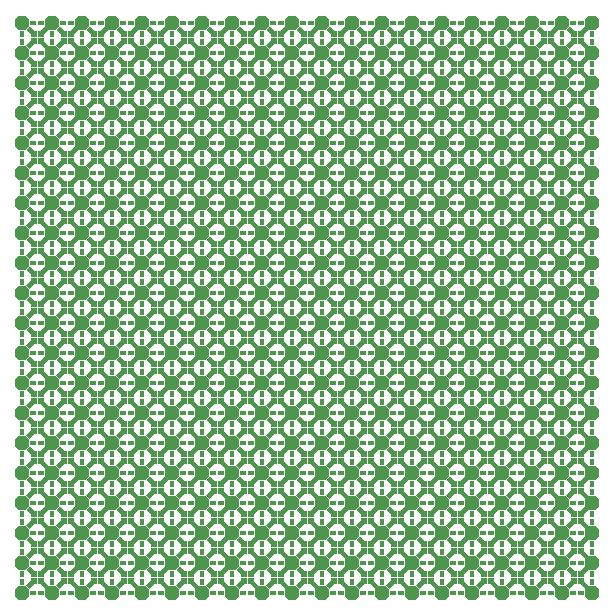
<source format=gts>
G75*
%MOIN*%
%OFA0B0*%
%FSLAX24Y24*%
%IPPOS*%
%LPD*%
%AMOC8*
5,1,8,0,0,1.08239X$1,22.5*
%
%ADD10R,0.0222X0.0167*%
%ADD11R,0.0167X0.0222*%
%ADD12R,0.0201X0.0200*%
%ADD13R,0.0200X0.0201*%
%ADD14OC8,0.0476*%
D10*
G36*
X000899Y000790D02*
X000743Y000634D01*
X000625Y000752D01*
X000781Y000908D01*
X000899Y000790D01*
G37*
X000868Y000514D03*
X001142Y000513D03*
G36*
X001229Y000907D02*
X001385Y000751D01*
X001267Y000633D01*
X001111Y000789D01*
X001229Y000907D01*
G37*
G36*
X001111Y001238D02*
X001267Y001394D01*
X001385Y001276D01*
X001229Y001120D01*
X001111Y001238D01*
G37*
X001142Y001513D03*
X000868Y001514D03*
G36*
X000899Y001790D02*
X000743Y001634D01*
X000625Y001752D01*
X000781Y001908D01*
X000899Y001790D01*
G37*
G36*
X001229Y001907D02*
X001385Y001751D01*
X001267Y001633D01*
X001111Y001789D01*
X001229Y001907D01*
G37*
G36*
X001111Y002238D02*
X001267Y002394D01*
X001385Y002276D01*
X001229Y002120D01*
X001111Y002238D01*
G37*
X001142Y002513D03*
X000868Y002514D03*
G36*
X000899Y002790D02*
X000743Y002634D01*
X000625Y002752D01*
X000781Y002908D01*
X000899Y002790D01*
G37*
G36*
X001229Y002907D02*
X001385Y002751D01*
X001267Y002633D01*
X001111Y002789D01*
X001229Y002907D01*
G37*
G36*
X001111Y003238D02*
X001267Y003394D01*
X001385Y003276D01*
X001229Y003120D01*
X001111Y003238D01*
G37*
X001142Y003513D03*
X000868Y003514D03*
G36*
X000899Y003790D02*
X000743Y003634D01*
X000625Y003752D01*
X000781Y003908D01*
X000899Y003790D01*
G37*
G36*
X001229Y003907D02*
X001385Y003751D01*
X001267Y003633D01*
X001111Y003789D01*
X001229Y003907D01*
G37*
G36*
X001111Y004238D02*
X001267Y004394D01*
X001385Y004276D01*
X001229Y004120D01*
X001111Y004238D01*
G37*
X001142Y004513D03*
X000868Y004514D03*
G36*
X000899Y004790D02*
X000743Y004634D01*
X000625Y004752D01*
X000781Y004908D01*
X000899Y004790D01*
G37*
G36*
X001229Y004907D02*
X001385Y004751D01*
X001267Y004633D01*
X001111Y004789D01*
X001229Y004907D01*
G37*
G36*
X001111Y005238D02*
X001267Y005394D01*
X001385Y005276D01*
X001229Y005120D01*
X001111Y005238D01*
G37*
X001142Y005513D03*
X000868Y005514D03*
G36*
X000899Y005790D02*
X000743Y005634D01*
X000625Y005752D01*
X000781Y005908D01*
X000899Y005790D01*
G37*
G36*
X001229Y005907D02*
X001385Y005751D01*
X001267Y005633D01*
X001111Y005789D01*
X001229Y005907D01*
G37*
G36*
X001111Y006238D02*
X001267Y006394D01*
X001385Y006276D01*
X001229Y006120D01*
X001111Y006238D01*
G37*
X001142Y006513D03*
X000868Y006514D03*
G36*
X000899Y006790D02*
X000743Y006634D01*
X000625Y006752D01*
X000781Y006908D01*
X000899Y006790D01*
G37*
G36*
X001229Y006907D02*
X001385Y006751D01*
X001267Y006633D01*
X001111Y006789D01*
X001229Y006907D01*
G37*
G36*
X001111Y007238D02*
X001267Y007394D01*
X001385Y007276D01*
X001229Y007120D01*
X001111Y007238D01*
G37*
X001142Y007513D03*
X000868Y007514D03*
G36*
X000899Y007790D02*
X000743Y007634D01*
X000625Y007752D01*
X000781Y007908D01*
X000899Y007790D01*
G37*
G36*
X001229Y007907D02*
X001385Y007751D01*
X001267Y007633D01*
X001111Y007789D01*
X001229Y007907D01*
G37*
G36*
X001111Y008238D02*
X001267Y008394D01*
X001385Y008276D01*
X001229Y008120D01*
X001111Y008238D01*
G37*
X001142Y008513D03*
X000868Y008514D03*
G36*
X000899Y008790D02*
X000743Y008634D01*
X000625Y008752D01*
X000781Y008908D01*
X000899Y008790D01*
G37*
G36*
X001229Y008907D02*
X001385Y008751D01*
X001267Y008633D01*
X001111Y008789D01*
X001229Y008907D01*
G37*
G36*
X001111Y009238D02*
X001267Y009394D01*
X001385Y009276D01*
X001229Y009120D01*
X001111Y009238D01*
G37*
X001142Y009513D03*
X000868Y009514D03*
G36*
X000899Y009790D02*
X000743Y009634D01*
X000625Y009752D01*
X000781Y009908D01*
X000899Y009790D01*
G37*
G36*
X001229Y009907D02*
X001385Y009751D01*
X001267Y009633D01*
X001111Y009789D01*
X001229Y009907D01*
G37*
G36*
X001111Y010238D02*
X001267Y010394D01*
X001385Y010276D01*
X001229Y010120D01*
X001111Y010238D01*
G37*
X001142Y010513D03*
X000868Y010514D03*
G36*
X000899Y010790D02*
X000743Y010634D01*
X000625Y010752D01*
X000781Y010908D01*
X000899Y010790D01*
G37*
G36*
X001229Y010907D02*
X001385Y010751D01*
X001267Y010633D01*
X001111Y010789D01*
X001229Y010907D01*
G37*
G36*
X001111Y011238D02*
X001267Y011394D01*
X001385Y011276D01*
X001229Y011120D01*
X001111Y011238D01*
G37*
X001142Y011513D03*
X000868Y011514D03*
G36*
X000899Y011790D02*
X000743Y011634D01*
X000625Y011752D01*
X000781Y011908D01*
X000899Y011790D01*
G37*
G36*
X001229Y011907D02*
X001385Y011751D01*
X001267Y011633D01*
X001111Y011789D01*
X001229Y011907D01*
G37*
G36*
X001111Y012238D02*
X001267Y012394D01*
X001385Y012276D01*
X001229Y012120D01*
X001111Y012238D01*
G37*
X001142Y012513D03*
X000868Y012514D03*
G36*
X000899Y012790D02*
X000743Y012634D01*
X000625Y012752D01*
X000781Y012908D01*
X000899Y012790D01*
G37*
G36*
X001229Y012907D02*
X001385Y012751D01*
X001267Y012633D01*
X001111Y012789D01*
X001229Y012907D01*
G37*
G36*
X001111Y013238D02*
X001267Y013394D01*
X001385Y013276D01*
X001229Y013120D01*
X001111Y013238D01*
G37*
X001142Y013513D03*
X000868Y013514D03*
G36*
X000899Y013790D02*
X000743Y013634D01*
X000625Y013752D01*
X000781Y013908D01*
X000899Y013790D01*
G37*
G36*
X001229Y013907D02*
X001385Y013751D01*
X001267Y013633D01*
X001111Y013789D01*
X001229Y013907D01*
G37*
G36*
X001111Y014238D02*
X001267Y014394D01*
X001385Y014276D01*
X001229Y014120D01*
X001111Y014238D01*
G37*
X001142Y014513D03*
X000868Y014514D03*
G36*
X000899Y014790D02*
X000743Y014634D01*
X000625Y014752D01*
X000781Y014908D01*
X000899Y014790D01*
G37*
G36*
X001229Y014907D02*
X001385Y014751D01*
X001267Y014633D01*
X001111Y014789D01*
X001229Y014907D01*
G37*
G36*
X001111Y015238D02*
X001267Y015394D01*
X001385Y015276D01*
X001229Y015120D01*
X001111Y015238D01*
G37*
X001142Y015513D03*
X000868Y015514D03*
G36*
X000899Y015790D02*
X000743Y015634D01*
X000625Y015752D01*
X000781Y015908D01*
X000899Y015790D01*
G37*
G36*
X001229Y015907D02*
X001385Y015751D01*
X001267Y015633D01*
X001111Y015789D01*
X001229Y015907D01*
G37*
G36*
X001111Y016238D02*
X001267Y016394D01*
X001385Y016276D01*
X001229Y016120D01*
X001111Y016238D01*
G37*
X001142Y016513D03*
X000868Y016514D03*
G36*
X000899Y016790D02*
X000743Y016634D01*
X000625Y016752D01*
X000781Y016908D01*
X000899Y016790D01*
G37*
G36*
X001229Y016907D02*
X001385Y016751D01*
X001267Y016633D01*
X001111Y016789D01*
X001229Y016907D01*
G37*
G36*
X001111Y017238D02*
X001267Y017394D01*
X001385Y017276D01*
X001229Y017120D01*
X001111Y017238D01*
G37*
X001142Y017513D03*
X000868Y017514D03*
G36*
X000899Y017790D02*
X000743Y017634D01*
X000625Y017752D01*
X000781Y017908D01*
X000899Y017790D01*
G37*
G36*
X001229Y017907D02*
X001385Y017751D01*
X001267Y017633D01*
X001111Y017789D01*
X001229Y017907D01*
G37*
G36*
X001111Y018238D02*
X001267Y018394D01*
X001385Y018276D01*
X001229Y018120D01*
X001111Y018238D01*
G37*
X001142Y018513D03*
X000868Y018514D03*
G36*
X000899Y018790D02*
X000743Y018634D01*
X000625Y018752D01*
X000781Y018908D01*
X000899Y018790D01*
G37*
G36*
X001229Y018907D02*
X001385Y018751D01*
X001267Y018633D01*
X001111Y018789D01*
X001229Y018907D01*
G37*
G36*
X001111Y019238D02*
X001267Y019394D01*
X001385Y019276D01*
X001229Y019120D01*
X001111Y019238D01*
G37*
X001142Y019513D03*
X000868Y019514D03*
G36*
X000781Y019120D02*
X000625Y019276D01*
X000743Y019394D01*
X000899Y019238D01*
X000781Y019120D01*
G37*
G36*
X000781Y018120D02*
X000625Y018276D01*
X000743Y018394D01*
X000899Y018238D01*
X000781Y018120D01*
G37*
G36*
X000781Y017120D02*
X000625Y017276D01*
X000743Y017394D01*
X000899Y017238D01*
X000781Y017120D01*
G37*
G36*
X000781Y016120D02*
X000625Y016276D01*
X000743Y016394D01*
X000899Y016238D01*
X000781Y016120D01*
G37*
G36*
X000781Y015120D02*
X000625Y015276D01*
X000743Y015394D01*
X000899Y015238D01*
X000781Y015120D01*
G37*
G36*
X000781Y014120D02*
X000625Y014276D01*
X000743Y014394D01*
X000899Y014238D01*
X000781Y014120D01*
G37*
G36*
X000781Y013120D02*
X000625Y013276D01*
X000743Y013394D01*
X000899Y013238D01*
X000781Y013120D01*
G37*
G36*
X000781Y012120D02*
X000625Y012276D01*
X000743Y012394D01*
X000899Y012238D01*
X000781Y012120D01*
G37*
G36*
X000781Y011120D02*
X000625Y011276D01*
X000743Y011394D01*
X000899Y011238D01*
X000781Y011120D01*
G37*
G36*
X000781Y010120D02*
X000625Y010276D01*
X000743Y010394D01*
X000899Y010238D01*
X000781Y010120D01*
G37*
G36*
X000781Y009120D02*
X000625Y009276D01*
X000743Y009394D01*
X000899Y009238D01*
X000781Y009120D01*
G37*
G36*
X000781Y008120D02*
X000625Y008276D01*
X000743Y008394D01*
X000899Y008238D01*
X000781Y008120D01*
G37*
G36*
X000781Y007120D02*
X000625Y007276D01*
X000743Y007394D01*
X000899Y007238D01*
X000781Y007120D01*
G37*
G36*
X000781Y006120D02*
X000625Y006276D01*
X000743Y006394D01*
X000899Y006238D01*
X000781Y006120D01*
G37*
G36*
X000781Y005120D02*
X000625Y005276D01*
X000743Y005394D01*
X000899Y005238D01*
X000781Y005120D01*
G37*
G36*
X000781Y004120D02*
X000625Y004276D01*
X000743Y004394D01*
X000899Y004238D01*
X000781Y004120D01*
G37*
G36*
X000781Y003120D02*
X000625Y003276D01*
X000743Y003394D01*
X000899Y003238D01*
X000781Y003120D01*
G37*
G36*
X000781Y002120D02*
X000625Y002276D01*
X000743Y002394D01*
X000899Y002238D01*
X000781Y002120D01*
G37*
G36*
X000781Y001120D02*
X000625Y001276D01*
X000743Y001394D01*
X000899Y001238D01*
X000781Y001120D01*
G37*
G36*
X001781Y001120D02*
X001625Y001276D01*
X001743Y001394D01*
X001899Y001238D01*
X001781Y001120D01*
G37*
G36*
X001899Y000790D02*
X001743Y000634D01*
X001625Y000752D01*
X001781Y000908D01*
X001899Y000790D01*
G37*
X001868Y000514D03*
X002142Y000513D03*
G36*
X002229Y000907D02*
X002385Y000751D01*
X002267Y000633D01*
X002111Y000789D01*
X002229Y000907D01*
G37*
G36*
X002111Y001238D02*
X002267Y001394D01*
X002385Y001276D01*
X002229Y001120D01*
X002111Y001238D01*
G37*
X002142Y001513D03*
X001868Y001514D03*
G36*
X001899Y001790D02*
X001743Y001634D01*
X001625Y001752D01*
X001781Y001908D01*
X001899Y001790D01*
G37*
G36*
X002229Y001907D02*
X002385Y001751D01*
X002267Y001633D01*
X002111Y001789D01*
X002229Y001907D01*
G37*
G36*
X002111Y002238D02*
X002267Y002394D01*
X002385Y002276D01*
X002229Y002120D01*
X002111Y002238D01*
G37*
X002142Y002513D03*
X001868Y002514D03*
G36*
X001899Y002790D02*
X001743Y002634D01*
X001625Y002752D01*
X001781Y002908D01*
X001899Y002790D01*
G37*
G36*
X002229Y002907D02*
X002385Y002751D01*
X002267Y002633D01*
X002111Y002789D01*
X002229Y002907D01*
G37*
G36*
X002111Y003238D02*
X002267Y003394D01*
X002385Y003276D01*
X002229Y003120D01*
X002111Y003238D01*
G37*
X002142Y003513D03*
X001868Y003514D03*
G36*
X001899Y003790D02*
X001743Y003634D01*
X001625Y003752D01*
X001781Y003908D01*
X001899Y003790D01*
G37*
G36*
X002229Y003907D02*
X002385Y003751D01*
X002267Y003633D01*
X002111Y003789D01*
X002229Y003907D01*
G37*
G36*
X002111Y004238D02*
X002267Y004394D01*
X002385Y004276D01*
X002229Y004120D01*
X002111Y004238D01*
G37*
X002142Y004513D03*
X001868Y004514D03*
G36*
X001899Y004790D02*
X001743Y004634D01*
X001625Y004752D01*
X001781Y004908D01*
X001899Y004790D01*
G37*
G36*
X002229Y004907D02*
X002385Y004751D01*
X002267Y004633D01*
X002111Y004789D01*
X002229Y004907D01*
G37*
G36*
X002111Y005238D02*
X002267Y005394D01*
X002385Y005276D01*
X002229Y005120D01*
X002111Y005238D01*
G37*
X002142Y005513D03*
X001868Y005514D03*
G36*
X001899Y005790D02*
X001743Y005634D01*
X001625Y005752D01*
X001781Y005908D01*
X001899Y005790D01*
G37*
G36*
X002229Y005907D02*
X002385Y005751D01*
X002267Y005633D01*
X002111Y005789D01*
X002229Y005907D01*
G37*
G36*
X002111Y006238D02*
X002267Y006394D01*
X002385Y006276D01*
X002229Y006120D01*
X002111Y006238D01*
G37*
X002142Y006513D03*
X001868Y006514D03*
G36*
X001899Y006790D02*
X001743Y006634D01*
X001625Y006752D01*
X001781Y006908D01*
X001899Y006790D01*
G37*
G36*
X002229Y006907D02*
X002385Y006751D01*
X002267Y006633D01*
X002111Y006789D01*
X002229Y006907D01*
G37*
G36*
X002111Y007238D02*
X002267Y007394D01*
X002385Y007276D01*
X002229Y007120D01*
X002111Y007238D01*
G37*
X002142Y007513D03*
X001868Y007514D03*
G36*
X001899Y007790D02*
X001743Y007634D01*
X001625Y007752D01*
X001781Y007908D01*
X001899Y007790D01*
G37*
G36*
X002229Y007907D02*
X002385Y007751D01*
X002267Y007633D01*
X002111Y007789D01*
X002229Y007907D01*
G37*
G36*
X002111Y008238D02*
X002267Y008394D01*
X002385Y008276D01*
X002229Y008120D01*
X002111Y008238D01*
G37*
X002142Y008513D03*
X001868Y008514D03*
G36*
X001899Y008790D02*
X001743Y008634D01*
X001625Y008752D01*
X001781Y008908D01*
X001899Y008790D01*
G37*
G36*
X002229Y008907D02*
X002385Y008751D01*
X002267Y008633D01*
X002111Y008789D01*
X002229Y008907D01*
G37*
G36*
X002111Y009238D02*
X002267Y009394D01*
X002385Y009276D01*
X002229Y009120D01*
X002111Y009238D01*
G37*
X002142Y009513D03*
X001868Y009514D03*
G36*
X001899Y009790D02*
X001743Y009634D01*
X001625Y009752D01*
X001781Y009908D01*
X001899Y009790D01*
G37*
G36*
X002229Y009907D02*
X002385Y009751D01*
X002267Y009633D01*
X002111Y009789D01*
X002229Y009907D01*
G37*
G36*
X002111Y010238D02*
X002267Y010394D01*
X002385Y010276D01*
X002229Y010120D01*
X002111Y010238D01*
G37*
X002142Y010513D03*
X001868Y010514D03*
G36*
X001899Y010790D02*
X001743Y010634D01*
X001625Y010752D01*
X001781Y010908D01*
X001899Y010790D01*
G37*
G36*
X002229Y010907D02*
X002385Y010751D01*
X002267Y010633D01*
X002111Y010789D01*
X002229Y010907D01*
G37*
G36*
X002111Y011238D02*
X002267Y011394D01*
X002385Y011276D01*
X002229Y011120D01*
X002111Y011238D01*
G37*
X002142Y011513D03*
X001868Y011514D03*
G36*
X001899Y011790D02*
X001743Y011634D01*
X001625Y011752D01*
X001781Y011908D01*
X001899Y011790D01*
G37*
G36*
X002229Y011907D02*
X002385Y011751D01*
X002267Y011633D01*
X002111Y011789D01*
X002229Y011907D01*
G37*
G36*
X002111Y012238D02*
X002267Y012394D01*
X002385Y012276D01*
X002229Y012120D01*
X002111Y012238D01*
G37*
X002142Y012513D03*
X001868Y012514D03*
G36*
X001899Y012790D02*
X001743Y012634D01*
X001625Y012752D01*
X001781Y012908D01*
X001899Y012790D01*
G37*
G36*
X002229Y012907D02*
X002385Y012751D01*
X002267Y012633D01*
X002111Y012789D01*
X002229Y012907D01*
G37*
G36*
X002111Y013238D02*
X002267Y013394D01*
X002385Y013276D01*
X002229Y013120D01*
X002111Y013238D01*
G37*
X002142Y013513D03*
X001868Y013514D03*
G36*
X001899Y013790D02*
X001743Y013634D01*
X001625Y013752D01*
X001781Y013908D01*
X001899Y013790D01*
G37*
G36*
X002229Y013907D02*
X002385Y013751D01*
X002267Y013633D01*
X002111Y013789D01*
X002229Y013907D01*
G37*
G36*
X002111Y014238D02*
X002267Y014394D01*
X002385Y014276D01*
X002229Y014120D01*
X002111Y014238D01*
G37*
X002142Y014513D03*
X001868Y014514D03*
G36*
X001899Y014790D02*
X001743Y014634D01*
X001625Y014752D01*
X001781Y014908D01*
X001899Y014790D01*
G37*
G36*
X002229Y014907D02*
X002385Y014751D01*
X002267Y014633D01*
X002111Y014789D01*
X002229Y014907D01*
G37*
G36*
X002111Y015238D02*
X002267Y015394D01*
X002385Y015276D01*
X002229Y015120D01*
X002111Y015238D01*
G37*
X002142Y015513D03*
X001868Y015514D03*
G36*
X001899Y015790D02*
X001743Y015634D01*
X001625Y015752D01*
X001781Y015908D01*
X001899Y015790D01*
G37*
G36*
X002229Y015907D02*
X002385Y015751D01*
X002267Y015633D01*
X002111Y015789D01*
X002229Y015907D01*
G37*
G36*
X002111Y016238D02*
X002267Y016394D01*
X002385Y016276D01*
X002229Y016120D01*
X002111Y016238D01*
G37*
X002142Y016513D03*
X001868Y016514D03*
G36*
X001899Y016790D02*
X001743Y016634D01*
X001625Y016752D01*
X001781Y016908D01*
X001899Y016790D01*
G37*
G36*
X002229Y016907D02*
X002385Y016751D01*
X002267Y016633D01*
X002111Y016789D01*
X002229Y016907D01*
G37*
G36*
X002111Y017238D02*
X002267Y017394D01*
X002385Y017276D01*
X002229Y017120D01*
X002111Y017238D01*
G37*
X002142Y017513D03*
X001868Y017514D03*
G36*
X001899Y017790D02*
X001743Y017634D01*
X001625Y017752D01*
X001781Y017908D01*
X001899Y017790D01*
G37*
G36*
X002229Y017907D02*
X002385Y017751D01*
X002267Y017633D01*
X002111Y017789D01*
X002229Y017907D01*
G37*
G36*
X002111Y018238D02*
X002267Y018394D01*
X002385Y018276D01*
X002229Y018120D01*
X002111Y018238D01*
G37*
X002142Y018513D03*
X001868Y018514D03*
G36*
X001899Y018790D02*
X001743Y018634D01*
X001625Y018752D01*
X001781Y018908D01*
X001899Y018790D01*
G37*
G36*
X002229Y018907D02*
X002385Y018751D01*
X002267Y018633D01*
X002111Y018789D01*
X002229Y018907D01*
G37*
G36*
X002111Y019238D02*
X002267Y019394D01*
X002385Y019276D01*
X002229Y019120D01*
X002111Y019238D01*
G37*
X002142Y019513D03*
X001868Y019514D03*
G36*
X001781Y019120D02*
X001625Y019276D01*
X001743Y019394D01*
X001899Y019238D01*
X001781Y019120D01*
G37*
G36*
X001781Y018120D02*
X001625Y018276D01*
X001743Y018394D01*
X001899Y018238D01*
X001781Y018120D01*
G37*
G36*
X001781Y017120D02*
X001625Y017276D01*
X001743Y017394D01*
X001899Y017238D01*
X001781Y017120D01*
G37*
G36*
X001781Y016120D02*
X001625Y016276D01*
X001743Y016394D01*
X001899Y016238D01*
X001781Y016120D01*
G37*
G36*
X001781Y015120D02*
X001625Y015276D01*
X001743Y015394D01*
X001899Y015238D01*
X001781Y015120D01*
G37*
G36*
X001781Y014120D02*
X001625Y014276D01*
X001743Y014394D01*
X001899Y014238D01*
X001781Y014120D01*
G37*
G36*
X001781Y013120D02*
X001625Y013276D01*
X001743Y013394D01*
X001899Y013238D01*
X001781Y013120D01*
G37*
G36*
X001781Y012120D02*
X001625Y012276D01*
X001743Y012394D01*
X001899Y012238D01*
X001781Y012120D01*
G37*
G36*
X001781Y011120D02*
X001625Y011276D01*
X001743Y011394D01*
X001899Y011238D01*
X001781Y011120D01*
G37*
G36*
X001781Y010120D02*
X001625Y010276D01*
X001743Y010394D01*
X001899Y010238D01*
X001781Y010120D01*
G37*
G36*
X001781Y009120D02*
X001625Y009276D01*
X001743Y009394D01*
X001899Y009238D01*
X001781Y009120D01*
G37*
G36*
X001781Y008120D02*
X001625Y008276D01*
X001743Y008394D01*
X001899Y008238D01*
X001781Y008120D01*
G37*
G36*
X001781Y007120D02*
X001625Y007276D01*
X001743Y007394D01*
X001899Y007238D01*
X001781Y007120D01*
G37*
G36*
X001781Y006120D02*
X001625Y006276D01*
X001743Y006394D01*
X001899Y006238D01*
X001781Y006120D01*
G37*
G36*
X001781Y005120D02*
X001625Y005276D01*
X001743Y005394D01*
X001899Y005238D01*
X001781Y005120D01*
G37*
G36*
X001781Y004120D02*
X001625Y004276D01*
X001743Y004394D01*
X001899Y004238D01*
X001781Y004120D01*
G37*
G36*
X001781Y003120D02*
X001625Y003276D01*
X001743Y003394D01*
X001899Y003238D01*
X001781Y003120D01*
G37*
G36*
X001781Y002120D02*
X001625Y002276D01*
X001743Y002394D01*
X001899Y002238D01*
X001781Y002120D01*
G37*
G36*
X002781Y002120D02*
X002625Y002276D01*
X002743Y002394D01*
X002899Y002238D01*
X002781Y002120D01*
G37*
G36*
X002899Y001790D02*
X002743Y001634D01*
X002625Y001752D01*
X002781Y001908D01*
X002899Y001790D01*
G37*
X002868Y001514D03*
X003142Y001513D03*
G36*
X003111Y001238D02*
X003267Y001394D01*
X003385Y001276D01*
X003229Y001120D01*
X003111Y001238D01*
G37*
G36*
X002781Y001120D02*
X002625Y001276D01*
X002743Y001394D01*
X002899Y001238D01*
X002781Y001120D01*
G37*
G36*
X002899Y000790D02*
X002743Y000634D01*
X002625Y000752D01*
X002781Y000908D01*
X002899Y000790D01*
G37*
X002868Y000514D03*
X003142Y000513D03*
G36*
X003229Y000907D02*
X003385Y000751D01*
X003267Y000633D01*
X003111Y000789D01*
X003229Y000907D01*
G37*
G36*
X003899Y000790D02*
X003743Y000634D01*
X003625Y000752D01*
X003781Y000908D01*
X003899Y000790D01*
G37*
X003868Y000514D03*
X004142Y000513D03*
G36*
X004229Y000907D02*
X004385Y000751D01*
X004267Y000633D01*
X004111Y000789D01*
X004229Y000907D01*
G37*
G36*
X004111Y001238D02*
X004267Y001394D01*
X004385Y001276D01*
X004229Y001120D01*
X004111Y001238D01*
G37*
X004142Y001513D03*
X003868Y001514D03*
G36*
X003899Y001790D02*
X003743Y001634D01*
X003625Y001752D01*
X003781Y001908D01*
X003899Y001790D01*
G37*
G36*
X004229Y001907D02*
X004385Y001751D01*
X004267Y001633D01*
X004111Y001789D01*
X004229Y001907D01*
G37*
G36*
X004111Y002238D02*
X004267Y002394D01*
X004385Y002276D01*
X004229Y002120D01*
X004111Y002238D01*
G37*
X004142Y002513D03*
X003868Y002514D03*
G36*
X003899Y002790D02*
X003743Y002634D01*
X003625Y002752D01*
X003781Y002908D01*
X003899Y002790D01*
G37*
G36*
X004229Y002907D02*
X004385Y002751D01*
X004267Y002633D01*
X004111Y002789D01*
X004229Y002907D01*
G37*
G36*
X004111Y003238D02*
X004267Y003394D01*
X004385Y003276D01*
X004229Y003120D01*
X004111Y003238D01*
G37*
X004142Y003513D03*
X003868Y003514D03*
G36*
X003899Y003790D02*
X003743Y003634D01*
X003625Y003752D01*
X003781Y003908D01*
X003899Y003790D01*
G37*
G36*
X004229Y003907D02*
X004385Y003751D01*
X004267Y003633D01*
X004111Y003789D01*
X004229Y003907D01*
G37*
G36*
X004111Y004238D02*
X004267Y004394D01*
X004385Y004276D01*
X004229Y004120D01*
X004111Y004238D01*
G37*
X004142Y004513D03*
X003868Y004514D03*
G36*
X003899Y004790D02*
X003743Y004634D01*
X003625Y004752D01*
X003781Y004908D01*
X003899Y004790D01*
G37*
G36*
X004229Y004907D02*
X004385Y004751D01*
X004267Y004633D01*
X004111Y004789D01*
X004229Y004907D01*
G37*
G36*
X004111Y005238D02*
X004267Y005394D01*
X004385Y005276D01*
X004229Y005120D01*
X004111Y005238D01*
G37*
X004142Y005513D03*
X003868Y005514D03*
G36*
X003899Y005790D02*
X003743Y005634D01*
X003625Y005752D01*
X003781Y005908D01*
X003899Y005790D01*
G37*
G36*
X004229Y005907D02*
X004385Y005751D01*
X004267Y005633D01*
X004111Y005789D01*
X004229Y005907D01*
G37*
G36*
X004111Y006238D02*
X004267Y006394D01*
X004385Y006276D01*
X004229Y006120D01*
X004111Y006238D01*
G37*
X004142Y006513D03*
X003868Y006514D03*
G36*
X003899Y006790D02*
X003743Y006634D01*
X003625Y006752D01*
X003781Y006908D01*
X003899Y006790D01*
G37*
G36*
X004229Y006907D02*
X004385Y006751D01*
X004267Y006633D01*
X004111Y006789D01*
X004229Y006907D01*
G37*
G36*
X004111Y007238D02*
X004267Y007394D01*
X004385Y007276D01*
X004229Y007120D01*
X004111Y007238D01*
G37*
X004142Y007513D03*
X003868Y007514D03*
G36*
X003899Y007790D02*
X003743Y007634D01*
X003625Y007752D01*
X003781Y007908D01*
X003899Y007790D01*
G37*
G36*
X004229Y007907D02*
X004385Y007751D01*
X004267Y007633D01*
X004111Y007789D01*
X004229Y007907D01*
G37*
G36*
X004111Y008238D02*
X004267Y008394D01*
X004385Y008276D01*
X004229Y008120D01*
X004111Y008238D01*
G37*
X004142Y008513D03*
X003868Y008514D03*
G36*
X003899Y008790D02*
X003743Y008634D01*
X003625Y008752D01*
X003781Y008908D01*
X003899Y008790D01*
G37*
G36*
X004229Y008907D02*
X004385Y008751D01*
X004267Y008633D01*
X004111Y008789D01*
X004229Y008907D01*
G37*
G36*
X004111Y009238D02*
X004267Y009394D01*
X004385Y009276D01*
X004229Y009120D01*
X004111Y009238D01*
G37*
X004142Y009513D03*
X003868Y009514D03*
G36*
X003899Y009790D02*
X003743Y009634D01*
X003625Y009752D01*
X003781Y009908D01*
X003899Y009790D01*
G37*
G36*
X004229Y009907D02*
X004385Y009751D01*
X004267Y009633D01*
X004111Y009789D01*
X004229Y009907D01*
G37*
G36*
X004111Y010238D02*
X004267Y010394D01*
X004385Y010276D01*
X004229Y010120D01*
X004111Y010238D01*
G37*
X004142Y010513D03*
X003868Y010514D03*
G36*
X003899Y010790D02*
X003743Y010634D01*
X003625Y010752D01*
X003781Y010908D01*
X003899Y010790D01*
G37*
G36*
X004229Y010907D02*
X004385Y010751D01*
X004267Y010633D01*
X004111Y010789D01*
X004229Y010907D01*
G37*
G36*
X004111Y011238D02*
X004267Y011394D01*
X004385Y011276D01*
X004229Y011120D01*
X004111Y011238D01*
G37*
X004142Y011513D03*
X003868Y011514D03*
G36*
X003899Y011790D02*
X003743Y011634D01*
X003625Y011752D01*
X003781Y011908D01*
X003899Y011790D01*
G37*
G36*
X004229Y011907D02*
X004385Y011751D01*
X004267Y011633D01*
X004111Y011789D01*
X004229Y011907D01*
G37*
G36*
X004111Y012238D02*
X004267Y012394D01*
X004385Y012276D01*
X004229Y012120D01*
X004111Y012238D01*
G37*
X004142Y012513D03*
X003868Y012514D03*
G36*
X003899Y012790D02*
X003743Y012634D01*
X003625Y012752D01*
X003781Y012908D01*
X003899Y012790D01*
G37*
G36*
X004229Y012907D02*
X004385Y012751D01*
X004267Y012633D01*
X004111Y012789D01*
X004229Y012907D01*
G37*
G36*
X004111Y013238D02*
X004267Y013394D01*
X004385Y013276D01*
X004229Y013120D01*
X004111Y013238D01*
G37*
X004142Y013513D03*
X003868Y013514D03*
G36*
X003899Y013790D02*
X003743Y013634D01*
X003625Y013752D01*
X003781Y013908D01*
X003899Y013790D01*
G37*
G36*
X004229Y013907D02*
X004385Y013751D01*
X004267Y013633D01*
X004111Y013789D01*
X004229Y013907D01*
G37*
G36*
X004111Y014238D02*
X004267Y014394D01*
X004385Y014276D01*
X004229Y014120D01*
X004111Y014238D01*
G37*
X004142Y014513D03*
X003868Y014514D03*
G36*
X003899Y014790D02*
X003743Y014634D01*
X003625Y014752D01*
X003781Y014908D01*
X003899Y014790D01*
G37*
G36*
X004229Y014907D02*
X004385Y014751D01*
X004267Y014633D01*
X004111Y014789D01*
X004229Y014907D01*
G37*
G36*
X004111Y015238D02*
X004267Y015394D01*
X004385Y015276D01*
X004229Y015120D01*
X004111Y015238D01*
G37*
X004142Y015513D03*
X003868Y015514D03*
G36*
X003899Y015790D02*
X003743Y015634D01*
X003625Y015752D01*
X003781Y015908D01*
X003899Y015790D01*
G37*
G36*
X004229Y015907D02*
X004385Y015751D01*
X004267Y015633D01*
X004111Y015789D01*
X004229Y015907D01*
G37*
G36*
X004111Y016238D02*
X004267Y016394D01*
X004385Y016276D01*
X004229Y016120D01*
X004111Y016238D01*
G37*
X004142Y016513D03*
X003868Y016514D03*
G36*
X003899Y016790D02*
X003743Y016634D01*
X003625Y016752D01*
X003781Y016908D01*
X003899Y016790D01*
G37*
G36*
X004229Y016907D02*
X004385Y016751D01*
X004267Y016633D01*
X004111Y016789D01*
X004229Y016907D01*
G37*
G36*
X004111Y017238D02*
X004267Y017394D01*
X004385Y017276D01*
X004229Y017120D01*
X004111Y017238D01*
G37*
X004142Y017513D03*
X003868Y017514D03*
G36*
X003899Y017790D02*
X003743Y017634D01*
X003625Y017752D01*
X003781Y017908D01*
X003899Y017790D01*
G37*
G36*
X004229Y017907D02*
X004385Y017751D01*
X004267Y017633D01*
X004111Y017789D01*
X004229Y017907D01*
G37*
G36*
X004111Y018238D02*
X004267Y018394D01*
X004385Y018276D01*
X004229Y018120D01*
X004111Y018238D01*
G37*
X004142Y018513D03*
X003868Y018514D03*
G36*
X003899Y018790D02*
X003743Y018634D01*
X003625Y018752D01*
X003781Y018908D01*
X003899Y018790D01*
G37*
G36*
X004229Y018907D02*
X004385Y018751D01*
X004267Y018633D01*
X004111Y018789D01*
X004229Y018907D01*
G37*
G36*
X004111Y019238D02*
X004267Y019394D01*
X004385Y019276D01*
X004229Y019120D01*
X004111Y019238D01*
G37*
X004142Y019513D03*
X003868Y019514D03*
G36*
X003781Y019120D02*
X003625Y019276D01*
X003743Y019394D01*
X003899Y019238D01*
X003781Y019120D01*
G37*
G36*
X003111Y019238D02*
X003267Y019394D01*
X003385Y019276D01*
X003229Y019120D01*
X003111Y019238D01*
G37*
X003142Y019513D03*
X002868Y019514D03*
G36*
X002781Y019120D02*
X002625Y019276D01*
X002743Y019394D01*
X002899Y019238D01*
X002781Y019120D01*
G37*
G36*
X002899Y018790D02*
X002743Y018634D01*
X002625Y018752D01*
X002781Y018908D01*
X002899Y018790D01*
G37*
X002868Y018514D03*
X003142Y018513D03*
G36*
X003111Y018238D02*
X003267Y018394D01*
X003385Y018276D01*
X003229Y018120D01*
X003111Y018238D01*
G37*
G36*
X002781Y018120D02*
X002625Y018276D01*
X002743Y018394D01*
X002899Y018238D01*
X002781Y018120D01*
G37*
G36*
X002899Y017790D02*
X002743Y017634D01*
X002625Y017752D01*
X002781Y017908D01*
X002899Y017790D01*
G37*
X002868Y017514D03*
X003142Y017513D03*
G36*
X003111Y017238D02*
X003267Y017394D01*
X003385Y017276D01*
X003229Y017120D01*
X003111Y017238D01*
G37*
G36*
X002781Y017120D02*
X002625Y017276D01*
X002743Y017394D01*
X002899Y017238D01*
X002781Y017120D01*
G37*
G36*
X002899Y016790D02*
X002743Y016634D01*
X002625Y016752D01*
X002781Y016908D01*
X002899Y016790D01*
G37*
X002868Y016514D03*
X003142Y016513D03*
G36*
X003111Y016238D02*
X003267Y016394D01*
X003385Y016276D01*
X003229Y016120D01*
X003111Y016238D01*
G37*
G36*
X002781Y016120D02*
X002625Y016276D01*
X002743Y016394D01*
X002899Y016238D01*
X002781Y016120D01*
G37*
G36*
X002899Y015790D02*
X002743Y015634D01*
X002625Y015752D01*
X002781Y015908D01*
X002899Y015790D01*
G37*
X002868Y015514D03*
X003142Y015513D03*
G36*
X003111Y015238D02*
X003267Y015394D01*
X003385Y015276D01*
X003229Y015120D01*
X003111Y015238D01*
G37*
G36*
X002781Y015120D02*
X002625Y015276D01*
X002743Y015394D01*
X002899Y015238D01*
X002781Y015120D01*
G37*
G36*
X002899Y014790D02*
X002743Y014634D01*
X002625Y014752D01*
X002781Y014908D01*
X002899Y014790D01*
G37*
X002868Y014514D03*
X003142Y014513D03*
G36*
X003111Y014238D02*
X003267Y014394D01*
X003385Y014276D01*
X003229Y014120D01*
X003111Y014238D01*
G37*
G36*
X002781Y014120D02*
X002625Y014276D01*
X002743Y014394D01*
X002899Y014238D01*
X002781Y014120D01*
G37*
G36*
X002899Y013790D02*
X002743Y013634D01*
X002625Y013752D01*
X002781Y013908D01*
X002899Y013790D01*
G37*
X002868Y013514D03*
X003142Y013513D03*
G36*
X003111Y013238D02*
X003267Y013394D01*
X003385Y013276D01*
X003229Y013120D01*
X003111Y013238D01*
G37*
G36*
X002781Y013120D02*
X002625Y013276D01*
X002743Y013394D01*
X002899Y013238D01*
X002781Y013120D01*
G37*
G36*
X002899Y012790D02*
X002743Y012634D01*
X002625Y012752D01*
X002781Y012908D01*
X002899Y012790D01*
G37*
X002868Y012514D03*
X003142Y012513D03*
G36*
X003111Y012238D02*
X003267Y012394D01*
X003385Y012276D01*
X003229Y012120D01*
X003111Y012238D01*
G37*
G36*
X002781Y012120D02*
X002625Y012276D01*
X002743Y012394D01*
X002899Y012238D01*
X002781Y012120D01*
G37*
G36*
X002899Y011790D02*
X002743Y011634D01*
X002625Y011752D01*
X002781Y011908D01*
X002899Y011790D01*
G37*
X002868Y011514D03*
X003142Y011513D03*
G36*
X003111Y011238D02*
X003267Y011394D01*
X003385Y011276D01*
X003229Y011120D01*
X003111Y011238D01*
G37*
G36*
X002781Y011120D02*
X002625Y011276D01*
X002743Y011394D01*
X002899Y011238D01*
X002781Y011120D01*
G37*
G36*
X002899Y010790D02*
X002743Y010634D01*
X002625Y010752D01*
X002781Y010908D01*
X002899Y010790D01*
G37*
X002868Y010514D03*
X003142Y010513D03*
G36*
X003111Y010238D02*
X003267Y010394D01*
X003385Y010276D01*
X003229Y010120D01*
X003111Y010238D01*
G37*
G36*
X002781Y010120D02*
X002625Y010276D01*
X002743Y010394D01*
X002899Y010238D01*
X002781Y010120D01*
G37*
G36*
X002899Y009790D02*
X002743Y009634D01*
X002625Y009752D01*
X002781Y009908D01*
X002899Y009790D01*
G37*
X002868Y009514D03*
X003142Y009513D03*
G36*
X003111Y009238D02*
X003267Y009394D01*
X003385Y009276D01*
X003229Y009120D01*
X003111Y009238D01*
G37*
G36*
X002781Y009120D02*
X002625Y009276D01*
X002743Y009394D01*
X002899Y009238D01*
X002781Y009120D01*
G37*
G36*
X002899Y008790D02*
X002743Y008634D01*
X002625Y008752D01*
X002781Y008908D01*
X002899Y008790D01*
G37*
X002868Y008514D03*
X003142Y008513D03*
G36*
X003111Y008238D02*
X003267Y008394D01*
X003385Y008276D01*
X003229Y008120D01*
X003111Y008238D01*
G37*
G36*
X002781Y008120D02*
X002625Y008276D01*
X002743Y008394D01*
X002899Y008238D01*
X002781Y008120D01*
G37*
G36*
X002899Y007790D02*
X002743Y007634D01*
X002625Y007752D01*
X002781Y007908D01*
X002899Y007790D01*
G37*
X002868Y007514D03*
X003142Y007513D03*
G36*
X003111Y007238D02*
X003267Y007394D01*
X003385Y007276D01*
X003229Y007120D01*
X003111Y007238D01*
G37*
G36*
X002781Y007120D02*
X002625Y007276D01*
X002743Y007394D01*
X002899Y007238D01*
X002781Y007120D01*
G37*
G36*
X002899Y006790D02*
X002743Y006634D01*
X002625Y006752D01*
X002781Y006908D01*
X002899Y006790D01*
G37*
X002868Y006514D03*
X003142Y006513D03*
G36*
X003111Y006238D02*
X003267Y006394D01*
X003385Y006276D01*
X003229Y006120D01*
X003111Y006238D01*
G37*
G36*
X002781Y006120D02*
X002625Y006276D01*
X002743Y006394D01*
X002899Y006238D01*
X002781Y006120D01*
G37*
G36*
X002899Y005790D02*
X002743Y005634D01*
X002625Y005752D01*
X002781Y005908D01*
X002899Y005790D01*
G37*
X002868Y005514D03*
X003142Y005513D03*
G36*
X003111Y005238D02*
X003267Y005394D01*
X003385Y005276D01*
X003229Y005120D01*
X003111Y005238D01*
G37*
G36*
X002781Y005120D02*
X002625Y005276D01*
X002743Y005394D01*
X002899Y005238D01*
X002781Y005120D01*
G37*
G36*
X002899Y004790D02*
X002743Y004634D01*
X002625Y004752D01*
X002781Y004908D01*
X002899Y004790D01*
G37*
X002868Y004514D03*
X003142Y004513D03*
G36*
X003111Y004238D02*
X003267Y004394D01*
X003385Y004276D01*
X003229Y004120D01*
X003111Y004238D01*
G37*
G36*
X002781Y004120D02*
X002625Y004276D01*
X002743Y004394D01*
X002899Y004238D01*
X002781Y004120D01*
G37*
G36*
X002899Y003790D02*
X002743Y003634D01*
X002625Y003752D01*
X002781Y003908D01*
X002899Y003790D01*
G37*
X002868Y003514D03*
X003142Y003513D03*
G36*
X003111Y003238D02*
X003267Y003394D01*
X003385Y003276D01*
X003229Y003120D01*
X003111Y003238D01*
G37*
G36*
X002781Y003120D02*
X002625Y003276D01*
X002743Y003394D01*
X002899Y003238D01*
X002781Y003120D01*
G37*
G36*
X002899Y002790D02*
X002743Y002634D01*
X002625Y002752D01*
X002781Y002908D01*
X002899Y002790D01*
G37*
X002868Y002514D03*
X003142Y002513D03*
G36*
X003111Y002238D02*
X003267Y002394D01*
X003385Y002276D01*
X003229Y002120D01*
X003111Y002238D01*
G37*
G36*
X003229Y002907D02*
X003385Y002751D01*
X003267Y002633D01*
X003111Y002789D01*
X003229Y002907D01*
G37*
G36*
X003781Y003120D02*
X003625Y003276D01*
X003743Y003394D01*
X003899Y003238D01*
X003781Y003120D01*
G37*
G36*
X003229Y003907D02*
X003385Y003751D01*
X003267Y003633D01*
X003111Y003789D01*
X003229Y003907D01*
G37*
G36*
X003781Y004120D02*
X003625Y004276D01*
X003743Y004394D01*
X003899Y004238D01*
X003781Y004120D01*
G37*
G36*
X003229Y004907D02*
X003385Y004751D01*
X003267Y004633D01*
X003111Y004789D01*
X003229Y004907D01*
G37*
G36*
X003781Y005120D02*
X003625Y005276D01*
X003743Y005394D01*
X003899Y005238D01*
X003781Y005120D01*
G37*
G36*
X003229Y005907D02*
X003385Y005751D01*
X003267Y005633D01*
X003111Y005789D01*
X003229Y005907D01*
G37*
G36*
X003781Y006120D02*
X003625Y006276D01*
X003743Y006394D01*
X003899Y006238D01*
X003781Y006120D01*
G37*
G36*
X003229Y006907D02*
X003385Y006751D01*
X003267Y006633D01*
X003111Y006789D01*
X003229Y006907D01*
G37*
G36*
X003781Y007120D02*
X003625Y007276D01*
X003743Y007394D01*
X003899Y007238D01*
X003781Y007120D01*
G37*
G36*
X003229Y007907D02*
X003385Y007751D01*
X003267Y007633D01*
X003111Y007789D01*
X003229Y007907D01*
G37*
G36*
X003781Y008120D02*
X003625Y008276D01*
X003743Y008394D01*
X003899Y008238D01*
X003781Y008120D01*
G37*
G36*
X003229Y008907D02*
X003385Y008751D01*
X003267Y008633D01*
X003111Y008789D01*
X003229Y008907D01*
G37*
G36*
X003781Y009120D02*
X003625Y009276D01*
X003743Y009394D01*
X003899Y009238D01*
X003781Y009120D01*
G37*
G36*
X003229Y009907D02*
X003385Y009751D01*
X003267Y009633D01*
X003111Y009789D01*
X003229Y009907D01*
G37*
G36*
X003781Y010120D02*
X003625Y010276D01*
X003743Y010394D01*
X003899Y010238D01*
X003781Y010120D01*
G37*
G36*
X003229Y010907D02*
X003385Y010751D01*
X003267Y010633D01*
X003111Y010789D01*
X003229Y010907D01*
G37*
G36*
X003781Y011120D02*
X003625Y011276D01*
X003743Y011394D01*
X003899Y011238D01*
X003781Y011120D01*
G37*
G36*
X003229Y011907D02*
X003385Y011751D01*
X003267Y011633D01*
X003111Y011789D01*
X003229Y011907D01*
G37*
G36*
X003781Y012120D02*
X003625Y012276D01*
X003743Y012394D01*
X003899Y012238D01*
X003781Y012120D01*
G37*
G36*
X003229Y012907D02*
X003385Y012751D01*
X003267Y012633D01*
X003111Y012789D01*
X003229Y012907D01*
G37*
G36*
X003781Y013120D02*
X003625Y013276D01*
X003743Y013394D01*
X003899Y013238D01*
X003781Y013120D01*
G37*
G36*
X003229Y013907D02*
X003385Y013751D01*
X003267Y013633D01*
X003111Y013789D01*
X003229Y013907D01*
G37*
G36*
X003781Y014120D02*
X003625Y014276D01*
X003743Y014394D01*
X003899Y014238D01*
X003781Y014120D01*
G37*
G36*
X003229Y014907D02*
X003385Y014751D01*
X003267Y014633D01*
X003111Y014789D01*
X003229Y014907D01*
G37*
G36*
X003781Y015120D02*
X003625Y015276D01*
X003743Y015394D01*
X003899Y015238D01*
X003781Y015120D01*
G37*
G36*
X003229Y015907D02*
X003385Y015751D01*
X003267Y015633D01*
X003111Y015789D01*
X003229Y015907D01*
G37*
G36*
X003781Y016120D02*
X003625Y016276D01*
X003743Y016394D01*
X003899Y016238D01*
X003781Y016120D01*
G37*
G36*
X003229Y016907D02*
X003385Y016751D01*
X003267Y016633D01*
X003111Y016789D01*
X003229Y016907D01*
G37*
G36*
X003781Y017120D02*
X003625Y017276D01*
X003743Y017394D01*
X003899Y017238D01*
X003781Y017120D01*
G37*
G36*
X003229Y017907D02*
X003385Y017751D01*
X003267Y017633D01*
X003111Y017789D01*
X003229Y017907D01*
G37*
G36*
X003781Y018120D02*
X003625Y018276D01*
X003743Y018394D01*
X003899Y018238D01*
X003781Y018120D01*
G37*
G36*
X003229Y018907D02*
X003385Y018751D01*
X003267Y018633D01*
X003111Y018789D01*
X003229Y018907D01*
G37*
G36*
X004899Y018790D02*
X004743Y018634D01*
X004625Y018752D01*
X004781Y018908D01*
X004899Y018790D01*
G37*
X004868Y018514D03*
X005142Y018513D03*
G36*
X005111Y018238D02*
X005267Y018394D01*
X005385Y018276D01*
X005229Y018120D01*
X005111Y018238D01*
G37*
G36*
X004781Y018120D02*
X004625Y018276D01*
X004743Y018394D01*
X004899Y018238D01*
X004781Y018120D01*
G37*
G36*
X004899Y017790D02*
X004743Y017634D01*
X004625Y017752D01*
X004781Y017908D01*
X004899Y017790D01*
G37*
X004868Y017514D03*
X005142Y017513D03*
G36*
X005111Y017238D02*
X005267Y017394D01*
X005385Y017276D01*
X005229Y017120D01*
X005111Y017238D01*
G37*
G36*
X004781Y017120D02*
X004625Y017276D01*
X004743Y017394D01*
X004899Y017238D01*
X004781Y017120D01*
G37*
G36*
X004899Y016790D02*
X004743Y016634D01*
X004625Y016752D01*
X004781Y016908D01*
X004899Y016790D01*
G37*
X004868Y016514D03*
X005142Y016513D03*
G36*
X005111Y016238D02*
X005267Y016394D01*
X005385Y016276D01*
X005229Y016120D01*
X005111Y016238D01*
G37*
G36*
X004781Y016120D02*
X004625Y016276D01*
X004743Y016394D01*
X004899Y016238D01*
X004781Y016120D01*
G37*
G36*
X004899Y015790D02*
X004743Y015634D01*
X004625Y015752D01*
X004781Y015908D01*
X004899Y015790D01*
G37*
X004868Y015514D03*
X005142Y015513D03*
G36*
X005111Y015238D02*
X005267Y015394D01*
X005385Y015276D01*
X005229Y015120D01*
X005111Y015238D01*
G37*
G36*
X004781Y015120D02*
X004625Y015276D01*
X004743Y015394D01*
X004899Y015238D01*
X004781Y015120D01*
G37*
G36*
X004899Y014790D02*
X004743Y014634D01*
X004625Y014752D01*
X004781Y014908D01*
X004899Y014790D01*
G37*
X004868Y014514D03*
X005142Y014513D03*
G36*
X005111Y014238D02*
X005267Y014394D01*
X005385Y014276D01*
X005229Y014120D01*
X005111Y014238D01*
G37*
G36*
X004781Y014120D02*
X004625Y014276D01*
X004743Y014394D01*
X004899Y014238D01*
X004781Y014120D01*
G37*
G36*
X004899Y013790D02*
X004743Y013634D01*
X004625Y013752D01*
X004781Y013908D01*
X004899Y013790D01*
G37*
X004868Y013514D03*
X005142Y013513D03*
G36*
X005111Y013238D02*
X005267Y013394D01*
X005385Y013276D01*
X005229Y013120D01*
X005111Y013238D01*
G37*
G36*
X004781Y013120D02*
X004625Y013276D01*
X004743Y013394D01*
X004899Y013238D01*
X004781Y013120D01*
G37*
G36*
X004899Y012790D02*
X004743Y012634D01*
X004625Y012752D01*
X004781Y012908D01*
X004899Y012790D01*
G37*
X004868Y012514D03*
X005142Y012513D03*
G36*
X005111Y012238D02*
X005267Y012394D01*
X005385Y012276D01*
X005229Y012120D01*
X005111Y012238D01*
G37*
G36*
X004781Y012120D02*
X004625Y012276D01*
X004743Y012394D01*
X004899Y012238D01*
X004781Y012120D01*
G37*
G36*
X004899Y011790D02*
X004743Y011634D01*
X004625Y011752D01*
X004781Y011908D01*
X004899Y011790D01*
G37*
X004868Y011514D03*
X005142Y011513D03*
G36*
X005111Y011238D02*
X005267Y011394D01*
X005385Y011276D01*
X005229Y011120D01*
X005111Y011238D01*
G37*
G36*
X004781Y011120D02*
X004625Y011276D01*
X004743Y011394D01*
X004899Y011238D01*
X004781Y011120D01*
G37*
G36*
X004899Y010790D02*
X004743Y010634D01*
X004625Y010752D01*
X004781Y010908D01*
X004899Y010790D01*
G37*
X004868Y010514D03*
X005142Y010513D03*
G36*
X005111Y010238D02*
X005267Y010394D01*
X005385Y010276D01*
X005229Y010120D01*
X005111Y010238D01*
G37*
G36*
X004781Y010120D02*
X004625Y010276D01*
X004743Y010394D01*
X004899Y010238D01*
X004781Y010120D01*
G37*
G36*
X004899Y009790D02*
X004743Y009634D01*
X004625Y009752D01*
X004781Y009908D01*
X004899Y009790D01*
G37*
X004868Y009514D03*
X005142Y009513D03*
G36*
X005111Y009238D02*
X005267Y009394D01*
X005385Y009276D01*
X005229Y009120D01*
X005111Y009238D01*
G37*
G36*
X004781Y009120D02*
X004625Y009276D01*
X004743Y009394D01*
X004899Y009238D01*
X004781Y009120D01*
G37*
G36*
X004899Y008790D02*
X004743Y008634D01*
X004625Y008752D01*
X004781Y008908D01*
X004899Y008790D01*
G37*
X004868Y008514D03*
X005142Y008513D03*
G36*
X005111Y008238D02*
X005267Y008394D01*
X005385Y008276D01*
X005229Y008120D01*
X005111Y008238D01*
G37*
G36*
X004781Y008120D02*
X004625Y008276D01*
X004743Y008394D01*
X004899Y008238D01*
X004781Y008120D01*
G37*
G36*
X004899Y007790D02*
X004743Y007634D01*
X004625Y007752D01*
X004781Y007908D01*
X004899Y007790D01*
G37*
X004868Y007514D03*
X005142Y007513D03*
G36*
X005111Y007238D02*
X005267Y007394D01*
X005385Y007276D01*
X005229Y007120D01*
X005111Y007238D01*
G37*
G36*
X004781Y007120D02*
X004625Y007276D01*
X004743Y007394D01*
X004899Y007238D01*
X004781Y007120D01*
G37*
G36*
X004899Y006790D02*
X004743Y006634D01*
X004625Y006752D01*
X004781Y006908D01*
X004899Y006790D01*
G37*
X004868Y006514D03*
X005142Y006513D03*
G36*
X005111Y006238D02*
X005267Y006394D01*
X005385Y006276D01*
X005229Y006120D01*
X005111Y006238D01*
G37*
G36*
X004781Y006120D02*
X004625Y006276D01*
X004743Y006394D01*
X004899Y006238D01*
X004781Y006120D01*
G37*
G36*
X004899Y005790D02*
X004743Y005634D01*
X004625Y005752D01*
X004781Y005908D01*
X004899Y005790D01*
G37*
X004868Y005514D03*
X005142Y005513D03*
G36*
X005111Y005238D02*
X005267Y005394D01*
X005385Y005276D01*
X005229Y005120D01*
X005111Y005238D01*
G37*
G36*
X004781Y005120D02*
X004625Y005276D01*
X004743Y005394D01*
X004899Y005238D01*
X004781Y005120D01*
G37*
G36*
X004899Y004790D02*
X004743Y004634D01*
X004625Y004752D01*
X004781Y004908D01*
X004899Y004790D01*
G37*
X004868Y004514D03*
X005142Y004513D03*
G36*
X005111Y004238D02*
X005267Y004394D01*
X005385Y004276D01*
X005229Y004120D01*
X005111Y004238D01*
G37*
G36*
X004781Y004120D02*
X004625Y004276D01*
X004743Y004394D01*
X004899Y004238D01*
X004781Y004120D01*
G37*
G36*
X004899Y003790D02*
X004743Y003634D01*
X004625Y003752D01*
X004781Y003908D01*
X004899Y003790D01*
G37*
X004868Y003514D03*
X005142Y003513D03*
G36*
X005111Y003238D02*
X005267Y003394D01*
X005385Y003276D01*
X005229Y003120D01*
X005111Y003238D01*
G37*
G36*
X004781Y003120D02*
X004625Y003276D01*
X004743Y003394D01*
X004899Y003238D01*
X004781Y003120D01*
G37*
G36*
X004899Y002790D02*
X004743Y002634D01*
X004625Y002752D01*
X004781Y002908D01*
X004899Y002790D01*
G37*
X004868Y002514D03*
X005142Y002513D03*
G36*
X005111Y002238D02*
X005267Y002394D01*
X005385Y002276D01*
X005229Y002120D01*
X005111Y002238D01*
G37*
G36*
X004781Y002120D02*
X004625Y002276D01*
X004743Y002394D01*
X004899Y002238D01*
X004781Y002120D01*
G37*
G36*
X004899Y001790D02*
X004743Y001634D01*
X004625Y001752D01*
X004781Y001908D01*
X004899Y001790D01*
G37*
X004868Y001514D03*
X005142Y001513D03*
G36*
X005111Y001238D02*
X005267Y001394D01*
X005385Y001276D01*
X005229Y001120D01*
X005111Y001238D01*
G37*
G36*
X004781Y001120D02*
X004625Y001276D01*
X004743Y001394D01*
X004899Y001238D01*
X004781Y001120D01*
G37*
G36*
X004899Y000790D02*
X004743Y000634D01*
X004625Y000752D01*
X004781Y000908D01*
X004899Y000790D01*
G37*
X004868Y000514D03*
X005142Y000513D03*
G36*
X005229Y000907D02*
X005385Y000751D01*
X005267Y000633D01*
X005111Y000789D01*
X005229Y000907D01*
G37*
G36*
X005899Y000790D02*
X005743Y000634D01*
X005625Y000752D01*
X005781Y000908D01*
X005899Y000790D01*
G37*
X005868Y000514D03*
X006142Y000513D03*
G36*
X006229Y000907D02*
X006385Y000751D01*
X006267Y000633D01*
X006111Y000789D01*
X006229Y000907D01*
G37*
G36*
X006111Y001238D02*
X006267Y001394D01*
X006385Y001276D01*
X006229Y001120D01*
X006111Y001238D01*
G37*
X006142Y001513D03*
X005868Y001514D03*
G36*
X005899Y001790D02*
X005743Y001634D01*
X005625Y001752D01*
X005781Y001908D01*
X005899Y001790D01*
G37*
G36*
X006229Y001907D02*
X006385Y001751D01*
X006267Y001633D01*
X006111Y001789D01*
X006229Y001907D01*
G37*
G36*
X006111Y002238D02*
X006267Y002394D01*
X006385Y002276D01*
X006229Y002120D01*
X006111Y002238D01*
G37*
X006142Y002513D03*
X005868Y002514D03*
G36*
X005899Y002790D02*
X005743Y002634D01*
X005625Y002752D01*
X005781Y002908D01*
X005899Y002790D01*
G37*
G36*
X006229Y002907D02*
X006385Y002751D01*
X006267Y002633D01*
X006111Y002789D01*
X006229Y002907D01*
G37*
G36*
X006111Y003238D02*
X006267Y003394D01*
X006385Y003276D01*
X006229Y003120D01*
X006111Y003238D01*
G37*
X006142Y003513D03*
X005868Y003514D03*
G36*
X005899Y003790D02*
X005743Y003634D01*
X005625Y003752D01*
X005781Y003908D01*
X005899Y003790D01*
G37*
G36*
X006229Y003907D02*
X006385Y003751D01*
X006267Y003633D01*
X006111Y003789D01*
X006229Y003907D01*
G37*
G36*
X006111Y004238D02*
X006267Y004394D01*
X006385Y004276D01*
X006229Y004120D01*
X006111Y004238D01*
G37*
X006142Y004513D03*
X005868Y004514D03*
G36*
X005899Y004790D02*
X005743Y004634D01*
X005625Y004752D01*
X005781Y004908D01*
X005899Y004790D01*
G37*
G36*
X006229Y004907D02*
X006385Y004751D01*
X006267Y004633D01*
X006111Y004789D01*
X006229Y004907D01*
G37*
G36*
X006111Y005238D02*
X006267Y005394D01*
X006385Y005276D01*
X006229Y005120D01*
X006111Y005238D01*
G37*
X006142Y005513D03*
X005868Y005514D03*
G36*
X005899Y005790D02*
X005743Y005634D01*
X005625Y005752D01*
X005781Y005908D01*
X005899Y005790D01*
G37*
G36*
X006229Y005907D02*
X006385Y005751D01*
X006267Y005633D01*
X006111Y005789D01*
X006229Y005907D01*
G37*
G36*
X006111Y006238D02*
X006267Y006394D01*
X006385Y006276D01*
X006229Y006120D01*
X006111Y006238D01*
G37*
X006142Y006513D03*
X005868Y006514D03*
G36*
X005899Y006790D02*
X005743Y006634D01*
X005625Y006752D01*
X005781Y006908D01*
X005899Y006790D01*
G37*
G36*
X006229Y006907D02*
X006385Y006751D01*
X006267Y006633D01*
X006111Y006789D01*
X006229Y006907D01*
G37*
G36*
X006111Y007238D02*
X006267Y007394D01*
X006385Y007276D01*
X006229Y007120D01*
X006111Y007238D01*
G37*
X006142Y007513D03*
X005868Y007514D03*
G36*
X005899Y007790D02*
X005743Y007634D01*
X005625Y007752D01*
X005781Y007908D01*
X005899Y007790D01*
G37*
G36*
X006229Y007907D02*
X006385Y007751D01*
X006267Y007633D01*
X006111Y007789D01*
X006229Y007907D01*
G37*
G36*
X006111Y008238D02*
X006267Y008394D01*
X006385Y008276D01*
X006229Y008120D01*
X006111Y008238D01*
G37*
X006142Y008513D03*
X005868Y008514D03*
G36*
X005899Y008790D02*
X005743Y008634D01*
X005625Y008752D01*
X005781Y008908D01*
X005899Y008790D01*
G37*
G36*
X006229Y008907D02*
X006385Y008751D01*
X006267Y008633D01*
X006111Y008789D01*
X006229Y008907D01*
G37*
G36*
X006111Y009238D02*
X006267Y009394D01*
X006385Y009276D01*
X006229Y009120D01*
X006111Y009238D01*
G37*
X006142Y009513D03*
X005868Y009514D03*
G36*
X005899Y009790D02*
X005743Y009634D01*
X005625Y009752D01*
X005781Y009908D01*
X005899Y009790D01*
G37*
G36*
X006229Y009907D02*
X006385Y009751D01*
X006267Y009633D01*
X006111Y009789D01*
X006229Y009907D01*
G37*
G36*
X006111Y010238D02*
X006267Y010394D01*
X006385Y010276D01*
X006229Y010120D01*
X006111Y010238D01*
G37*
X006142Y010513D03*
X005868Y010514D03*
G36*
X005899Y010790D02*
X005743Y010634D01*
X005625Y010752D01*
X005781Y010908D01*
X005899Y010790D01*
G37*
G36*
X006229Y010907D02*
X006385Y010751D01*
X006267Y010633D01*
X006111Y010789D01*
X006229Y010907D01*
G37*
G36*
X006111Y011238D02*
X006267Y011394D01*
X006385Y011276D01*
X006229Y011120D01*
X006111Y011238D01*
G37*
X006142Y011513D03*
X005868Y011514D03*
G36*
X005899Y011790D02*
X005743Y011634D01*
X005625Y011752D01*
X005781Y011908D01*
X005899Y011790D01*
G37*
G36*
X006229Y011907D02*
X006385Y011751D01*
X006267Y011633D01*
X006111Y011789D01*
X006229Y011907D01*
G37*
G36*
X006111Y012238D02*
X006267Y012394D01*
X006385Y012276D01*
X006229Y012120D01*
X006111Y012238D01*
G37*
X006142Y012513D03*
X005868Y012514D03*
G36*
X005899Y012790D02*
X005743Y012634D01*
X005625Y012752D01*
X005781Y012908D01*
X005899Y012790D01*
G37*
G36*
X006229Y012907D02*
X006385Y012751D01*
X006267Y012633D01*
X006111Y012789D01*
X006229Y012907D01*
G37*
G36*
X006111Y013238D02*
X006267Y013394D01*
X006385Y013276D01*
X006229Y013120D01*
X006111Y013238D01*
G37*
X006142Y013513D03*
X005868Y013514D03*
G36*
X005899Y013790D02*
X005743Y013634D01*
X005625Y013752D01*
X005781Y013908D01*
X005899Y013790D01*
G37*
G36*
X006229Y013907D02*
X006385Y013751D01*
X006267Y013633D01*
X006111Y013789D01*
X006229Y013907D01*
G37*
G36*
X006111Y014238D02*
X006267Y014394D01*
X006385Y014276D01*
X006229Y014120D01*
X006111Y014238D01*
G37*
X006142Y014513D03*
X005868Y014514D03*
G36*
X005899Y014790D02*
X005743Y014634D01*
X005625Y014752D01*
X005781Y014908D01*
X005899Y014790D01*
G37*
G36*
X006229Y014907D02*
X006385Y014751D01*
X006267Y014633D01*
X006111Y014789D01*
X006229Y014907D01*
G37*
G36*
X006111Y015238D02*
X006267Y015394D01*
X006385Y015276D01*
X006229Y015120D01*
X006111Y015238D01*
G37*
X006142Y015513D03*
X005868Y015514D03*
G36*
X005899Y015790D02*
X005743Y015634D01*
X005625Y015752D01*
X005781Y015908D01*
X005899Y015790D01*
G37*
G36*
X006229Y015907D02*
X006385Y015751D01*
X006267Y015633D01*
X006111Y015789D01*
X006229Y015907D01*
G37*
G36*
X006111Y016238D02*
X006267Y016394D01*
X006385Y016276D01*
X006229Y016120D01*
X006111Y016238D01*
G37*
X006142Y016513D03*
X005868Y016514D03*
G36*
X005899Y016790D02*
X005743Y016634D01*
X005625Y016752D01*
X005781Y016908D01*
X005899Y016790D01*
G37*
G36*
X006229Y016907D02*
X006385Y016751D01*
X006267Y016633D01*
X006111Y016789D01*
X006229Y016907D01*
G37*
G36*
X006111Y017238D02*
X006267Y017394D01*
X006385Y017276D01*
X006229Y017120D01*
X006111Y017238D01*
G37*
X006142Y017513D03*
X005868Y017514D03*
G36*
X005899Y017790D02*
X005743Y017634D01*
X005625Y017752D01*
X005781Y017908D01*
X005899Y017790D01*
G37*
G36*
X006229Y017907D02*
X006385Y017751D01*
X006267Y017633D01*
X006111Y017789D01*
X006229Y017907D01*
G37*
G36*
X006111Y018238D02*
X006267Y018394D01*
X006385Y018276D01*
X006229Y018120D01*
X006111Y018238D01*
G37*
X006142Y018513D03*
X005868Y018514D03*
G36*
X005899Y018790D02*
X005743Y018634D01*
X005625Y018752D01*
X005781Y018908D01*
X005899Y018790D01*
G37*
G36*
X006229Y018907D02*
X006385Y018751D01*
X006267Y018633D01*
X006111Y018789D01*
X006229Y018907D01*
G37*
G36*
X006111Y019238D02*
X006267Y019394D01*
X006385Y019276D01*
X006229Y019120D01*
X006111Y019238D01*
G37*
X006142Y019513D03*
X005868Y019514D03*
G36*
X005781Y019120D02*
X005625Y019276D01*
X005743Y019394D01*
X005899Y019238D01*
X005781Y019120D01*
G37*
G36*
X005111Y019238D02*
X005267Y019394D01*
X005385Y019276D01*
X005229Y019120D01*
X005111Y019238D01*
G37*
X005142Y019513D03*
X004868Y019514D03*
G36*
X004781Y019120D02*
X004625Y019276D01*
X004743Y019394D01*
X004899Y019238D01*
X004781Y019120D01*
G37*
G36*
X005229Y018907D02*
X005385Y018751D01*
X005267Y018633D01*
X005111Y018789D01*
X005229Y018907D01*
G37*
G36*
X005781Y018120D02*
X005625Y018276D01*
X005743Y018394D01*
X005899Y018238D01*
X005781Y018120D01*
G37*
G36*
X005229Y017907D02*
X005385Y017751D01*
X005267Y017633D01*
X005111Y017789D01*
X005229Y017907D01*
G37*
G36*
X005781Y017120D02*
X005625Y017276D01*
X005743Y017394D01*
X005899Y017238D01*
X005781Y017120D01*
G37*
G36*
X005229Y016907D02*
X005385Y016751D01*
X005267Y016633D01*
X005111Y016789D01*
X005229Y016907D01*
G37*
G36*
X005781Y016120D02*
X005625Y016276D01*
X005743Y016394D01*
X005899Y016238D01*
X005781Y016120D01*
G37*
G36*
X005229Y015907D02*
X005385Y015751D01*
X005267Y015633D01*
X005111Y015789D01*
X005229Y015907D01*
G37*
G36*
X005781Y015120D02*
X005625Y015276D01*
X005743Y015394D01*
X005899Y015238D01*
X005781Y015120D01*
G37*
G36*
X005229Y014907D02*
X005385Y014751D01*
X005267Y014633D01*
X005111Y014789D01*
X005229Y014907D01*
G37*
G36*
X005781Y014120D02*
X005625Y014276D01*
X005743Y014394D01*
X005899Y014238D01*
X005781Y014120D01*
G37*
G36*
X005229Y013907D02*
X005385Y013751D01*
X005267Y013633D01*
X005111Y013789D01*
X005229Y013907D01*
G37*
G36*
X005781Y013120D02*
X005625Y013276D01*
X005743Y013394D01*
X005899Y013238D01*
X005781Y013120D01*
G37*
G36*
X005229Y012907D02*
X005385Y012751D01*
X005267Y012633D01*
X005111Y012789D01*
X005229Y012907D01*
G37*
G36*
X005781Y012120D02*
X005625Y012276D01*
X005743Y012394D01*
X005899Y012238D01*
X005781Y012120D01*
G37*
G36*
X005229Y011907D02*
X005385Y011751D01*
X005267Y011633D01*
X005111Y011789D01*
X005229Y011907D01*
G37*
G36*
X005781Y011120D02*
X005625Y011276D01*
X005743Y011394D01*
X005899Y011238D01*
X005781Y011120D01*
G37*
G36*
X005229Y010907D02*
X005385Y010751D01*
X005267Y010633D01*
X005111Y010789D01*
X005229Y010907D01*
G37*
G36*
X005781Y010120D02*
X005625Y010276D01*
X005743Y010394D01*
X005899Y010238D01*
X005781Y010120D01*
G37*
G36*
X005229Y009907D02*
X005385Y009751D01*
X005267Y009633D01*
X005111Y009789D01*
X005229Y009907D01*
G37*
G36*
X005781Y009120D02*
X005625Y009276D01*
X005743Y009394D01*
X005899Y009238D01*
X005781Y009120D01*
G37*
G36*
X005229Y008907D02*
X005385Y008751D01*
X005267Y008633D01*
X005111Y008789D01*
X005229Y008907D01*
G37*
G36*
X005781Y008120D02*
X005625Y008276D01*
X005743Y008394D01*
X005899Y008238D01*
X005781Y008120D01*
G37*
G36*
X005229Y007907D02*
X005385Y007751D01*
X005267Y007633D01*
X005111Y007789D01*
X005229Y007907D01*
G37*
G36*
X005781Y007120D02*
X005625Y007276D01*
X005743Y007394D01*
X005899Y007238D01*
X005781Y007120D01*
G37*
G36*
X005229Y006907D02*
X005385Y006751D01*
X005267Y006633D01*
X005111Y006789D01*
X005229Y006907D01*
G37*
G36*
X005781Y006120D02*
X005625Y006276D01*
X005743Y006394D01*
X005899Y006238D01*
X005781Y006120D01*
G37*
G36*
X005229Y005907D02*
X005385Y005751D01*
X005267Y005633D01*
X005111Y005789D01*
X005229Y005907D01*
G37*
G36*
X005781Y005120D02*
X005625Y005276D01*
X005743Y005394D01*
X005899Y005238D01*
X005781Y005120D01*
G37*
G36*
X005229Y004907D02*
X005385Y004751D01*
X005267Y004633D01*
X005111Y004789D01*
X005229Y004907D01*
G37*
G36*
X005781Y004120D02*
X005625Y004276D01*
X005743Y004394D01*
X005899Y004238D01*
X005781Y004120D01*
G37*
G36*
X005229Y003907D02*
X005385Y003751D01*
X005267Y003633D01*
X005111Y003789D01*
X005229Y003907D01*
G37*
G36*
X005781Y003120D02*
X005625Y003276D01*
X005743Y003394D01*
X005899Y003238D01*
X005781Y003120D01*
G37*
G36*
X005229Y002907D02*
X005385Y002751D01*
X005267Y002633D01*
X005111Y002789D01*
X005229Y002907D01*
G37*
G36*
X005781Y002120D02*
X005625Y002276D01*
X005743Y002394D01*
X005899Y002238D01*
X005781Y002120D01*
G37*
G36*
X005229Y001907D02*
X005385Y001751D01*
X005267Y001633D01*
X005111Y001789D01*
X005229Y001907D01*
G37*
G36*
X005781Y001120D02*
X005625Y001276D01*
X005743Y001394D01*
X005899Y001238D01*
X005781Y001120D01*
G37*
G36*
X006781Y001120D02*
X006625Y001276D01*
X006743Y001394D01*
X006899Y001238D01*
X006781Y001120D01*
G37*
G36*
X006899Y000790D02*
X006743Y000634D01*
X006625Y000752D01*
X006781Y000908D01*
X006899Y000790D01*
G37*
X006868Y000514D03*
X007142Y000513D03*
G36*
X007229Y000907D02*
X007385Y000751D01*
X007267Y000633D01*
X007111Y000789D01*
X007229Y000907D01*
G37*
G36*
X007111Y001238D02*
X007267Y001394D01*
X007385Y001276D01*
X007229Y001120D01*
X007111Y001238D01*
G37*
X007142Y001513D03*
X006868Y001514D03*
G36*
X006899Y001790D02*
X006743Y001634D01*
X006625Y001752D01*
X006781Y001908D01*
X006899Y001790D01*
G37*
G36*
X007229Y001907D02*
X007385Y001751D01*
X007267Y001633D01*
X007111Y001789D01*
X007229Y001907D01*
G37*
G36*
X007111Y002238D02*
X007267Y002394D01*
X007385Y002276D01*
X007229Y002120D01*
X007111Y002238D01*
G37*
X007142Y002513D03*
X006868Y002514D03*
G36*
X006899Y002790D02*
X006743Y002634D01*
X006625Y002752D01*
X006781Y002908D01*
X006899Y002790D01*
G37*
G36*
X007229Y002907D02*
X007385Y002751D01*
X007267Y002633D01*
X007111Y002789D01*
X007229Y002907D01*
G37*
G36*
X007111Y003238D02*
X007267Y003394D01*
X007385Y003276D01*
X007229Y003120D01*
X007111Y003238D01*
G37*
X007142Y003513D03*
X006868Y003514D03*
G36*
X006899Y003790D02*
X006743Y003634D01*
X006625Y003752D01*
X006781Y003908D01*
X006899Y003790D01*
G37*
G36*
X007229Y003907D02*
X007385Y003751D01*
X007267Y003633D01*
X007111Y003789D01*
X007229Y003907D01*
G37*
G36*
X007111Y004238D02*
X007267Y004394D01*
X007385Y004276D01*
X007229Y004120D01*
X007111Y004238D01*
G37*
X007142Y004513D03*
X006868Y004514D03*
G36*
X006899Y004790D02*
X006743Y004634D01*
X006625Y004752D01*
X006781Y004908D01*
X006899Y004790D01*
G37*
G36*
X007229Y004907D02*
X007385Y004751D01*
X007267Y004633D01*
X007111Y004789D01*
X007229Y004907D01*
G37*
G36*
X007111Y005238D02*
X007267Y005394D01*
X007385Y005276D01*
X007229Y005120D01*
X007111Y005238D01*
G37*
X007142Y005513D03*
X006868Y005514D03*
G36*
X006899Y005790D02*
X006743Y005634D01*
X006625Y005752D01*
X006781Y005908D01*
X006899Y005790D01*
G37*
G36*
X007229Y005907D02*
X007385Y005751D01*
X007267Y005633D01*
X007111Y005789D01*
X007229Y005907D01*
G37*
G36*
X007111Y006238D02*
X007267Y006394D01*
X007385Y006276D01*
X007229Y006120D01*
X007111Y006238D01*
G37*
X007142Y006513D03*
X006868Y006514D03*
G36*
X006899Y006790D02*
X006743Y006634D01*
X006625Y006752D01*
X006781Y006908D01*
X006899Y006790D01*
G37*
G36*
X007229Y006907D02*
X007385Y006751D01*
X007267Y006633D01*
X007111Y006789D01*
X007229Y006907D01*
G37*
G36*
X007111Y007238D02*
X007267Y007394D01*
X007385Y007276D01*
X007229Y007120D01*
X007111Y007238D01*
G37*
X007142Y007513D03*
X006868Y007514D03*
G36*
X006899Y007790D02*
X006743Y007634D01*
X006625Y007752D01*
X006781Y007908D01*
X006899Y007790D01*
G37*
G36*
X007229Y007907D02*
X007385Y007751D01*
X007267Y007633D01*
X007111Y007789D01*
X007229Y007907D01*
G37*
G36*
X007111Y008238D02*
X007267Y008394D01*
X007385Y008276D01*
X007229Y008120D01*
X007111Y008238D01*
G37*
X007142Y008513D03*
X006868Y008514D03*
G36*
X006899Y008790D02*
X006743Y008634D01*
X006625Y008752D01*
X006781Y008908D01*
X006899Y008790D01*
G37*
G36*
X007229Y008907D02*
X007385Y008751D01*
X007267Y008633D01*
X007111Y008789D01*
X007229Y008907D01*
G37*
G36*
X007111Y009238D02*
X007267Y009394D01*
X007385Y009276D01*
X007229Y009120D01*
X007111Y009238D01*
G37*
X007142Y009513D03*
X006868Y009514D03*
G36*
X006899Y009790D02*
X006743Y009634D01*
X006625Y009752D01*
X006781Y009908D01*
X006899Y009790D01*
G37*
G36*
X007229Y009907D02*
X007385Y009751D01*
X007267Y009633D01*
X007111Y009789D01*
X007229Y009907D01*
G37*
G36*
X007111Y010238D02*
X007267Y010394D01*
X007385Y010276D01*
X007229Y010120D01*
X007111Y010238D01*
G37*
X007142Y010513D03*
X006868Y010514D03*
G36*
X006899Y010790D02*
X006743Y010634D01*
X006625Y010752D01*
X006781Y010908D01*
X006899Y010790D01*
G37*
G36*
X007229Y010907D02*
X007385Y010751D01*
X007267Y010633D01*
X007111Y010789D01*
X007229Y010907D01*
G37*
G36*
X007111Y011238D02*
X007267Y011394D01*
X007385Y011276D01*
X007229Y011120D01*
X007111Y011238D01*
G37*
X007142Y011513D03*
X006868Y011514D03*
G36*
X006899Y011790D02*
X006743Y011634D01*
X006625Y011752D01*
X006781Y011908D01*
X006899Y011790D01*
G37*
G36*
X007229Y011907D02*
X007385Y011751D01*
X007267Y011633D01*
X007111Y011789D01*
X007229Y011907D01*
G37*
G36*
X007111Y012238D02*
X007267Y012394D01*
X007385Y012276D01*
X007229Y012120D01*
X007111Y012238D01*
G37*
X007142Y012513D03*
X006868Y012514D03*
G36*
X006899Y012790D02*
X006743Y012634D01*
X006625Y012752D01*
X006781Y012908D01*
X006899Y012790D01*
G37*
G36*
X007229Y012907D02*
X007385Y012751D01*
X007267Y012633D01*
X007111Y012789D01*
X007229Y012907D01*
G37*
G36*
X007111Y013238D02*
X007267Y013394D01*
X007385Y013276D01*
X007229Y013120D01*
X007111Y013238D01*
G37*
X007142Y013513D03*
X006868Y013514D03*
G36*
X006899Y013790D02*
X006743Y013634D01*
X006625Y013752D01*
X006781Y013908D01*
X006899Y013790D01*
G37*
G36*
X007229Y013907D02*
X007385Y013751D01*
X007267Y013633D01*
X007111Y013789D01*
X007229Y013907D01*
G37*
G36*
X007111Y014238D02*
X007267Y014394D01*
X007385Y014276D01*
X007229Y014120D01*
X007111Y014238D01*
G37*
X007142Y014513D03*
X006868Y014514D03*
G36*
X006899Y014790D02*
X006743Y014634D01*
X006625Y014752D01*
X006781Y014908D01*
X006899Y014790D01*
G37*
G36*
X007229Y014907D02*
X007385Y014751D01*
X007267Y014633D01*
X007111Y014789D01*
X007229Y014907D01*
G37*
G36*
X007111Y015238D02*
X007267Y015394D01*
X007385Y015276D01*
X007229Y015120D01*
X007111Y015238D01*
G37*
X007142Y015513D03*
X006868Y015514D03*
G36*
X006899Y015790D02*
X006743Y015634D01*
X006625Y015752D01*
X006781Y015908D01*
X006899Y015790D01*
G37*
G36*
X007229Y015907D02*
X007385Y015751D01*
X007267Y015633D01*
X007111Y015789D01*
X007229Y015907D01*
G37*
G36*
X007111Y016238D02*
X007267Y016394D01*
X007385Y016276D01*
X007229Y016120D01*
X007111Y016238D01*
G37*
X007142Y016513D03*
X006868Y016514D03*
G36*
X006899Y016790D02*
X006743Y016634D01*
X006625Y016752D01*
X006781Y016908D01*
X006899Y016790D01*
G37*
G36*
X007229Y016907D02*
X007385Y016751D01*
X007267Y016633D01*
X007111Y016789D01*
X007229Y016907D01*
G37*
G36*
X007111Y017238D02*
X007267Y017394D01*
X007385Y017276D01*
X007229Y017120D01*
X007111Y017238D01*
G37*
X007142Y017513D03*
X006868Y017514D03*
G36*
X006899Y017790D02*
X006743Y017634D01*
X006625Y017752D01*
X006781Y017908D01*
X006899Y017790D01*
G37*
G36*
X007229Y017907D02*
X007385Y017751D01*
X007267Y017633D01*
X007111Y017789D01*
X007229Y017907D01*
G37*
G36*
X007111Y018238D02*
X007267Y018394D01*
X007385Y018276D01*
X007229Y018120D01*
X007111Y018238D01*
G37*
X007142Y018513D03*
X006868Y018514D03*
G36*
X006899Y018790D02*
X006743Y018634D01*
X006625Y018752D01*
X006781Y018908D01*
X006899Y018790D01*
G37*
G36*
X007229Y018907D02*
X007385Y018751D01*
X007267Y018633D01*
X007111Y018789D01*
X007229Y018907D01*
G37*
G36*
X007111Y019238D02*
X007267Y019394D01*
X007385Y019276D01*
X007229Y019120D01*
X007111Y019238D01*
G37*
X007142Y019513D03*
X006868Y019514D03*
G36*
X006781Y019120D02*
X006625Y019276D01*
X006743Y019394D01*
X006899Y019238D01*
X006781Y019120D01*
G37*
G36*
X006781Y018120D02*
X006625Y018276D01*
X006743Y018394D01*
X006899Y018238D01*
X006781Y018120D01*
G37*
G36*
X006781Y017120D02*
X006625Y017276D01*
X006743Y017394D01*
X006899Y017238D01*
X006781Y017120D01*
G37*
G36*
X006781Y016120D02*
X006625Y016276D01*
X006743Y016394D01*
X006899Y016238D01*
X006781Y016120D01*
G37*
G36*
X006781Y015120D02*
X006625Y015276D01*
X006743Y015394D01*
X006899Y015238D01*
X006781Y015120D01*
G37*
G36*
X006781Y014120D02*
X006625Y014276D01*
X006743Y014394D01*
X006899Y014238D01*
X006781Y014120D01*
G37*
G36*
X006781Y013120D02*
X006625Y013276D01*
X006743Y013394D01*
X006899Y013238D01*
X006781Y013120D01*
G37*
G36*
X006781Y012120D02*
X006625Y012276D01*
X006743Y012394D01*
X006899Y012238D01*
X006781Y012120D01*
G37*
G36*
X006781Y011120D02*
X006625Y011276D01*
X006743Y011394D01*
X006899Y011238D01*
X006781Y011120D01*
G37*
G36*
X006781Y010120D02*
X006625Y010276D01*
X006743Y010394D01*
X006899Y010238D01*
X006781Y010120D01*
G37*
G36*
X006781Y009120D02*
X006625Y009276D01*
X006743Y009394D01*
X006899Y009238D01*
X006781Y009120D01*
G37*
G36*
X006781Y008120D02*
X006625Y008276D01*
X006743Y008394D01*
X006899Y008238D01*
X006781Y008120D01*
G37*
G36*
X006781Y007120D02*
X006625Y007276D01*
X006743Y007394D01*
X006899Y007238D01*
X006781Y007120D01*
G37*
G36*
X006781Y006120D02*
X006625Y006276D01*
X006743Y006394D01*
X006899Y006238D01*
X006781Y006120D01*
G37*
G36*
X006781Y005120D02*
X006625Y005276D01*
X006743Y005394D01*
X006899Y005238D01*
X006781Y005120D01*
G37*
G36*
X006781Y004120D02*
X006625Y004276D01*
X006743Y004394D01*
X006899Y004238D01*
X006781Y004120D01*
G37*
G36*
X006781Y003120D02*
X006625Y003276D01*
X006743Y003394D01*
X006899Y003238D01*
X006781Y003120D01*
G37*
G36*
X006781Y002120D02*
X006625Y002276D01*
X006743Y002394D01*
X006899Y002238D01*
X006781Y002120D01*
G37*
G36*
X007781Y002120D02*
X007625Y002276D01*
X007743Y002394D01*
X007899Y002238D01*
X007781Y002120D01*
G37*
G36*
X007899Y001790D02*
X007743Y001634D01*
X007625Y001752D01*
X007781Y001908D01*
X007899Y001790D01*
G37*
X007868Y001514D03*
X008142Y001513D03*
G36*
X008111Y001238D02*
X008267Y001394D01*
X008385Y001276D01*
X008229Y001120D01*
X008111Y001238D01*
G37*
G36*
X007781Y001120D02*
X007625Y001276D01*
X007743Y001394D01*
X007899Y001238D01*
X007781Y001120D01*
G37*
G36*
X007899Y000790D02*
X007743Y000634D01*
X007625Y000752D01*
X007781Y000908D01*
X007899Y000790D01*
G37*
X007868Y000514D03*
X008142Y000513D03*
G36*
X008229Y000907D02*
X008385Y000751D01*
X008267Y000633D01*
X008111Y000789D01*
X008229Y000907D01*
G37*
G36*
X008899Y000790D02*
X008743Y000634D01*
X008625Y000752D01*
X008781Y000908D01*
X008899Y000790D01*
G37*
X008868Y000514D03*
X009142Y000513D03*
G36*
X009229Y000907D02*
X009385Y000751D01*
X009267Y000633D01*
X009111Y000789D01*
X009229Y000907D01*
G37*
G36*
X009111Y001238D02*
X009267Y001394D01*
X009385Y001276D01*
X009229Y001120D01*
X009111Y001238D01*
G37*
X009142Y001513D03*
X008868Y001514D03*
G36*
X008899Y001790D02*
X008743Y001634D01*
X008625Y001752D01*
X008781Y001908D01*
X008899Y001790D01*
G37*
G36*
X009229Y001907D02*
X009385Y001751D01*
X009267Y001633D01*
X009111Y001789D01*
X009229Y001907D01*
G37*
G36*
X009111Y002238D02*
X009267Y002394D01*
X009385Y002276D01*
X009229Y002120D01*
X009111Y002238D01*
G37*
X009142Y002513D03*
X008868Y002514D03*
G36*
X008899Y002790D02*
X008743Y002634D01*
X008625Y002752D01*
X008781Y002908D01*
X008899Y002790D01*
G37*
G36*
X009229Y002907D02*
X009385Y002751D01*
X009267Y002633D01*
X009111Y002789D01*
X009229Y002907D01*
G37*
G36*
X009111Y003238D02*
X009267Y003394D01*
X009385Y003276D01*
X009229Y003120D01*
X009111Y003238D01*
G37*
X009142Y003513D03*
X008868Y003514D03*
G36*
X008899Y003790D02*
X008743Y003634D01*
X008625Y003752D01*
X008781Y003908D01*
X008899Y003790D01*
G37*
G36*
X009229Y003907D02*
X009385Y003751D01*
X009267Y003633D01*
X009111Y003789D01*
X009229Y003907D01*
G37*
G36*
X009111Y004238D02*
X009267Y004394D01*
X009385Y004276D01*
X009229Y004120D01*
X009111Y004238D01*
G37*
X009142Y004513D03*
X008868Y004514D03*
G36*
X008899Y004790D02*
X008743Y004634D01*
X008625Y004752D01*
X008781Y004908D01*
X008899Y004790D01*
G37*
G36*
X009229Y004907D02*
X009385Y004751D01*
X009267Y004633D01*
X009111Y004789D01*
X009229Y004907D01*
G37*
G36*
X009111Y005238D02*
X009267Y005394D01*
X009385Y005276D01*
X009229Y005120D01*
X009111Y005238D01*
G37*
X009142Y005513D03*
X008868Y005514D03*
G36*
X008899Y005790D02*
X008743Y005634D01*
X008625Y005752D01*
X008781Y005908D01*
X008899Y005790D01*
G37*
G36*
X009229Y005907D02*
X009385Y005751D01*
X009267Y005633D01*
X009111Y005789D01*
X009229Y005907D01*
G37*
G36*
X009111Y006238D02*
X009267Y006394D01*
X009385Y006276D01*
X009229Y006120D01*
X009111Y006238D01*
G37*
X009142Y006513D03*
X008868Y006514D03*
G36*
X008899Y006790D02*
X008743Y006634D01*
X008625Y006752D01*
X008781Y006908D01*
X008899Y006790D01*
G37*
G36*
X009229Y006907D02*
X009385Y006751D01*
X009267Y006633D01*
X009111Y006789D01*
X009229Y006907D01*
G37*
G36*
X009111Y007238D02*
X009267Y007394D01*
X009385Y007276D01*
X009229Y007120D01*
X009111Y007238D01*
G37*
X009142Y007513D03*
X008868Y007514D03*
G36*
X008899Y007790D02*
X008743Y007634D01*
X008625Y007752D01*
X008781Y007908D01*
X008899Y007790D01*
G37*
G36*
X009229Y007907D02*
X009385Y007751D01*
X009267Y007633D01*
X009111Y007789D01*
X009229Y007907D01*
G37*
G36*
X009111Y008238D02*
X009267Y008394D01*
X009385Y008276D01*
X009229Y008120D01*
X009111Y008238D01*
G37*
X009142Y008513D03*
X008868Y008514D03*
G36*
X008899Y008790D02*
X008743Y008634D01*
X008625Y008752D01*
X008781Y008908D01*
X008899Y008790D01*
G37*
G36*
X009229Y008907D02*
X009385Y008751D01*
X009267Y008633D01*
X009111Y008789D01*
X009229Y008907D01*
G37*
G36*
X009111Y009238D02*
X009267Y009394D01*
X009385Y009276D01*
X009229Y009120D01*
X009111Y009238D01*
G37*
X009142Y009513D03*
X008868Y009514D03*
G36*
X008899Y009790D02*
X008743Y009634D01*
X008625Y009752D01*
X008781Y009908D01*
X008899Y009790D01*
G37*
G36*
X009229Y009907D02*
X009385Y009751D01*
X009267Y009633D01*
X009111Y009789D01*
X009229Y009907D01*
G37*
G36*
X009111Y010238D02*
X009267Y010394D01*
X009385Y010276D01*
X009229Y010120D01*
X009111Y010238D01*
G37*
X009142Y010513D03*
X008868Y010514D03*
G36*
X008899Y010790D02*
X008743Y010634D01*
X008625Y010752D01*
X008781Y010908D01*
X008899Y010790D01*
G37*
G36*
X009229Y010907D02*
X009385Y010751D01*
X009267Y010633D01*
X009111Y010789D01*
X009229Y010907D01*
G37*
G36*
X009111Y011238D02*
X009267Y011394D01*
X009385Y011276D01*
X009229Y011120D01*
X009111Y011238D01*
G37*
X009142Y011513D03*
X008868Y011514D03*
G36*
X008899Y011790D02*
X008743Y011634D01*
X008625Y011752D01*
X008781Y011908D01*
X008899Y011790D01*
G37*
G36*
X009229Y011907D02*
X009385Y011751D01*
X009267Y011633D01*
X009111Y011789D01*
X009229Y011907D01*
G37*
G36*
X009111Y012238D02*
X009267Y012394D01*
X009385Y012276D01*
X009229Y012120D01*
X009111Y012238D01*
G37*
X009142Y012513D03*
X008868Y012514D03*
G36*
X008899Y012790D02*
X008743Y012634D01*
X008625Y012752D01*
X008781Y012908D01*
X008899Y012790D01*
G37*
G36*
X009229Y012907D02*
X009385Y012751D01*
X009267Y012633D01*
X009111Y012789D01*
X009229Y012907D01*
G37*
G36*
X009111Y013238D02*
X009267Y013394D01*
X009385Y013276D01*
X009229Y013120D01*
X009111Y013238D01*
G37*
X009142Y013513D03*
X008868Y013514D03*
G36*
X008899Y013790D02*
X008743Y013634D01*
X008625Y013752D01*
X008781Y013908D01*
X008899Y013790D01*
G37*
G36*
X009229Y013907D02*
X009385Y013751D01*
X009267Y013633D01*
X009111Y013789D01*
X009229Y013907D01*
G37*
G36*
X009111Y014238D02*
X009267Y014394D01*
X009385Y014276D01*
X009229Y014120D01*
X009111Y014238D01*
G37*
X009142Y014513D03*
X008868Y014514D03*
G36*
X008899Y014790D02*
X008743Y014634D01*
X008625Y014752D01*
X008781Y014908D01*
X008899Y014790D01*
G37*
G36*
X009229Y014907D02*
X009385Y014751D01*
X009267Y014633D01*
X009111Y014789D01*
X009229Y014907D01*
G37*
G36*
X009111Y015238D02*
X009267Y015394D01*
X009385Y015276D01*
X009229Y015120D01*
X009111Y015238D01*
G37*
X009142Y015513D03*
X008868Y015514D03*
G36*
X008899Y015790D02*
X008743Y015634D01*
X008625Y015752D01*
X008781Y015908D01*
X008899Y015790D01*
G37*
G36*
X009229Y015907D02*
X009385Y015751D01*
X009267Y015633D01*
X009111Y015789D01*
X009229Y015907D01*
G37*
G36*
X009111Y016238D02*
X009267Y016394D01*
X009385Y016276D01*
X009229Y016120D01*
X009111Y016238D01*
G37*
X009142Y016513D03*
X008868Y016514D03*
G36*
X008899Y016790D02*
X008743Y016634D01*
X008625Y016752D01*
X008781Y016908D01*
X008899Y016790D01*
G37*
G36*
X009229Y016907D02*
X009385Y016751D01*
X009267Y016633D01*
X009111Y016789D01*
X009229Y016907D01*
G37*
G36*
X009111Y017238D02*
X009267Y017394D01*
X009385Y017276D01*
X009229Y017120D01*
X009111Y017238D01*
G37*
X009142Y017513D03*
X008868Y017514D03*
G36*
X008899Y017790D02*
X008743Y017634D01*
X008625Y017752D01*
X008781Y017908D01*
X008899Y017790D01*
G37*
G36*
X009229Y017907D02*
X009385Y017751D01*
X009267Y017633D01*
X009111Y017789D01*
X009229Y017907D01*
G37*
G36*
X009111Y018238D02*
X009267Y018394D01*
X009385Y018276D01*
X009229Y018120D01*
X009111Y018238D01*
G37*
X009142Y018513D03*
X008868Y018514D03*
G36*
X008899Y018790D02*
X008743Y018634D01*
X008625Y018752D01*
X008781Y018908D01*
X008899Y018790D01*
G37*
G36*
X009229Y018907D02*
X009385Y018751D01*
X009267Y018633D01*
X009111Y018789D01*
X009229Y018907D01*
G37*
G36*
X009111Y019238D02*
X009267Y019394D01*
X009385Y019276D01*
X009229Y019120D01*
X009111Y019238D01*
G37*
X009142Y019513D03*
X008868Y019514D03*
G36*
X008781Y019120D02*
X008625Y019276D01*
X008743Y019394D01*
X008899Y019238D01*
X008781Y019120D01*
G37*
G36*
X008111Y019238D02*
X008267Y019394D01*
X008385Y019276D01*
X008229Y019120D01*
X008111Y019238D01*
G37*
X008142Y019513D03*
X007868Y019514D03*
G36*
X007781Y019120D02*
X007625Y019276D01*
X007743Y019394D01*
X007899Y019238D01*
X007781Y019120D01*
G37*
G36*
X007899Y018790D02*
X007743Y018634D01*
X007625Y018752D01*
X007781Y018908D01*
X007899Y018790D01*
G37*
X007868Y018514D03*
X008142Y018513D03*
G36*
X008111Y018238D02*
X008267Y018394D01*
X008385Y018276D01*
X008229Y018120D01*
X008111Y018238D01*
G37*
G36*
X007781Y018120D02*
X007625Y018276D01*
X007743Y018394D01*
X007899Y018238D01*
X007781Y018120D01*
G37*
G36*
X007899Y017790D02*
X007743Y017634D01*
X007625Y017752D01*
X007781Y017908D01*
X007899Y017790D01*
G37*
X007868Y017514D03*
X008142Y017513D03*
G36*
X008111Y017238D02*
X008267Y017394D01*
X008385Y017276D01*
X008229Y017120D01*
X008111Y017238D01*
G37*
G36*
X007781Y017120D02*
X007625Y017276D01*
X007743Y017394D01*
X007899Y017238D01*
X007781Y017120D01*
G37*
G36*
X007899Y016790D02*
X007743Y016634D01*
X007625Y016752D01*
X007781Y016908D01*
X007899Y016790D01*
G37*
X007868Y016514D03*
X008142Y016513D03*
G36*
X008111Y016238D02*
X008267Y016394D01*
X008385Y016276D01*
X008229Y016120D01*
X008111Y016238D01*
G37*
G36*
X007781Y016120D02*
X007625Y016276D01*
X007743Y016394D01*
X007899Y016238D01*
X007781Y016120D01*
G37*
G36*
X007899Y015790D02*
X007743Y015634D01*
X007625Y015752D01*
X007781Y015908D01*
X007899Y015790D01*
G37*
X007868Y015514D03*
X008142Y015513D03*
G36*
X008111Y015238D02*
X008267Y015394D01*
X008385Y015276D01*
X008229Y015120D01*
X008111Y015238D01*
G37*
G36*
X007781Y015120D02*
X007625Y015276D01*
X007743Y015394D01*
X007899Y015238D01*
X007781Y015120D01*
G37*
G36*
X007899Y014790D02*
X007743Y014634D01*
X007625Y014752D01*
X007781Y014908D01*
X007899Y014790D01*
G37*
X007868Y014514D03*
X008142Y014513D03*
G36*
X008111Y014238D02*
X008267Y014394D01*
X008385Y014276D01*
X008229Y014120D01*
X008111Y014238D01*
G37*
G36*
X007781Y014120D02*
X007625Y014276D01*
X007743Y014394D01*
X007899Y014238D01*
X007781Y014120D01*
G37*
G36*
X007899Y013790D02*
X007743Y013634D01*
X007625Y013752D01*
X007781Y013908D01*
X007899Y013790D01*
G37*
X007868Y013514D03*
X008142Y013513D03*
G36*
X008111Y013238D02*
X008267Y013394D01*
X008385Y013276D01*
X008229Y013120D01*
X008111Y013238D01*
G37*
G36*
X007781Y013120D02*
X007625Y013276D01*
X007743Y013394D01*
X007899Y013238D01*
X007781Y013120D01*
G37*
G36*
X007899Y012790D02*
X007743Y012634D01*
X007625Y012752D01*
X007781Y012908D01*
X007899Y012790D01*
G37*
X007868Y012514D03*
X008142Y012513D03*
G36*
X008111Y012238D02*
X008267Y012394D01*
X008385Y012276D01*
X008229Y012120D01*
X008111Y012238D01*
G37*
G36*
X007781Y012120D02*
X007625Y012276D01*
X007743Y012394D01*
X007899Y012238D01*
X007781Y012120D01*
G37*
G36*
X007899Y011790D02*
X007743Y011634D01*
X007625Y011752D01*
X007781Y011908D01*
X007899Y011790D01*
G37*
X007868Y011514D03*
X008142Y011513D03*
G36*
X008111Y011238D02*
X008267Y011394D01*
X008385Y011276D01*
X008229Y011120D01*
X008111Y011238D01*
G37*
G36*
X007781Y011120D02*
X007625Y011276D01*
X007743Y011394D01*
X007899Y011238D01*
X007781Y011120D01*
G37*
G36*
X007899Y010790D02*
X007743Y010634D01*
X007625Y010752D01*
X007781Y010908D01*
X007899Y010790D01*
G37*
X007868Y010514D03*
X008142Y010513D03*
G36*
X008111Y010238D02*
X008267Y010394D01*
X008385Y010276D01*
X008229Y010120D01*
X008111Y010238D01*
G37*
G36*
X007781Y010120D02*
X007625Y010276D01*
X007743Y010394D01*
X007899Y010238D01*
X007781Y010120D01*
G37*
G36*
X007899Y009790D02*
X007743Y009634D01*
X007625Y009752D01*
X007781Y009908D01*
X007899Y009790D01*
G37*
X007868Y009514D03*
X008142Y009513D03*
G36*
X008111Y009238D02*
X008267Y009394D01*
X008385Y009276D01*
X008229Y009120D01*
X008111Y009238D01*
G37*
G36*
X007781Y009120D02*
X007625Y009276D01*
X007743Y009394D01*
X007899Y009238D01*
X007781Y009120D01*
G37*
G36*
X007899Y008790D02*
X007743Y008634D01*
X007625Y008752D01*
X007781Y008908D01*
X007899Y008790D01*
G37*
X007868Y008514D03*
X008142Y008513D03*
G36*
X008111Y008238D02*
X008267Y008394D01*
X008385Y008276D01*
X008229Y008120D01*
X008111Y008238D01*
G37*
G36*
X007781Y008120D02*
X007625Y008276D01*
X007743Y008394D01*
X007899Y008238D01*
X007781Y008120D01*
G37*
G36*
X007899Y007790D02*
X007743Y007634D01*
X007625Y007752D01*
X007781Y007908D01*
X007899Y007790D01*
G37*
X007868Y007514D03*
X008142Y007513D03*
G36*
X008111Y007238D02*
X008267Y007394D01*
X008385Y007276D01*
X008229Y007120D01*
X008111Y007238D01*
G37*
G36*
X007781Y007120D02*
X007625Y007276D01*
X007743Y007394D01*
X007899Y007238D01*
X007781Y007120D01*
G37*
G36*
X007899Y006790D02*
X007743Y006634D01*
X007625Y006752D01*
X007781Y006908D01*
X007899Y006790D01*
G37*
X007868Y006514D03*
X008142Y006513D03*
G36*
X008111Y006238D02*
X008267Y006394D01*
X008385Y006276D01*
X008229Y006120D01*
X008111Y006238D01*
G37*
G36*
X007781Y006120D02*
X007625Y006276D01*
X007743Y006394D01*
X007899Y006238D01*
X007781Y006120D01*
G37*
G36*
X007899Y005790D02*
X007743Y005634D01*
X007625Y005752D01*
X007781Y005908D01*
X007899Y005790D01*
G37*
X007868Y005514D03*
X008142Y005513D03*
G36*
X008111Y005238D02*
X008267Y005394D01*
X008385Y005276D01*
X008229Y005120D01*
X008111Y005238D01*
G37*
G36*
X007781Y005120D02*
X007625Y005276D01*
X007743Y005394D01*
X007899Y005238D01*
X007781Y005120D01*
G37*
G36*
X007899Y004790D02*
X007743Y004634D01*
X007625Y004752D01*
X007781Y004908D01*
X007899Y004790D01*
G37*
X007868Y004514D03*
X008142Y004513D03*
G36*
X008111Y004238D02*
X008267Y004394D01*
X008385Y004276D01*
X008229Y004120D01*
X008111Y004238D01*
G37*
G36*
X007781Y004120D02*
X007625Y004276D01*
X007743Y004394D01*
X007899Y004238D01*
X007781Y004120D01*
G37*
G36*
X007899Y003790D02*
X007743Y003634D01*
X007625Y003752D01*
X007781Y003908D01*
X007899Y003790D01*
G37*
X007868Y003514D03*
X008142Y003513D03*
G36*
X008111Y003238D02*
X008267Y003394D01*
X008385Y003276D01*
X008229Y003120D01*
X008111Y003238D01*
G37*
G36*
X007781Y003120D02*
X007625Y003276D01*
X007743Y003394D01*
X007899Y003238D01*
X007781Y003120D01*
G37*
G36*
X007899Y002790D02*
X007743Y002634D01*
X007625Y002752D01*
X007781Y002908D01*
X007899Y002790D01*
G37*
X007868Y002514D03*
X008142Y002513D03*
G36*
X008111Y002238D02*
X008267Y002394D01*
X008385Y002276D01*
X008229Y002120D01*
X008111Y002238D01*
G37*
G36*
X008229Y002907D02*
X008385Y002751D01*
X008267Y002633D01*
X008111Y002789D01*
X008229Y002907D01*
G37*
G36*
X008781Y003120D02*
X008625Y003276D01*
X008743Y003394D01*
X008899Y003238D01*
X008781Y003120D01*
G37*
G36*
X008229Y003907D02*
X008385Y003751D01*
X008267Y003633D01*
X008111Y003789D01*
X008229Y003907D01*
G37*
G36*
X008781Y004120D02*
X008625Y004276D01*
X008743Y004394D01*
X008899Y004238D01*
X008781Y004120D01*
G37*
G36*
X008229Y004907D02*
X008385Y004751D01*
X008267Y004633D01*
X008111Y004789D01*
X008229Y004907D01*
G37*
G36*
X008781Y005120D02*
X008625Y005276D01*
X008743Y005394D01*
X008899Y005238D01*
X008781Y005120D01*
G37*
G36*
X008229Y005907D02*
X008385Y005751D01*
X008267Y005633D01*
X008111Y005789D01*
X008229Y005907D01*
G37*
G36*
X008781Y006120D02*
X008625Y006276D01*
X008743Y006394D01*
X008899Y006238D01*
X008781Y006120D01*
G37*
G36*
X008229Y006907D02*
X008385Y006751D01*
X008267Y006633D01*
X008111Y006789D01*
X008229Y006907D01*
G37*
G36*
X008781Y007120D02*
X008625Y007276D01*
X008743Y007394D01*
X008899Y007238D01*
X008781Y007120D01*
G37*
G36*
X008229Y007907D02*
X008385Y007751D01*
X008267Y007633D01*
X008111Y007789D01*
X008229Y007907D01*
G37*
G36*
X008781Y008120D02*
X008625Y008276D01*
X008743Y008394D01*
X008899Y008238D01*
X008781Y008120D01*
G37*
G36*
X008229Y008907D02*
X008385Y008751D01*
X008267Y008633D01*
X008111Y008789D01*
X008229Y008907D01*
G37*
G36*
X008781Y009120D02*
X008625Y009276D01*
X008743Y009394D01*
X008899Y009238D01*
X008781Y009120D01*
G37*
G36*
X008229Y009907D02*
X008385Y009751D01*
X008267Y009633D01*
X008111Y009789D01*
X008229Y009907D01*
G37*
G36*
X008781Y010120D02*
X008625Y010276D01*
X008743Y010394D01*
X008899Y010238D01*
X008781Y010120D01*
G37*
G36*
X008229Y010907D02*
X008385Y010751D01*
X008267Y010633D01*
X008111Y010789D01*
X008229Y010907D01*
G37*
G36*
X008781Y011120D02*
X008625Y011276D01*
X008743Y011394D01*
X008899Y011238D01*
X008781Y011120D01*
G37*
G36*
X008229Y011907D02*
X008385Y011751D01*
X008267Y011633D01*
X008111Y011789D01*
X008229Y011907D01*
G37*
G36*
X008781Y012120D02*
X008625Y012276D01*
X008743Y012394D01*
X008899Y012238D01*
X008781Y012120D01*
G37*
G36*
X008229Y012907D02*
X008385Y012751D01*
X008267Y012633D01*
X008111Y012789D01*
X008229Y012907D01*
G37*
G36*
X008781Y013120D02*
X008625Y013276D01*
X008743Y013394D01*
X008899Y013238D01*
X008781Y013120D01*
G37*
G36*
X008229Y013907D02*
X008385Y013751D01*
X008267Y013633D01*
X008111Y013789D01*
X008229Y013907D01*
G37*
G36*
X008781Y014120D02*
X008625Y014276D01*
X008743Y014394D01*
X008899Y014238D01*
X008781Y014120D01*
G37*
G36*
X008229Y014907D02*
X008385Y014751D01*
X008267Y014633D01*
X008111Y014789D01*
X008229Y014907D01*
G37*
G36*
X008781Y015120D02*
X008625Y015276D01*
X008743Y015394D01*
X008899Y015238D01*
X008781Y015120D01*
G37*
G36*
X008229Y015907D02*
X008385Y015751D01*
X008267Y015633D01*
X008111Y015789D01*
X008229Y015907D01*
G37*
G36*
X008781Y016120D02*
X008625Y016276D01*
X008743Y016394D01*
X008899Y016238D01*
X008781Y016120D01*
G37*
G36*
X008229Y016907D02*
X008385Y016751D01*
X008267Y016633D01*
X008111Y016789D01*
X008229Y016907D01*
G37*
G36*
X008781Y017120D02*
X008625Y017276D01*
X008743Y017394D01*
X008899Y017238D01*
X008781Y017120D01*
G37*
G36*
X008229Y017907D02*
X008385Y017751D01*
X008267Y017633D01*
X008111Y017789D01*
X008229Y017907D01*
G37*
G36*
X008781Y018120D02*
X008625Y018276D01*
X008743Y018394D01*
X008899Y018238D01*
X008781Y018120D01*
G37*
G36*
X008229Y018907D02*
X008385Y018751D01*
X008267Y018633D01*
X008111Y018789D01*
X008229Y018907D01*
G37*
G36*
X009899Y018790D02*
X009743Y018634D01*
X009625Y018752D01*
X009781Y018908D01*
X009899Y018790D01*
G37*
X009868Y018514D03*
X010142Y018513D03*
G36*
X010111Y018238D02*
X010267Y018394D01*
X010385Y018276D01*
X010229Y018120D01*
X010111Y018238D01*
G37*
G36*
X009781Y018120D02*
X009625Y018276D01*
X009743Y018394D01*
X009899Y018238D01*
X009781Y018120D01*
G37*
G36*
X009899Y017790D02*
X009743Y017634D01*
X009625Y017752D01*
X009781Y017908D01*
X009899Y017790D01*
G37*
X009868Y017514D03*
X010142Y017513D03*
G36*
X010111Y017238D02*
X010267Y017394D01*
X010385Y017276D01*
X010229Y017120D01*
X010111Y017238D01*
G37*
G36*
X009781Y017120D02*
X009625Y017276D01*
X009743Y017394D01*
X009899Y017238D01*
X009781Y017120D01*
G37*
G36*
X009899Y016790D02*
X009743Y016634D01*
X009625Y016752D01*
X009781Y016908D01*
X009899Y016790D01*
G37*
X009868Y016514D03*
X010142Y016513D03*
G36*
X010111Y016238D02*
X010267Y016394D01*
X010385Y016276D01*
X010229Y016120D01*
X010111Y016238D01*
G37*
G36*
X009781Y016120D02*
X009625Y016276D01*
X009743Y016394D01*
X009899Y016238D01*
X009781Y016120D01*
G37*
G36*
X009899Y015790D02*
X009743Y015634D01*
X009625Y015752D01*
X009781Y015908D01*
X009899Y015790D01*
G37*
X009868Y015514D03*
X010142Y015513D03*
G36*
X010111Y015238D02*
X010267Y015394D01*
X010385Y015276D01*
X010229Y015120D01*
X010111Y015238D01*
G37*
G36*
X009781Y015120D02*
X009625Y015276D01*
X009743Y015394D01*
X009899Y015238D01*
X009781Y015120D01*
G37*
G36*
X009899Y014790D02*
X009743Y014634D01*
X009625Y014752D01*
X009781Y014908D01*
X009899Y014790D01*
G37*
X009868Y014514D03*
X010142Y014513D03*
G36*
X010111Y014238D02*
X010267Y014394D01*
X010385Y014276D01*
X010229Y014120D01*
X010111Y014238D01*
G37*
G36*
X009781Y014120D02*
X009625Y014276D01*
X009743Y014394D01*
X009899Y014238D01*
X009781Y014120D01*
G37*
G36*
X009899Y013790D02*
X009743Y013634D01*
X009625Y013752D01*
X009781Y013908D01*
X009899Y013790D01*
G37*
X009868Y013514D03*
X010142Y013513D03*
G36*
X010111Y013238D02*
X010267Y013394D01*
X010385Y013276D01*
X010229Y013120D01*
X010111Y013238D01*
G37*
G36*
X009781Y013120D02*
X009625Y013276D01*
X009743Y013394D01*
X009899Y013238D01*
X009781Y013120D01*
G37*
G36*
X009899Y012790D02*
X009743Y012634D01*
X009625Y012752D01*
X009781Y012908D01*
X009899Y012790D01*
G37*
X009868Y012514D03*
X010142Y012513D03*
G36*
X010111Y012238D02*
X010267Y012394D01*
X010385Y012276D01*
X010229Y012120D01*
X010111Y012238D01*
G37*
G36*
X009781Y012120D02*
X009625Y012276D01*
X009743Y012394D01*
X009899Y012238D01*
X009781Y012120D01*
G37*
G36*
X009899Y011790D02*
X009743Y011634D01*
X009625Y011752D01*
X009781Y011908D01*
X009899Y011790D01*
G37*
X009868Y011514D03*
X010142Y011513D03*
G36*
X010111Y011238D02*
X010267Y011394D01*
X010385Y011276D01*
X010229Y011120D01*
X010111Y011238D01*
G37*
G36*
X009781Y011120D02*
X009625Y011276D01*
X009743Y011394D01*
X009899Y011238D01*
X009781Y011120D01*
G37*
G36*
X009899Y010790D02*
X009743Y010634D01*
X009625Y010752D01*
X009781Y010908D01*
X009899Y010790D01*
G37*
X009868Y010514D03*
X010142Y010513D03*
G36*
X010111Y010238D02*
X010267Y010394D01*
X010385Y010276D01*
X010229Y010120D01*
X010111Y010238D01*
G37*
G36*
X009781Y010120D02*
X009625Y010276D01*
X009743Y010394D01*
X009899Y010238D01*
X009781Y010120D01*
G37*
G36*
X009899Y009790D02*
X009743Y009634D01*
X009625Y009752D01*
X009781Y009908D01*
X009899Y009790D01*
G37*
X009868Y009514D03*
X010142Y009513D03*
G36*
X010111Y009238D02*
X010267Y009394D01*
X010385Y009276D01*
X010229Y009120D01*
X010111Y009238D01*
G37*
G36*
X009781Y009120D02*
X009625Y009276D01*
X009743Y009394D01*
X009899Y009238D01*
X009781Y009120D01*
G37*
G36*
X009899Y008790D02*
X009743Y008634D01*
X009625Y008752D01*
X009781Y008908D01*
X009899Y008790D01*
G37*
X009868Y008514D03*
X010142Y008513D03*
G36*
X010111Y008238D02*
X010267Y008394D01*
X010385Y008276D01*
X010229Y008120D01*
X010111Y008238D01*
G37*
G36*
X009781Y008120D02*
X009625Y008276D01*
X009743Y008394D01*
X009899Y008238D01*
X009781Y008120D01*
G37*
G36*
X009899Y007790D02*
X009743Y007634D01*
X009625Y007752D01*
X009781Y007908D01*
X009899Y007790D01*
G37*
X009868Y007514D03*
X010142Y007513D03*
G36*
X010111Y007238D02*
X010267Y007394D01*
X010385Y007276D01*
X010229Y007120D01*
X010111Y007238D01*
G37*
G36*
X009781Y007120D02*
X009625Y007276D01*
X009743Y007394D01*
X009899Y007238D01*
X009781Y007120D01*
G37*
G36*
X009899Y006790D02*
X009743Y006634D01*
X009625Y006752D01*
X009781Y006908D01*
X009899Y006790D01*
G37*
X009868Y006514D03*
X010142Y006513D03*
G36*
X010111Y006238D02*
X010267Y006394D01*
X010385Y006276D01*
X010229Y006120D01*
X010111Y006238D01*
G37*
G36*
X009781Y006120D02*
X009625Y006276D01*
X009743Y006394D01*
X009899Y006238D01*
X009781Y006120D01*
G37*
G36*
X009899Y005790D02*
X009743Y005634D01*
X009625Y005752D01*
X009781Y005908D01*
X009899Y005790D01*
G37*
X009868Y005514D03*
X010142Y005513D03*
G36*
X010111Y005238D02*
X010267Y005394D01*
X010385Y005276D01*
X010229Y005120D01*
X010111Y005238D01*
G37*
G36*
X009781Y005120D02*
X009625Y005276D01*
X009743Y005394D01*
X009899Y005238D01*
X009781Y005120D01*
G37*
G36*
X009899Y004790D02*
X009743Y004634D01*
X009625Y004752D01*
X009781Y004908D01*
X009899Y004790D01*
G37*
X009868Y004514D03*
X010142Y004513D03*
G36*
X010111Y004238D02*
X010267Y004394D01*
X010385Y004276D01*
X010229Y004120D01*
X010111Y004238D01*
G37*
G36*
X009781Y004120D02*
X009625Y004276D01*
X009743Y004394D01*
X009899Y004238D01*
X009781Y004120D01*
G37*
G36*
X009899Y003790D02*
X009743Y003634D01*
X009625Y003752D01*
X009781Y003908D01*
X009899Y003790D01*
G37*
X009868Y003514D03*
X010142Y003513D03*
G36*
X010111Y003238D02*
X010267Y003394D01*
X010385Y003276D01*
X010229Y003120D01*
X010111Y003238D01*
G37*
G36*
X009781Y003120D02*
X009625Y003276D01*
X009743Y003394D01*
X009899Y003238D01*
X009781Y003120D01*
G37*
G36*
X009899Y002790D02*
X009743Y002634D01*
X009625Y002752D01*
X009781Y002908D01*
X009899Y002790D01*
G37*
X009868Y002514D03*
X010142Y002513D03*
G36*
X010111Y002238D02*
X010267Y002394D01*
X010385Y002276D01*
X010229Y002120D01*
X010111Y002238D01*
G37*
G36*
X009781Y002120D02*
X009625Y002276D01*
X009743Y002394D01*
X009899Y002238D01*
X009781Y002120D01*
G37*
G36*
X009899Y001790D02*
X009743Y001634D01*
X009625Y001752D01*
X009781Y001908D01*
X009899Y001790D01*
G37*
X009868Y001514D03*
X010142Y001513D03*
G36*
X010111Y001238D02*
X010267Y001394D01*
X010385Y001276D01*
X010229Y001120D01*
X010111Y001238D01*
G37*
G36*
X009781Y001120D02*
X009625Y001276D01*
X009743Y001394D01*
X009899Y001238D01*
X009781Y001120D01*
G37*
G36*
X009899Y000790D02*
X009743Y000634D01*
X009625Y000752D01*
X009781Y000908D01*
X009899Y000790D01*
G37*
X009868Y000514D03*
X010142Y000513D03*
G36*
X010229Y000907D02*
X010385Y000751D01*
X010267Y000633D01*
X010111Y000789D01*
X010229Y000907D01*
G37*
G36*
X010899Y000790D02*
X010743Y000634D01*
X010625Y000752D01*
X010781Y000908D01*
X010899Y000790D01*
G37*
X010868Y000514D03*
X011142Y000513D03*
G36*
X011229Y000907D02*
X011385Y000751D01*
X011267Y000633D01*
X011111Y000789D01*
X011229Y000907D01*
G37*
G36*
X011111Y001238D02*
X011267Y001394D01*
X011385Y001276D01*
X011229Y001120D01*
X011111Y001238D01*
G37*
X011142Y001513D03*
X010868Y001514D03*
G36*
X010899Y001790D02*
X010743Y001634D01*
X010625Y001752D01*
X010781Y001908D01*
X010899Y001790D01*
G37*
G36*
X011229Y001907D02*
X011385Y001751D01*
X011267Y001633D01*
X011111Y001789D01*
X011229Y001907D01*
G37*
G36*
X011111Y002238D02*
X011267Y002394D01*
X011385Y002276D01*
X011229Y002120D01*
X011111Y002238D01*
G37*
X011142Y002513D03*
X010868Y002514D03*
G36*
X010899Y002790D02*
X010743Y002634D01*
X010625Y002752D01*
X010781Y002908D01*
X010899Y002790D01*
G37*
G36*
X011229Y002907D02*
X011385Y002751D01*
X011267Y002633D01*
X011111Y002789D01*
X011229Y002907D01*
G37*
G36*
X011111Y003238D02*
X011267Y003394D01*
X011385Y003276D01*
X011229Y003120D01*
X011111Y003238D01*
G37*
X011142Y003513D03*
X010868Y003514D03*
G36*
X010899Y003790D02*
X010743Y003634D01*
X010625Y003752D01*
X010781Y003908D01*
X010899Y003790D01*
G37*
G36*
X011229Y003907D02*
X011385Y003751D01*
X011267Y003633D01*
X011111Y003789D01*
X011229Y003907D01*
G37*
G36*
X011111Y004238D02*
X011267Y004394D01*
X011385Y004276D01*
X011229Y004120D01*
X011111Y004238D01*
G37*
X011142Y004513D03*
X010868Y004514D03*
G36*
X010899Y004790D02*
X010743Y004634D01*
X010625Y004752D01*
X010781Y004908D01*
X010899Y004790D01*
G37*
G36*
X011229Y004907D02*
X011385Y004751D01*
X011267Y004633D01*
X011111Y004789D01*
X011229Y004907D01*
G37*
G36*
X011111Y005238D02*
X011267Y005394D01*
X011385Y005276D01*
X011229Y005120D01*
X011111Y005238D01*
G37*
X011142Y005513D03*
X010868Y005514D03*
G36*
X010899Y005790D02*
X010743Y005634D01*
X010625Y005752D01*
X010781Y005908D01*
X010899Y005790D01*
G37*
G36*
X011229Y005907D02*
X011385Y005751D01*
X011267Y005633D01*
X011111Y005789D01*
X011229Y005907D01*
G37*
G36*
X011111Y006238D02*
X011267Y006394D01*
X011385Y006276D01*
X011229Y006120D01*
X011111Y006238D01*
G37*
X011142Y006513D03*
X010868Y006514D03*
G36*
X010899Y006790D02*
X010743Y006634D01*
X010625Y006752D01*
X010781Y006908D01*
X010899Y006790D01*
G37*
G36*
X011229Y006907D02*
X011385Y006751D01*
X011267Y006633D01*
X011111Y006789D01*
X011229Y006907D01*
G37*
G36*
X011111Y007238D02*
X011267Y007394D01*
X011385Y007276D01*
X011229Y007120D01*
X011111Y007238D01*
G37*
X011142Y007513D03*
X010868Y007514D03*
G36*
X010899Y007790D02*
X010743Y007634D01*
X010625Y007752D01*
X010781Y007908D01*
X010899Y007790D01*
G37*
G36*
X011229Y007907D02*
X011385Y007751D01*
X011267Y007633D01*
X011111Y007789D01*
X011229Y007907D01*
G37*
G36*
X011111Y008238D02*
X011267Y008394D01*
X011385Y008276D01*
X011229Y008120D01*
X011111Y008238D01*
G37*
X011142Y008513D03*
X010868Y008514D03*
G36*
X010899Y008790D02*
X010743Y008634D01*
X010625Y008752D01*
X010781Y008908D01*
X010899Y008790D01*
G37*
G36*
X011229Y008907D02*
X011385Y008751D01*
X011267Y008633D01*
X011111Y008789D01*
X011229Y008907D01*
G37*
G36*
X011111Y009238D02*
X011267Y009394D01*
X011385Y009276D01*
X011229Y009120D01*
X011111Y009238D01*
G37*
X011142Y009513D03*
X010868Y009514D03*
G36*
X010899Y009790D02*
X010743Y009634D01*
X010625Y009752D01*
X010781Y009908D01*
X010899Y009790D01*
G37*
G36*
X011229Y009907D02*
X011385Y009751D01*
X011267Y009633D01*
X011111Y009789D01*
X011229Y009907D01*
G37*
G36*
X011111Y010238D02*
X011267Y010394D01*
X011385Y010276D01*
X011229Y010120D01*
X011111Y010238D01*
G37*
X011142Y010513D03*
X010868Y010514D03*
G36*
X010899Y010790D02*
X010743Y010634D01*
X010625Y010752D01*
X010781Y010908D01*
X010899Y010790D01*
G37*
G36*
X011229Y010907D02*
X011385Y010751D01*
X011267Y010633D01*
X011111Y010789D01*
X011229Y010907D01*
G37*
G36*
X011111Y011238D02*
X011267Y011394D01*
X011385Y011276D01*
X011229Y011120D01*
X011111Y011238D01*
G37*
X011142Y011513D03*
X010868Y011514D03*
G36*
X010899Y011790D02*
X010743Y011634D01*
X010625Y011752D01*
X010781Y011908D01*
X010899Y011790D01*
G37*
G36*
X011229Y011907D02*
X011385Y011751D01*
X011267Y011633D01*
X011111Y011789D01*
X011229Y011907D01*
G37*
G36*
X011111Y012238D02*
X011267Y012394D01*
X011385Y012276D01*
X011229Y012120D01*
X011111Y012238D01*
G37*
X011142Y012513D03*
X010868Y012514D03*
G36*
X010899Y012790D02*
X010743Y012634D01*
X010625Y012752D01*
X010781Y012908D01*
X010899Y012790D01*
G37*
G36*
X011229Y012907D02*
X011385Y012751D01*
X011267Y012633D01*
X011111Y012789D01*
X011229Y012907D01*
G37*
G36*
X011111Y013238D02*
X011267Y013394D01*
X011385Y013276D01*
X011229Y013120D01*
X011111Y013238D01*
G37*
X011142Y013513D03*
X010868Y013514D03*
G36*
X010899Y013790D02*
X010743Y013634D01*
X010625Y013752D01*
X010781Y013908D01*
X010899Y013790D01*
G37*
G36*
X011229Y013907D02*
X011385Y013751D01*
X011267Y013633D01*
X011111Y013789D01*
X011229Y013907D01*
G37*
G36*
X011111Y014238D02*
X011267Y014394D01*
X011385Y014276D01*
X011229Y014120D01*
X011111Y014238D01*
G37*
X011142Y014513D03*
X010868Y014514D03*
G36*
X010899Y014790D02*
X010743Y014634D01*
X010625Y014752D01*
X010781Y014908D01*
X010899Y014790D01*
G37*
G36*
X011229Y014907D02*
X011385Y014751D01*
X011267Y014633D01*
X011111Y014789D01*
X011229Y014907D01*
G37*
G36*
X011111Y015238D02*
X011267Y015394D01*
X011385Y015276D01*
X011229Y015120D01*
X011111Y015238D01*
G37*
X011142Y015513D03*
X010868Y015514D03*
G36*
X010899Y015790D02*
X010743Y015634D01*
X010625Y015752D01*
X010781Y015908D01*
X010899Y015790D01*
G37*
G36*
X011229Y015907D02*
X011385Y015751D01*
X011267Y015633D01*
X011111Y015789D01*
X011229Y015907D01*
G37*
G36*
X011111Y016238D02*
X011267Y016394D01*
X011385Y016276D01*
X011229Y016120D01*
X011111Y016238D01*
G37*
X011142Y016513D03*
X010868Y016514D03*
G36*
X010899Y016790D02*
X010743Y016634D01*
X010625Y016752D01*
X010781Y016908D01*
X010899Y016790D01*
G37*
G36*
X011229Y016907D02*
X011385Y016751D01*
X011267Y016633D01*
X011111Y016789D01*
X011229Y016907D01*
G37*
G36*
X011111Y017238D02*
X011267Y017394D01*
X011385Y017276D01*
X011229Y017120D01*
X011111Y017238D01*
G37*
X011142Y017513D03*
X010868Y017514D03*
G36*
X010899Y017790D02*
X010743Y017634D01*
X010625Y017752D01*
X010781Y017908D01*
X010899Y017790D01*
G37*
G36*
X011229Y017907D02*
X011385Y017751D01*
X011267Y017633D01*
X011111Y017789D01*
X011229Y017907D01*
G37*
G36*
X011111Y018238D02*
X011267Y018394D01*
X011385Y018276D01*
X011229Y018120D01*
X011111Y018238D01*
G37*
X011142Y018513D03*
X010868Y018514D03*
G36*
X010899Y018790D02*
X010743Y018634D01*
X010625Y018752D01*
X010781Y018908D01*
X010899Y018790D01*
G37*
G36*
X011229Y018907D02*
X011385Y018751D01*
X011267Y018633D01*
X011111Y018789D01*
X011229Y018907D01*
G37*
G36*
X011111Y019238D02*
X011267Y019394D01*
X011385Y019276D01*
X011229Y019120D01*
X011111Y019238D01*
G37*
X011142Y019513D03*
X010868Y019514D03*
G36*
X010781Y019120D02*
X010625Y019276D01*
X010743Y019394D01*
X010899Y019238D01*
X010781Y019120D01*
G37*
G36*
X010111Y019238D02*
X010267Y019394D01*
X010385Y019276D01*
X010229Y019120D01*
X010111Y019238D01*
G37*
X010142Y019513D03*
X009868Y019514D03*
G36*
X009781Y019120D02*
X009625Y019276D01*
X009743Y019394D01*
X009899Y019238D01*
X009781Y019120D01*
G37*
G36*
X010229Y018907D02*
X010385Y018751D01*
X010267Y018633D01*
X010111Y018789D01*
X010229Y018907D01*
G37*
G36*
X010781Y018120D02*
X010625Y018276D01*
X010743Y018394D01*
X010899Y018238D01*
X010781Y018120D01*
G37*
G36*
X010229Y017907D02*
X010385Y017751D01*
X010267Y017633D01*
X010111Y017789D01*
X010229Y017907D01*
G37*
G36*
X010781Y017120D02*
X010625Y017276D01*
X010743Y017394D01*
X010899Y017238D01*
X010781Y017120D01*
G37*
G36*
X010229Y016907D02*
X010385Y016751D01*
X010267Y016633D01*
X010111Y016789D01*
X010229Y016907D01*
G37*
G36*
X010781Y016120D02*
X010625Y016276D01*
X010743Y016394D01*
X010899Y016238D01*
X010781Y016120D01*
G37*
G36*
X010229Y015907D02*
X010385Y015751D01*
X010267Y015633D01*
X010111Y015789D01*
X010229Y015907D01*
G37*
G36*
X010781Y015120D02*
X010625Y015276D01*
X010743Y015394D01*
X010899Y015238D01*
X010781Y015120D01*
G37*
G36*
X010229Y014907D02*
X010385Y014751D01*
X010267Y014633D01*
X010111Y014789D01*
X010229Y014907D01*
G37*
G36*
X010781Y014120D02*
X010625Y014276D01*
X010743Y014394D01*
X010899Y014238D01*
X010781Y014120D01*
G37*
G36*
X010229Y013907D02*
X010385Y013751D01*
X010267Y013633D01*
X010111Y013789D01*
X010229Y013907D01*
G37*
G36*
X010781Y013120D02*
X010625Y013276D01*
X010743Y013394D01*
X010899Y013238D01*
X010781Y013120D01*
G37*
G36*
X010229Y012907D02*
X010385Y012751D01*
X010267Y012633D01*
X010111Y012789D01*
X010229Y012907D01*
G37*
G36*
X010781Y012120D02*
X010625Y012276D01*
X010743Y012394D01*
X010899Y012238D01*
X010781Y012120D01*
G37*
G36*
X010229Y011907D02*
X010385Y011751D01*
X010267Y011633D01*
X010111Y011789D01*
X010229Y011907D01*
G37*
G36*
X010781Y011120D02*
X010625Y011276D01*
X010743Y011394D01*
X010899Y011238D01*
X010781Y011120D01*
G37*
G36*
X010229Y010907D02*
X010385Y010751D01*
X010267Y010633D01*
X010111Y010789D01*
X010229Y010907D01*
G37*
G36*
X010781Y010120D02*
X010625Y010276D01*
X010743Y010394D01*
X010899Y010238D01*
X010781Y010120D01*
G37*
G36*
X010229Y009907D02*
X010385Y009751D01*
X010267Y009633D01*
X010111Y009789D01*
X010229Y009907D01*
G37*
G36*
X010781Y009120D02*
X010625Y009276D01*
X010743Y009394D01*
X010899Y009238D01*
X010781Y009120D01*
G37*
G36*
X010229Y008907D02*
X010385Y008751D01*
X010267Y008633D01*
X010111Y008789D01*
X010229Y008907D01*
G37*
G36*
X010781Y008120D02*
X010625Y008276D01*
X010743Y008394D01*
X010899Y008238D01*
X010781Y008120D01*
G37*
G36*
X010229Y007907D02*
X010385Y007751D01*
X010267Y007633D01*
X010111Y007789D01*
X010229Y007907D01*
G37*
G36*
X010781Y007120D02*
X010625Y007276D01*
X010743Y007394D01*
X010899Y007238D01*
X010781Y007120D01*
G37*
G36*
X010229Y006907D02*
X010385Y006751D01*
X010267Y006633D01*
X010111Y006789D01*
X010229Y006907D01*
G37*
G36*
X010781Y006120D02*
X010625Y006276D01*
X010743Y006394D01*
X010899Y006238D01*
X010781Y006120D01*
G37*
G36*
X010229Y005907D02*
X010385Y005751D01*
X010267Y005633D01*
X010111Y005789D01*
X010229Y005907D01*
G37*
G36*
X010781Y005120D02*
X010625Y005276D01*
X010743Y005394D01*
X010899Y005238D01*
X010781Y005120D01*
G37*
G36*
X010229Y004907D02*
X010385Y004751D01*
X010267Y004633D01*
X010111Y004789D01*
X010229Y004907D01*
G37*
G36*
X010781Y004120D02*
X010625Y004276D01*
X010743Y004394D01*
X010899Y004238D01*
X010781Y004120D01*
G37*
G36*
X010229Y003907D02*
X010385Y003751D01*
X010267Y003633D01*
X010111Y003789D01*
X010229Y003907D01*
G37*
G36*
X010781Y003120D02*
X010625Y003276D01*
X010743Y003394D01*
X010899Y003238D01*
X010781Y003120D01*
G37*
G36*
X010229Y002907D02*
X010385Y002751D01*
X010267Y002633D01*
X010111Y002789D01*
X010229Y002907D01*
G37*
G36*
X010781Y002120D02*
X010625Y002276D01*
X010743Y002394D01*
X010899Y002238D01*
X010781Y002120D01*
G37*
G36*
X010229Y001907D02*
X010385Y001751D01*
X010267Y001633D01*
X010111Y001789D01*
X010229Y001907D01*
G37*
G36*
X010781Y001120D02*
X010625Y001276D01*
X010743Y001394D01*
X010899Y001238D01*
X010781Y001120D01*
G37*
G36*
X011781Y001120D02*
X011625Y001276D01*
X011743Y001394D01*
X011899Y001238D01*
X011781Y001120D01*
G37*
G36*
X011899Y000790D02*
X011743Y000634D01*
X011625Y000752D01*
X011781Y000908D01*
X011899Y000790D01*
G37*
X011868Y000514D03*
X012142Y000513D03*
G36*
X012229Y000907D02*
X012385Y000751D01*
X012267Y000633D01*
X012111Y000789D01*
X012229Y000907D01*
G37*
G36*
X012111Y001238D02*
X012267Y001394D01*
X012385Y001276D01*
X012229Y001120D01*
X012111Y001238D01*
G37*
X012142Y001513D03*
X011868Y001514D03*
G36*
X011899Y001790D02*
X011743Y001634D01*
X011625Y001752D01*
X011781Y001908D01*
X011899Y001790D01*
G37*
G36*
X012229Y001907D02*
X012385Y001751D01*
X012267Y001633D01*
X012111Y001789D01*
X012229Y001907D01*
G37*
G36*
X012111Y002238D02*
X012267Y002394D01*
X012385Y002276D01*
X012229Y002120D01*
X012111Y002238D01*
G37*
X012142Y002513D03*
X011868Y002514D03*
G36*
X011899Y002790D02*
X011743Y002634D01*
X011625Y002752D01*
X011781Y002908D01*
X011899Y002790D01*
G37*
G36*
X012229Y002907D02*
X012385Y002751D01*
X012267Y002633D01*
X012111Y002789D01*
X012229Y002907D01*
G37*
G36*
X012111Y003238D02*
X012267Y003394D01*
X012385Y003276D01*
X012229Y003120D01*
X012111Y003238D01*
G37*
X012142Y003513D03*
X011868Y003514D03*
G36*
X011899Y003790D02*
X011743Y003634D01*
X011625Y003752D01*
X011781Y003908D01*
X011899Y003790D01*
G37*
G36*
X012229Y003907D02*
X012385Y003751D01*
X012267Y003633D01*
X012111Y003789D01*
X012229Y003907D01*
G37*
G36*
X012111Y004238D02*
X012267Y004394D01*
X012385Y004276D01*
X012229Y004120D01*
X012111Y004238D01*
G37*
X012142Y004513D03*
X011868Y004514D03*
G36*
X011899Y004790D02*
X011743Y004634D01*
X011625Y004752D01*
X011781Y004908D01*
X011899Y004790D01*
G37*
G36*
X012229Y004907D02*
X012385Y004751D01*
X012267Y004633D01*
X012111Y004789D01*
X012229Y004907D01*
G37*
G36*
X012111Y005238D02*
X012267Y005394D01*
X012385Y005276D01*
X012229Y005120D01*
X012111Y005238D01*
G37*
X012142Y005513D03*
X011868Y005514D03*
G36*
X011899Y005790D02*
X011743Y005634D01*
X011625Y005752D01*
X011781Y005908D01*
X011899Y005790D01*
G37*
G36*
X012229Y005907D02*
X012385Y005751D01*
X012267Y005633D01*
X012111Y005789D01*
X012229Y005907D01*
G37*
G36*
X012111Y006238D02*
X012267Y006394D01*
X012385Y006276D01*
X012229Y006120D01*
X012111Y006238D01*
G37*
X012142Y006513D03*
X011868Y006514D03*
G36*
X011899Y006790D02*
X011743Y006634D01*
X011625Y006752D01*
X011781Y006908D01*
X011899Y006790D01*
G37*
G36*
X012229Y006907D02*
X012385Y006751D01*
X012267Y006633D01*
X012111Y006789D01*
X012229Y006907D01*
G37*
G36*
X012111Y007238D02*
X012267Y007394D01*
X012385Y007276D01*
X012229Y007120D01*
X012111Y007238D01*
G37*
X012142Y007513D03*
X011868Y007514D03*
G36*
X011899Y007790D02*
X011743Y007634D01*
X011625Y007752D01*
X011781Y007908D01*
X011899Y007790D01*
G37*
G36*
X012229Y007907D02*
X012385Y007751D01*
X012267Y007633D01*
X012111Y007789D01*
X012229Y007907D01*
G37*
G36*
X012111Y008238D02*
X012267Y008394D01*
X012385Y008276D01*
X012229Y008120D01*
X012111Y008238D01*
G37*
X012142Y008513D03*
X011868Y008514D03*
G36*
X011899Y008790D02*
X011743Y008634D01*
X011625Y008752D01*
X011781Y008908D01*
X011899Y008790D01*
G37*
G36*
X012229Y008907D02*
X012385Y008751D01*
X012267Y008633D01*
X012111Y008789D01*
X012229Y008907D01*
G37*
G36*
X012111Y009238D02*
X012267Y009394D01*
X012385Y009276D01*
X012229Y009120D01*
X012111Y009238D01*
G37*
X012142Y009513D03*
X011868Y009514D03*
G36*
X011899Y009790D02*
X011743Y009634D01*
X011625Y009752D01*
X011781Y009908D01*
X011899Y009790D01*
G37*
G36*
X012229Y009907D02*
X012385Y009751D01*
X012267Y009633D01*
X012111Y009789D01*
X012229Y009907D01*
G37*
G36*
X012111Y010238D02*
X012267Y010394D01*
X012385Y010276D01*
X012229Y010120D01*
X012111Y010238D01*
G37*
X012142Y010513D03*
X011868Y010514D03*
G36*
X011899Y010790D02*
X011743Y010634D01*
X011625Y010752D01*
X011781Y010908D01*
X011899Y010790D01*
G37*
G36*
X012229Y010907D02*
X012385Y010751D01*
X012267Y010633D01*
X012111Y010789D01*
X012229Y010907D01*
G37*
G36*
X012111Y011238D02*
X012267Y011394D01*
X012385Y011276D01*
X012229Y011120D01*
X012111Y011238D01*
G37*
X012142Y011513D03*
X011868Y011514D03*
G36*
X011899Y011790D02*
X011743Y011634D01*
X011625Y011752D01*
X011781Y011908D01*
X011899Y011790D01*
G37*
G36*
X012229Y011907D02*
X012385Y011751D01*
X012267Y011633D01*
X012111Y011789D01*
X012229Y011907D01*
G37*
G36*
X012111Y012238D02*
X012267Y012394D01*
X012385Y012276D01*
X012229Y012120D01*
X012111Y012238D01*
G37*
X012142Y012513D03*
X011868Y012514D03*
G36*
X011899Y012790D02*
X011743Y012634D01*
X011625Y012752D01*
X011781Y012908D01*
X011899Y012790D01*
G37*
G36*
X012229Y012907D02*
X012385Y012751D01*
X012267Y012633D01*
X012111Y012789D01*
X012229Y012907D01*
G37*
G36*
X012111Y013238D02*
X012267Y013394D01*
X012385Y013276D01*
X012229Y013120D01*
X012111Y013238D01*
G37*
X012142Y013513D03*
X011868Y013514D03*
G36*
X011899Y013790D02*
X011743Y013634D01*
X011625Y013752D01*
X011781Y013908D01*
X011899Y013790D01*
G37*
G36*
X012229Y013907D02*
X012385Y013751D01*
X012267Y013633D01*
X012111Y013789D01*
X012229Y013907D01*
G37*
G36*
X012111Y014238D02*
X012267Y014394D01*
X012385Y014276D01*
X012229Y014120D01*
X012111Y014238D01*
G37*
X012142Y014513D03*
X011868Y014514D03*
G36*
X011899Y014790D02*
X011743Y014634D01*
X011625Y014752D01*
X011781Y014908D01*
X011899Y014790D01*
G37*
G36*
X012229Y014907D02*
X012385Y014751D01*
X012267Y014633D01*
X012111Y014789D01*
X012229Y014907D01*
G37*
G36*
X012111Y015238D02*
X012267Y015394D01*
X012385Y015276D01*
X012229Y015120D01*
X012111Y015238D01*
G37*
X012142Y015513D03*
X011868Y015514D03*
G36*
X011899Y015790D02*
X011743Y015634D01*
X011625Y015752D01*
X011781Y015908D01*
X011899Y015790D01*
G37*
G36*
X012229Y015907D02*
X012385Y015751D01*
X012267Y015633D01*
X012111Y015789D01*
X012229Y015907D01*
G37*
G36*
X012111Y016238D02*
X012267Y016394D01*
X012385Y016276D01*
X012229Y016120D01*
X012111Y016238D01*
G37*
X012142Y016513D03*
X011868Y016514D03*
G36*
X011899Y016790D02*
X011743Y016634D01*
X011625Y016752D01*
X011781Y016908D01*
X011899Y016790D01*
G37*
G36*
X012229Y016907D02*
X012385Y016751D01*
X012267Y016633D01*
X012111Y016789D01*
X012229Y016907D01*
G37*
G36*
X012111Y017238D02*
X012267Y017394D01*
X012385Y017276D01*
X012229Y017120D01*
X012111Y017238D01*
G37*
X012142Y017513D03*
X011868Y017514D03*
G36*
X011899Y017790D02*
X011743Y017634D01*
X011625Y017752D01*
X011781Y017908D01*
X011899Y017790D01*
G37*
G36*
X012229Y017907D02*
X012385Y017751D01*
X012267Y017633D01*
X012111Y017789D01*
X012229Y017907D01*
G37*
G36*
X012111Y018238D02*
X012267Y018394D01*
X012385Y018276D01*
X012229Y018120D01*
X012111Y018238D01*
G37*
X012142Y018513D03*
X011868Y018514D03*
G36*
X011899Y018790D02*
X011743Y018634D01*
X011625Y018752D01*
X011781Y018908D01*
X011899Y018790D01*
G37*
G36*
X012229Y018907D02*
X012385Y018751D01*
X012267Y018633D01*
X012111Y018789D01*
X012229Y018907D01*
G37*
G36*
X012111Y019238D02*
X012267Y019394D01*
X012385Y019276D01*
X012229Y019120D01*
X012111Y019238D01*
G37*
X012142Y019513D03*
X011868Y019514D03*
G36*
X011781Y019120D02*
X011625Y019276D01*
X011743Y019394D01*
X011899Y019238D01*
X011781Y019120D01*
G37*
G36*
X011781Y018120D02*
X011625Y018276D01*
X011743Y018394D01*
X011899Y018238D01*
X011781Y018120D01*
G37*
G36*
X011781Y017120D02*
X011625Y017276D01*
X011743Y017394D01*
X011899Y017238D01*
X011781Y017120D01*
G37*
G36*
X011781Y016120D02*
X011625Y016276D01*
X011743Y016394D01*
X011899Y016238D01*
X011781Y016120D01*
G37*
G36*
X011781Y015120D02*
X011625Y015276D01*
X011743Y015394D01*
X011899Y015238D01*
X011781Y015120D01*
G37*
G36*
X011781Y014120D02*
X011625Y014276D01*
X011743Y014394D01*
X011899Y014238D01*
X011781Y014120D01*
G37*
G36*
X011781Y013120D02*
X011625Y013276D01*
X011743Y013394D01*
X011899Y013238D01*
X011781Y013120D01*
G37*
G36*
X011781Y012120D02*
X011625Y012276D01*
X011743Y012394D01*
X011899Y012238D01*
X011781Y012120D01*
G37*
G36*
X011781Y011120D02*
X011625Y011276D01*
X011743Y011394D01*
X011899Y011238D01*
X011781Y011120D01*
G37*
G36*
X011781Y010120D02*
X011625Y010276D01*
X011743Y010394D01*
X011899Y010238D01*
X011781Y010120D01*
G37*
G36*
X011781Y009120D02*
X011625Y009276D01*
X011743Y009394D01*
X011899Y009238D01*
X011781Y009120D01*
G37*
G36*
X011781Y008120D02*
X011625Y008276D01*
X011743Y008394D01*
X011899Y008238D01*
X011781Y008120D01*
G37*
G36*
X011781Y007120D02*
X011625Y007276D01*
X011743Y007394D01*
X011899Y007238D01*
X011781Y007120D01*
G37*
G36*
X011781Y006120D02*
X011625Y006276D01*
X011743Y006394D01*
X011899Y006238D01*
X011781Y006120D01*
G37*
G36*
X011781Y005120D02*
X011625Y005276D01*
X011743Y005394D01*
X011899Y005238D01*
X011781Y005120D01*
G37*
G36*
X011781Y004120D02*
X011625Y004276D01*
X011743Y004394D01*
X011899Y004238D01*
X011781Y004120D01*
G37*
G36*
X011781Y003120D02*
X011625Y003276D01*
X011743Y003394D01*
X011899Y003238D01*
X011781Y003120D01*
G37*
G36*
X011781Y002120D02*
X011625Y002276D01*
X011743Y002394D01*
X011899Y002238D01*
X011781Y002120D01*
G37*
G36*
X012781Y002120D02*
X012625Y002276D01*
X012743Y002394D01*
X012899Y002238D01*
X012781Y002120D01*
G37*
G36*
X012899Y001790D02*
X012743Y001634D01*
X012625Y001752D01*
X012781Y001908D01*
X012899Y001790D01*
G37*
X012868Y001514D03*
X013142Y001513D03*
G36*
X013111Y001238D02*
X013267Y001394D01*
X013385Y001276D01*
X013229Y001120D01*
X013111Y001238D01*
G37*
G36*
X012781Y001120D02*
X012625Y001276D01*
X012743Y001394D01*
X012899Y001238D01*
X012781Y001120D01*
G37*
G36*
X012899Y000790D02*
X012743Y000634D01*
X012625Y000752D01*
X012781Y000908D01*
X012899Y000790D01*
G37*
X012868Y000514D03*
X013142Y000513D03*
G36*
X013229Y000907D02*
X013385Y000751D01*
X013267Y000633D01*
X013111Y000789D01*
X013229Y000907D01*
G37*
G36*
X013899Y000790D02*
X013743Y000634D01*
X013625Y000752D01*
X013781Y000908D01*
X013899Y000790D01*
G37*
X013868Y000514D03*
X014142Y000513D03*
G36*
X014229Y000907D02*
X014385Y000751D01*
X014267Y000633D01*
X014111Y000789D01*
X014229Y000907D01*
G37*
G36*
X014111Y001238D02*
X014267Y001394D01*
X014385Y001276D01*
X014229Y001120D01*
X014111Y001238D01*
G37*
X014142Y001513D03*
X013868Y001514D03*
G36*
X013899Y001790D02*
X013743Y001634D01*
X013625Y001752D01*
X013781Y001908D01*
X013899Y001790D01*
G37*
G36*
X014229Y001907D02*
X014385Y001751D01*
X014267Y001633D01*
X014111Y001789D01*
X014229Y001907D01*
G37*
G36*
X014111Y002238D02*
X014267Y002394D01*
X014385Y002276D01*
X014229Y002120D01*
X014111Y002238D01*
G37*
X014142Y002513D03*
X013868Y002514D03*
G36*
X013899Y002790D02*
X013743Y002634D01*
X013625Y002752D01*
X013781Y002908D01*
X013899Y002790D01*
G37*
G36*
X014229Y002907D02*
X014385Y002751D01*
X014267Y002633D01*
X014111Y002789D01*
X014229Y002907D01*
G37*
G36*
X014111Y003238D02*
X014267Y003394D01*
X014385Y003276D01*
X014229Y003120D01*
X014111Y003238D01*
G37*
X014142Y003513D03*
X013868Y003514D03*
G36*
X013899Y003790D02*
X013743Y003634D01*
X013625Y003752D01*
X013781Y003908D01*
X013899Y003790D01*
G37*
G36*
X014229Y003907D02*
X014385Y003751D01*
X014267Y003633D01*
X014111Y003789D01*
X014229Y003907D01*
G37*
G36*
X014111Y004238D02*
X014267Y004394D01*
X014385Y004276D01*
X014229Y004120D01*
X014111Y004238D01*
G37*
X014142Y004513D03*
X013868Y004514D03*
G36*
X013899Y004790D02*
X013743Y004634D01*
X013625Y004752D01*
X013781Y004908D01*
X013899Y004790D01*
G37*
G36*
X014229Y004907D02*
X014385Y004751D01*
X014267Y004633D01*
X014111Y004789D01*
X014229Y004907D01*
G37*
G36*
X014111Y005238D02*
X014267Y005394D01*
X014385Y005276D01*
X014229Y005120D01*
X014111Y005238D01*
G37*
X014142Y005513D03*
X013868Y005514D03*
G36*
X013899Y005790D02*
X013743Y005634D01*
X013625Y005752D01*
X013781Y005908D01*
X013899Y005790D01*
G37*
G36*
X014229Y005907D02*
X014385Y005751D01*
X014267Y005633D01*
X014111Y005789D01*
X014229Y005907D01*
G37*
G36*
X014111Y006238D02*
X014267Y006394D01*
X014385Y006276D01*
X014229Y006120D01*
X014111Y006238D01*
G37*
X014142Y006513D03*
X013868Y006514D03*
G36*
X013899Y006790D02*
X013743Y006634D01*
X013625Y006752D01*
X013781Y006908D01*
X013899Y006790D01*
G37*
G36*
X014229Y006907D02*
X014385Y006751D01*
X014267Y006633D01*
X014111Y006789D01*
X014229Y006907D01*
G37*
G36*
X014111Y007238D02*
X014267Y007394D01*
X014385Y007276D01*
X014229Y007120D01*
X014111Y007238D01*
G37*
X014142Y007513D03*
X013868Y007514D03*
G36*
X013899Y007790D02*
X013743Y007634D01*
X013625Y007752D01*
X013781Y007908D01*
X013899Y007790D01*
G37*
G36*
X014229Y007907D02*
X014385Y007751D01*
X014267Y007633D01*
X014111Y007789D01*
X014229Y007907D01*
G37*
G36*
X014111Y008238D02*
X014267Y008394D01*
X014385Y008276D01*
X014229Y008120D01*
X014111Y008238D01*
G37*
X014142Y008513D03*
X013868Y008514D03*
G36*
X013899Y008790D02*
X013743Y008634D01*
X013625Y008752D01*
X013781Y008908D01*
X013899Y008790D01*
G37*
G36*
X014229Y008907D02*
X014385Y008751D01*
X014267Y008633D01*
X014111Y008789D01*
X014229Y008907D01*
G37*
G36*
X014111Y009238D02*
X014267Y009394D01*
X014385Y009276D01*
X014229Y009120D01*
X014111Y009238D01*
G37*
X014142Y009513D03*
X013868Y009514D03*
G36*
X013899Y009790D02*
X013743Y009634D01*
X013625Y009752D01*
X013781Y009908D01*
X013899Y009790D01*
G37*
G36*
X014229Y009907D02*
X014385Y009751D01*
X014267Y009633D01*
X014111Y009789D01*
X014229Y009907D01*
G37*
G36*
X014111Y010238D02*
X014267Y010394D01*
X014385Y010276D01*
X014229Y010120D01*
X014111Y010238D01*
G37*
X014142Y010513D03*
X013868Y010514D03*
G36*
X013899Y010790D02*
X013743Y010634D01*
X013625Y010752D01*
X013781Y010908D01*
X013899Y010790D01*
G37*
G36*
X014229Y010907D02*
X014385Y010751D01*
X014267Y010633D01*
X014111Y010789D01*
X014229Y010907D01*
G37*
G36*
X014111Y011238D02*
X014267Y011394D01*
X014385Y011276D01*
X014229Y011120D01*
X014111Y011238D01*
G37*
X014142Y011513D03*
X013868Y011514D03*
G36*
X013899Y011790D02*
X013743Y011634D01*
X013625Y011752D01*
X013781Y011908D01*
X013899Y011790D01*
G37*
G36*
X014229Y011907D02*
X014385Y011751D01*
X014267Y011633D01*
X014111Y011789D01*
X014229Y011907D01*
G37*
G36*
X014111Y012238D02*
X014267Y012394D01*
X014385Y012276D01*
X014229Y012120D01*
X014111Y012238D01*
G37*
X014142Y012513D03*
X013868Y012514D03*
G36*
X013899Y012790D02*
X013743Y012634D01*
X013625Y012752D01*
X013781Y012908D01*
X013899Y012790D01*
G37*
G36*
X014229Y012907D02*
X014385Y012751D01*
X014267Y012633D01*
X014111Y012789D01*
X014229Y012907D01*
G37*
G36*
X014111Y013238D02*
X014267Y013394D01*
X014385Y013276D01*
X014229Y013120D01*
X014111Y013238D01*
G37*
X014142Y013513D03*
X013868Y013514D03*
G36*
X013899Y013790D02*
X013743Y013634D01*
X013625Y013752D01*
X013781Y013908D01*
X013899Y013790D01*
G37*
G36*
X014229Y013907D02*
X014385Y013751D01*
X014267Y013633D01*
X014111Y013789D01*
X014229Y013907D01*
G37*
G36*
X014111Y014238D02*
X014267Y014394D01*
X014385Y014276D01*
X014229Y014120D01*
X014111Y014238D01*
G37*
X014142Y014513D03*
X013868Y014514D03*
G36*
X013899Y014790D02*
X013743Y014634D01*
X013625Y014752D01*
X013781Y014908D01*
X013899Y014790D01*
G37*
G36*
X014229Y014907D02*
X014385Y014751D01*
X014267Y014633D01*
X014111Y014789D01*
X014229Y014907D01*
G37*
G36*
X014111Y015238D02*
X014267Y015394D01*
X014385Y015276D01*
X014229Y015120D01*
X014111Y015238D01*
G37*
X014142Y015513D03*
X013868Y015514D03*
G36*
X013899Y015790D02*
X013743Y015634D01*
X013625Y015752D01*
X013781Y015908D01*
X013899Y015790D01*
G37*
G36*
X014229Y015907D02*
X014385Y015751D01*
X014267Y015633D01*
X014111Y015789D01*
X014229Y015907D01*
G37*
G36*
X014111Y016238D02*
X014267Y016394D01*
X014385Y016276D01*
X014229Y016120D01*
X014111Y016238D01*
G37*
X014142Y016513D03*
X013868Y016514D03*
G36*
X013899Y016790D02*
X013743Y016634D01*
X013625Y016752D01*
X013781Y016908D01*
X013899Y016790D01*
G37*
G36*
X014229Y016907D02*
X014385Y016751D01*
X014267Y016633D01*
X014111Y016789D01*
X014229Y016907D01*
G37*
G36*
X014111Y017238D02*
X014267Y017394D01*
X014385Y017276D01*
X014229Y017120D01*
X014111Y017238D01*
G37*
X014142Y017513D03*
X013868Y017514D03*
G36*
X013899Y017790D02*
X013743Y017634D01*
X013625Y017752D01*
X013781Y017908D01*
X013899Y017790D01*
G37*
G36*
X014229Y017907D02*
X014385Y017751D01*
X014267Y017633D01*
X014111Y017789D01*
X014229Y017907D01*
G37*
G36*
X014111Y018238D02*
X014267Y018394D01*
X014385Y018276D01*
X014229Y018120D01*
X014111Y018238D01*
G37*
X014142Y018513D03*
X013868Y018514D03*
G36*
X013899Y018790D02*
X013743Y018634D01*
X013625Y018752D01*
X013781Y018908D01*
X013899Y018790D01*
G37*
G36*
X014229Y018907D02*
X014385Y018751D01*
X014267Y018633D01*
X014111Y018789D01*
X014229Y018907D01*
G37*
G36*
X014111Y019238D02*
X014267Y019394D01*
X014385Y019276D01*
X014229Y019120D01*
X014111Y019238D01*
G37*
X014142Y019513D03*
X013868Y019514D03*
G36*
X013781Y019120D02*
X013625Y019276D01*
X013743Y019394D01*
X013899Y019238D01*
X013781Y019120D01*
G37*
G36*
X013111Y019238D02*
X013267Y019394D01*
X013385Y019276D01*
X013229Y019120D01*
X013111Y019238D01*
G37*
X013142Y019513D03*
X012868Y019514D03*
G36*
X012781Y019120D02*
X012625Y019276D01*
X012743Y019394D01*
X012899Y019238D01*
X012781Y019120D01*
G37*
G36*
X012899Y018790D02*
X012743Y018634D01*
X012625Y018752D01*
X012781Y018908D01*
X012899Y018790D01*
G37*
X012868Y018514D03*
X013142Y018513D03*
G36*
X013111Y018238D02*
X013267Y018394D01*
X013385Y018276D01*
X013229Y018120D01*
X013111Y018238D01*
G37*
G36*
X012781Y018120D02*
X012625Y018276D01*
X012743Y018394D01*
X012899Y018238D01*
X012781Y018120D01*
G37*
G36*
X012899Y017790D02*
X012743Y017634D01*
X012625Y017752D01*
X012781Y017908D01*
X012899Y017790D01*
G37*
X012868Y017514D03*
X013142Y017513D03*
G36*
X013111Y017238D02*
X013267Y017394D01*
X013385Y017276D01*
X013229Y017120D01*
X013111Y017238D01*
G37*
G36*
X012781Y017120D02*
X012625Y017276D01*
X012743Y017394D01*
X012899Y017238D01*
X012781Y017120D01*
G37*
G36*
X012899Y016790D02*
X012743Y016634D01*
X012625Y016752D01*
X012781Y016908D01*
X012899Y016790D01*
G37*
X012868Y016514D03*
X013142Y016513D03*
G36*
X013111Y016238D02*
X013267Y016394D01*
X013385Y016276D01*
X013229Y016120D01*
X013111Y016238D01*
G37*
G36*
X012781Y016120D02*
X012625Y016276D01*
X012743Y016394D01*
X012899Y016238D01*
X012781Y016120D01*
G37*
G36*
X012899Y015790D02*
X012743Y015634D01*
X012625Y015752D01*
X012781Y015908D01*
X012899Y015790D01*
G37*
X012868Y015514D03*
X013142Y015513D03*
G36*
X013111Y015238D02*
X013267Y015394D01*
X013385Y015276D01*
X013229Y015120D01*
X013111Y015238D01*
G37*
G36*
X012781Y015120D02*
X012625Y015276D01*
X012743Y015394D01*
X012899Y015238D01*
X012781Y015120D01*
G37*
G36*
X012899Y014790D02*
X012743Y014634D01*
X012625Y014752D01*
X012781Y014908D01*
X012899Y014790D01*
G37*
X012868Y014514D03*
X013142Y014513D03*
G36*
X013111Y014238D02*
X013267Y014394D01*
X013385Y014276D01*
X013229Y014120D01*
X013111Y014238D01*
G37*
G36*
X012781Y014120D02*
X012625Y014276D01*
X012743Y014394D01*
X012899Y014238D01*
X012781Y014120D01*
G37*
G36*
X012899Y013790D02*
X012743Y013634D01*
X012625Y013752D01*
X012781Y013908D01*
X012899Y013790D01*
G37*
X012868Y013514D03*
X013142Y013513D03*
G36*
X013111Y013238D02*
X013267Y013394D01*
X013385Y013276D01*
X013229Y013120D01*
X013111Y013238D01*
G37*
G36*
X012781Y013120D02*
X012625Y013276D01*
X012743Y013394D01*
X012899Y013238D01*
X012781Y013120D01*
G37*
G36*
X012899Y012790D02*
X012743Y012634D01*
X012625Y012752D01*
X012781Y012908D01*
X012899Y012790D01*
G37*
X012868Y012514D03*
X013142Y012513D03*
G36*
X013111Y012238D02*
X013267Y012394D01*
X013385Y012276D01*
X013229Y012120D01*
X013111Y012238D01*
G37*
G36*
X012781Y012120D02*
X012625Y012276D01*
X012743Y012394D01*
X012899Y012238D01*
X012781Y012120D01*
G37*
G36*
X012899Y011790D02*
X012743Y011634D01*
X012625Y011752D01*
X012781Y011908D01*
X012899Y011790D01*
G37*
X012868Y011514D03*
X013142Y011513D03*
G36*
X013111Y011238D02*
X013267Y011394D01*
X013385Y011276D01*
X013229Y011120D01*
X013111Y011238D01*
G37*
G36*
X012781Y011120D02*
X012625Y011276D01*
X012743Y011394D01*
X012899Y011238D01*
X012781Y011120D01*
G37*
G36*
X012899Y010790D02*
X012743Y010634D01*
X012625Y010752D01*
X012781Y010908D01*
X012899Y010790D01*
G37*
X012868Y010514D03*
X013142Y010513D03*
G36*
X013111Y010238D02*
X013267Y010394D01*
X013385Y010276D01*
X013229Y010120D01*
X013111Y010238D01*
G37*
G36*
X012781Y010120D02*
X012625Y010276D01*
X012743Y010394D01*
X012899Y010238D01*
X012781Y010120D01*
G37*
G36*
X012899Y009790D02*
X012743Y009634D01*
X012625Y009752D01*
X012781Y009908D01*
X012899Y009790D01*
G37*
X012868Y009514D03*
X013142Y009513D03*
G36*
X013111Y009238D02*
X013267Y009394D01*
X013385Y009276D01*
X013229Y009120D01*
X013111Y009238D01*
G37*
G36*
X012781Y009120D02*
X012625Y009276D01*
X012743Y009394D01*
X012899Y009238D01*
X012781Y009120D01*
G37*
G36*
X012899Y008790D02*
X012743Y008634D01*
X012625Y008752D01*
X012781Y008908D01*
X012899Y008790D01*
G37*
X012868Y008514D03*
X013142Y008513D03*
G36*
X013111Y008238D02*
X013267Y008394D01*
X013385Y008276D01*
X013229Y008120D01*
X013111Y008238D01*
G37*
G36*
X012781Y008120D02*
X012625Y008276D01*
X012743Y008394D01*
X012899Y008238D01*
X012781Y008120D01*
G37*
G36*
X012899Y007790D02*
X012743Y007634D01*
X012625Y007752D01*
X012781Y007908D01*
X012899Y007790D01*
G37*
X012868Y007514D03*
X013142Y007513D03*
G36*
X013111Y007238D02*
X013267Y007394D01*
X013385Y007276D01*
X013229Y007120D01*
X013111Y007238D01*
G37*
G36*
X012781Y007120D02*
X012625Y007276D01*
X012743Y007394D01*
X012899Y007238D01*
X012781Y007120D01*
G37*
G36*
X012899Y006790D02*
X012743Y006634D01*
X012625Y006752D01*
X012781Y006908D01*
X012899Y006790D01*
G37*
X012868Y006514D03*
X013142Y006513D03*
G36*
X013111Y006238D02*
X013267Y006394D01*
X013385Y006276D01*
X013229Y006120D01*
X013111Y006238D01*
G37*
G36*
X012781Y006120D02*
X012625Y006276D01*
X012743Y006394D01*
X012899Y006238D01*
X012781Y006120D01*
G37*
G36*
X012899Y005790D02*
X012743Y005634D01*
X012625Y005752D01*
X012781Y005908D01*
X012899Y005790D01*
G37*
X012868Y005514D03*
X013142Y005513D03*
G36*
X013111Y005238D02*
X013267Y005394D01*
X013385Y005276D01*
X013229Y005120D01*
X013111Y005238D01*
G37*
G36*
X012781Y005120D02*
X012625Y005276D01*
X012743Y005394D01*
X012899Y005238D01*
X012781Y005120D01*
G37*
G36*
X012899Y004790D02*
X012743Y004634D01*
X012625Y004752D01*
X012781Y004908D01*
X012899Y004790D01*
G37*
X012868Y004514D03*
X013142Y004513D03*
G36*
X013111Y004238D02*
X013267Y004394D01*
X013385Y004276D01*
X013229Y004120D01*
X013111Y004238D01*
G37*
G36*
X012781Y004120D02*
X012625Y004276D01*
X012743Y004394D01*
X012899Y004238D01*
X012781Y004120D01*
G37*
G36*
X012899Y003790D02*
X012743Y003634D01*
X012625Y003752D01*
X012781Y003908D01*
X012899Y003790D01*
G37*
X012868Y003514D03*
X013142Y003513D03*
G36*
X013111Y003238D02*
X013267Y003394D01*
X013385Y003276D01*
X013229Y003120D01*
X013111Y003238D01*
G37*
G36*
X012781Y003120D02*
X012625Y003276D01*
X012743Y003394D01*
X012899Y003238D01*
X012781Y003120D01*
G37*
G36*
X012899Y002790D02*
X012743Y002634D01*
X012625Y002752D01*
X012781Y002908D01*
X012899Y002790D01*
G37*
X012868Y002514D03*
X013142Y002513D03*
G36*
X013111Y002238D02*
X013267Y002394D01*
X013385Y002276D01*
X013229Y002120D01*
X013111Y002238D01*
G37*
G36*
X013229Y002907D02*
X013385Y002751D01*
X013267Y002633D01*
X013111Y002789D01*
X013229Y002907D01*
G37*
G36*
X013781Y003120D02*
X013625Y003276D01*
X013743Y003394D01*
X013899Y003238D01*
X013781Y003120D01*
G37*
G36*
X013229Y003907D02*
X013385Y003751D01*
X013267Y003633D01*
X013111Y003789D01*
X013229Y003907D01*
G37*
G36*
X013781Y004120D02*
X013625Y004276D01*
X013743Y004394D01*
X013899Y004238D01*
X013781Y004120D01*
G37*
G36*
X013229Y004907D02*
X013385Y004751D01*
X013267Y004633D01*
X013111Y004789D01*
X013229Y004907D01*
G37*
G36*
X013781Y005120D02*
X013625Y005276D01*
X013743Y005394D01*
X013899Y005238D01*
X013781Y005120D01*
G37*
G36*
X013229Y005907D02*
X013385Y005751D01*
X013267Y005633D01*
X013111Y005789D01*
X013229Y005907D01*
G37*
G36*
X013781Y006120D02*
X013625Y006276D01*
X013743Y006394D01*
X013899Y006238D01*
X013781Y006120D01*
G37*
G36*
X013229Y006907D02*
X013385Y006751D01*
X013267Y006633D01*
X013111Y006789D01*
X013229Y006907D01*
G37*
G36*
X013781Y007120D02*
X013625Y007276D01*
X013743Y007394D01*
X013899Y007238D01*
X013781Y007120D01*
G37*
G36*
X013229Y007907D02*
X013385Y007751D01*
X013267Y007633D01*
X013111Y007789D01*
X013229Y007907D01*
G37*
G36*
X013781Y008120D02*
X013625Y008276D01*
X013743Y008394D01*
X013899Y008238D01*
X013781Y008120D01*
G37*
G36*
X013229Y008907D02*
X013385Y008751D01*
X013267Y008633D01*
X013111Y008789D01*
X013229Y008907D01*
G37*
G36*
X013781Y009120D02*
X013625Y009276D01*
X013743Y009394D01*
X013899Y009238D01*
X013781Y009120D01*
G37*
G36*
X013229Y009907D02*
X013385Y009751D01*
X013267Y009633D01*
X013111Y009789D01*
X013229Y009907D01*
G37*
G36*
X013781Y010120D02*
X013625Y010276D01*
X013743Y010394D01*
X013899Y010238D01*
X013781Y010120D01*
G37*
G36*
X013229Y010907D02*
X013385Y010751D01*
X013267Y010633D01*
X013111Y010789D01*
X013229Y010907D01*
G37*
G36*
X013781Y011120D02*
X013625Y011276D01*
X013743Y011394D01*
X013899Y011238D01*
X013781Y011120D01*
G37*
G36*
X013229Y011907D02*
X013385Y011751D01*
X013267Y011633D01*
X013111Y011789D01*
X013229Y011907D01*
G37*
G36*
X013781Y012120D02*
X013625Y012276D01*
X013743Y012394D01*
X013899Y012238D01*
X013781Y012120D01*
G37*
G36*
X013229Y012907D02*
X013385Y012751D01*
X013267Y012633D01*
X013111Y012789D01*
X013229Y012907D01*
G37*
G36*
X013781Y013120D02*
X013625Y013276D01*
X013743Y013394D01*
X013899Y013238D01*
X013781Y013120D01*
G37*
G36*
X013229Y013907D02*
X013385Y013751D01*
X013267Y013633D01*
X013111Y013789D01*
X013229Y013907D01*
G37*
G36*
X013781Y014120D02*
X013625Y014276D01*
X013743Y014394D01*
X013899Y014238D01*
X013781Y014120D01*
G37*
G36*
X013229Y014907D02*
X013385Y014751D01*
X013267Y014633D01*
X013111Y014789D01*
X013229Y014907D01*
G37*
G36*
X013781Y015120D02*
X013625Y015276D01*
X013743Y015394D01*
X013899Y015238D01*
X013781Y015120D01*
G37*
G36*
X013229Y015907D02*
X013385Y015751D01*
X013267Y015633D01*
X013111Y015789D01*
X013229Y015907D01*
G37*
G36*
X013781Y016120D02*
X013625Y016276D01*
X013743Y016394D01*
X013899Y016238D01*
X013781Y016120D01*
G37*
G36*
X013229Y016907D02*
X013385Y016751D01*
X013267Y016633D01*
X013111Y016789D01*
X013229Y016907D01*
G37*
G36*
X013781Y017120D02*
X013625Y017276D01*
X013743Y017394D01*
X013899Y017238D01*
X013781Y017120D01*
G37*
G36*
X013229Y017907D02*
X013385Y017751D01*
X013267Y017633D01*
X013111Y017789D01*
X013229Y017907D01*
G37*
G36*
X013781Y018120D02*
X013625Y018276D01*
X013743Y018394D01*
X013899Y018238D01*
X013781Y018120D01*
G37*
G36*
X013229Y018907D02*
X013385Y018751D01*
X013267Y018633D01*
X013111Y018789D01*
X013229Y018907D01*
G37*
G36*
X014899Y018790D02*
X014743Y018634D01*
X014625Y018752D01*
X014781Y018908D01*
X014899Y018790D01*
G37*
X014868Y018514D03*
X015142Y018513D03*
G36*
X015111Y018238D02*
X015267Y018394D01*
X015385Y018276D01*
X015229Y018120D01*
X015111Y018238D01*
G37*
G36*
X014781Y018120D02*
X014625Y018276D01*
X014743Y018394D01*
X014899Y018238D01*
X014781Y018120D01*
G37*
G36*
X014899Y017790D02*
X014743Y017634D01*
X014625Y017752D01*
X014781Y017908D01*
X014899Y017790D01*
G37*
X014868Y017514D03*
X015142Y017513D03*
G36*
X015111Y017238D02*
X015267Y017394D01*
X015385Y017276D01*
X015229Y017120D01*
X015111Y017238D01*
G37*
G36*
X014781Y017120D02*
X014625Y017276D01*
X014743Y017394D01*
X014899Y017238D01*
X014781Y017120D01*
G37*
G36*
X014899Y016790D02*
X014743Y016634D01*
X014625Y016752D01*
X014781Y016908D01*
X014899Y016790D01*
G37*
X014868Y016514D03*
X015142Y016513D03*
G36*
X015111Y016238D02*
X015267Y016394D01*
X015385Y016276D01*
X015229Y016120D01*
X015111Y016238D01*
G37*
G36*
X014781Y016120D02*
X014625Y016276D01*
X014743Y016394D01*
X014899Y016238D01*
X014781Y016120D01*
G37*
G36*
X014899Y015790D02*
X014743Y015634D01*
X014625Y015752D01*
X014781Y015908D01*
X014899Y015790D01*
G37*
X014868Y015514D03*
X015142Y015513D03*
G36*
X015111Y015238D02*
X015267Y015394D01*
X015385Y015276D01*
X015229Y015120D01*
X015111Y015238D01*
G37*
G36*
X014781Y015120D02*
X014625Y015276D01*
X014743Y015394D01*
X014899Y015238D01*
X014781Y015120D01*
G37*
G36*
X014899Y014790D02*
X014743Y014634D01*
X014625Y014752D01*
X014781Y014908D01*
X014899Y014790D01*
G37*
X014868Y014514D03*
X015142Y014513D03*
G36*
X015111Y014238D02*
X015267Y014394D01*
X015385Y014276D01*
X015229Y014120D01*
X015111Y014238D01*
G37*
G36*
X014781Y014120D02*
X014625Y014276D01*
X014743Y014394D01*
X014899Y014238D01*
X014781Y014120D01*
G37*
G36*
X014899Y013790D02*
X014743Y013634D01*
X014625Y013752D01*
X014781Y013908D01*
X014899Y013790D01*
G37*
X014868Y013514D03*
X015142Y013513D03*
G36*
X015111Y013238D02*
X015267Y013394D01*
X015385Y013276D01*
X015229Y013120D01*
X015111Y013238D01*
G37*
G36*
X014781Y013120D02*
X014625Y013276D01*
X014743Y013394D01*
X014899Y013238D01*
X014781Y013120D01*
G37*
G36*
X014899Y012790D02*
X014743Y012634D01*
X014625Y012752D01*
X014781Y012908D01*
X014899Y012790D01*
G37*
X014868Y012514D03*
X015142Y012513D03*
G36*
X015111Y012238D02*
X015267Y012394D01*
X015385Y012276D01*
X015229Y012120D01*
X015111Y012238D01*
G37*
G36*
X014781Y012120D02*
X014625Y012276D01*
X014743Y012394D01*
X014899Y012238D01*
X014781Y012120D01*
G37*
G36*
X014899Y011790D02*
X014743Y011634D01*
X014625Y011752D01*
X014781Y011908D01*
X014899Y011790D01*
G37*
X014868Y011514D03*
X015142Y011513D03*
G36*
X015111Y011238D02*
X015267Y011394D01*
X015385Y011276D01*
X015229Y011120D01*
X015111Y011238D01*
G37*
G36*
X014781Y011120D02*
X014625Y011276D01*
X014743Y011394D01*
X014899Y011238D01*
X014781Y011120D01*
G37*
G36*
X014899Y010790D02*
X014743Y010634D01*
X014625Y010752D01*
X014781Y010908D01*
X014899Y010790D01*
G37*
X014868Y010514D03*
X015142Y010513D03*
G36*
X015111Y010238D02*
X015267Y010394D01*
X015385Y010276D01*
X015229Y010120D01*
X015111Y010238D01*
G37*
G36*
X014781Y010120D02*
X014625Y010276D01*
X014743Y010394D01*
X014899Y010238D01*
X014781Y010120D01*
G37*
G36*
X014899Y009790D02*
X014743Y009634D01*
X014625Y009752D01*
X014781Y009908D01*
X014899Y009790D01*
G37*
X014868Y009514D03*
X015142Y009513D03*
G36*
X015111Y009238D02*
X015267Y009394D01*
X015385Y009276D01*
X015229Y009120D01*
X015111Y009238D01*
G37*
G36*
X014781Y009120D02*
X014625Y009276D01*
X014743Y009394D01*
X014899Y009238D01*
X014781Y009120D01*
G37*
G36*
X014899Y008790D02*
X014743Y008634D01*
X014625Y008752D01*
X014781Y008908D01*
X014899Y008790D01*
G37*
X014868Y008514D03*
X015142Y008513D03*
G36*
X015111Y008238D02*
X015267Y008394D01*
X015385Y008276D01*
X015229Y008120D01*
X015111Y008238D01*
G37*
G36*
X014781Y008120D02*
X014625Y008276D01*
X014743Y008394D01*
X014899Y008238D01*
X014781Y008120D01*
G37*
G36*
X014899Y007790D02*
X014743Y007634D01*
X014625Y007752D01*
X014781Y007908D01*
X014899Y007790D01*
G37*
X014868Y007514D03*
X015142Y007513D03*
G36*
X015111Y007238D02*
X015267Y007394D01*
X015385Y007276D01*
X015229Y007120D01*
X015111Y007238D01*
G37*
G36*
X014781Y007120D02*
X014625Y007276D01*
X014743Y007394D01*
X014899Y007238D01*
X014781Y007120D01*
G37*
G36*
X014899Y006790D02*
X014743Y006634D01*
X014625Y006752D01*
X014781Y006908D01*
X014899Y006790D01*
G37*
X014868Y006514D03*
X015142Y006513D03*
G36*
X015111Y006238D02*
X015267Y006394D01*
X015385Y006276D01*
X015229Y006120D01*
X015111Y006238D01*
G37*
G36*
X014781Y006120D02*
X014625Y006276D01*
X014743Y006394D01*
X014899Y006238D01*
X014781Y006120D01*
G37*
G36*
X014899Y005790D02*
X014743Y005634D01*
X014625Y005752D01*
X014781Y005908D01*
X014899Y005790D01*
G37*
X014868Y005514D03*
X015142Y005513D03*
G36*
X015111Y005238D02*
X015267Y005394D01*
X015385Y005276D01*
X015229Y005120D01*
X015111Y005238D01*
G37*
G36*
X014781Y005120D02*
X014625Y005276D01*
X014743Y005394D01*
X014899Y005238D01*
X014781Y005120D01*
G37*
G36*
X014899Y004790D02*
X014743Y004634D01*
X014625Y004752D01*
X014781Y004908D01*
X014899Y004790D01*
G37*
X014868Y004514D03*
X015142Y004513D03*
G36*
X015111Y004238D02*
X015267Y004394D01*
X015385Y004276D01*
X015229Y004120D01*
X015111Y004238D01*
G37*
G36*
X014781Y004120D02*
X014625Y004276D01*
X014743Y004394D01*
X014899Y004238D01*
X014781Y004120D01*
G37*
G36*
X014899Y003790D02*
X014743Y003634D01*
X014625Y003752D01*
X014781Y003908D01*
X014899Y003790D01*
G37*
X014868Y003514D03*
X015142Y003513D03*
G36*
X015111Y003238D02*
X015267Y003394D01*
X015385Y003276D01*
X015229Y003120D01*
X015111Y003238D01*
G37*
G36*
X014781Y003120D02*
X014625Y003276D01*
X014743Y003394D01*
X014899Y003238D01*
X014781Y003120D01*
G37*
G36*
X014899Y002790D02*
X014743Y002634D01*
X014625Y002752D01*
X014781Y002908D01*
X014899Y002790D01*
G37*
X014868Y002514D03*
X015142Y002513D03*
G36*
X015111Y002238D02*
X015267Y002394D01*
X015385Y002276D01*
X015229Y002120D01*
X015111Y002238D01*
G37*
G36*
X014781Y002120D02*
X014625Y002276D01*
X014743Y002394D01*
X014899Y002238D01*
X014781Y002120D01*
G37*
G36*
X014899Y001790D02*
X014743Y001634D01*
X014625Y001752D01*
X014781Y001908D01*
X014899Y001790D01*
G37*
X014868Y001514D03*
X015142Y001513D03*
G36*
X015111Y001238D02*
X015267Y001394D01*
X015385Y001276D01*
X015229Y001120D01*
X015111Y001238D01*
G37*
G36*
X014781Y001120D02*
X014625Y001276D01*
X014743Y001394D01*
X014899Y001238D01*
X014781Y001120D01*
G37*
G36*
X014899Y000790D02*
X014743Y000634D01*
X014625Y000752D01*
X014781Y000908D01*
X014899Y000790D01*
G37*
X014868Y000514D03*
X015142Y000513D03*
G36*
X015229Y000907D02*
X015385Y000751D01*
X015267Y000633D01*
X015111Y000789D01*
X015229Y000907D01*
G37*
G36*
X015899Y000790D02*
X015743Y000634D01*
X015625Y000752D01*
X015781Y000908D01*
X015899Y000790D01*
G37*
X015868Y000514D03*
X016142Y000513D03*
G36*
X016229Y000907D02*
X016385Y000751D01*
X016267Y000633D01*
X016111Y000789D01*
X016229Y000907D01*
G37*
G36*
X016111Y001238D02*
X016267Y001394D01*
X016385Y001276D01*
X016229Y001120D01*
X016111Y001238D01*
G37*
X016142Y001513D03*
X015868Y001514D03*
G36*
X015899Y001790D02*
X015743Y001634D01*
X015625Y001752D01*
X015781Y001908D01*
X015899Y001790D01*
G37*
G36*
X016229Y001907D02*
X016385Y001751D01*
X016267Y001633D01*
X016111Y001789D01*
X016229Y001907D01*
G37*
G36*
X016111Y002238D02*
X016267Y002394D01*
X016385Y002276D01*
X016229Y002120D01*
X016111Y002238D01*
G37*
X016142Y002513D03*
X015868Y002514D03*
G36*
X015899Y002790D02*
X015743Y002634D01*
X015625Y002752D01*
X015781Y002908D01*
X015899Y002790D01*
G37*
G36*
X016229Y002907D02*
X016385Y002751D01*
X016267Y002633D01*
X016111Y002789D01*
X016229Y002907D01*
G37*
G36*
X016111Y003238D02*
X016267Y003394D01*
X016385Y003276D01*
X016229Y003120D01*
X016111Y003238D01*
G37*
X016142Y003513D03*
X015868Y003514D03*
G36*
X015899Y003790D02*
X015743Y003634D01*
X015625Y003752D01*
X015781Y003908D01*
X015899Y003790D01*
G37*
G36*
X016229Y003907D02*
X016385Y003751D01*
X016267Y003633D01*
X016111Y003789D01*
X016229Y003907D01*
G37*
G36*
X016111Y004238D02*
X016267Y004394D01*
X016385Y004276D01*
X016229Y004120D01*
X016111Y004238D01*
G37*
X016142Y004513D03*
X015868Y004514D03*
G36*
X015899Y004790D02*
X015743Y004634D01*
X015625Y004752D01*
X015781Y004908D01*
X015899Y004790D01*
G37*
G36*
X016229Y004907D02*
X016385Y004751D01*
X016267Y004633D01*
X016111Y004789D01*
X016229Y004907D01*
G37*
G36*
X016111Y005238D02*
X016267Y005394D01*
X016385Y005276D01*
X016229Y005120D01*
X016111Y005238D01*
G37*
X016142Y005513D03*
X015868Y005514D03*
G36*
X015899Y005790D02*
X015743Y005634D01*
X015625Y005752D01*
X015781Y005908D01*
X015899Y005790D01*
G37*
G36*
X016229Y005907D02*
X016385Y005751D01*
X016267Y005633D01*
X016111Y005789D01*
X016229Y005907D01*
G37*
G36*
X016111Y006238D02*
X016267Y006394D01*
X016385Y006276D01*
X016229Y006120D01*
X016111Y006238D01*
G37*
X016142Y006513D03*
X015868Y006514D03*
G36*
X015899Y006790D02*
X015743Y006634D01*
X015625Y006752D01*
X015781Y006908D01*
X015899Y006790D01*
G37*
G36*
X016229Y006907D02*
X016385Y006751D01*
X016267Y006633D01*
X016111Y006789D01*
X016229Y006907D01*
G37*
G36*
X016111Y007238D02*
X016267Y007394D01*
X016385Y007276D01*
X016229Y007120D01*
X016111Y007238D01*
G37*
X016142Y007513D03*
X015868Y007514D03*
G36*
X015899Y007790D02*
X015743Y007634D01*
X015625Y007752D01*
X015781Y007908D01*
X015899Y007790D01*
G37*
G36*
X016229Y007907D02*
X016385Y007751D01*
X016267Y007633D01*
X016111Y007789D01*
X016229Y007907D01*
G37*
G36*
X016111Y008238D02*
X016267Y008394D01*
X016385Y008276D01*
X016229Y008120D01*
X016111Y008238D01*
G37*
X016142Y008513D03*
X015868Y008514D03*
G36*
X015899Y008790D02*
X015743Y008634D01*
X015625Y008752D01*
X015781Y008908D01*
X015899Y008790D01*
G37*
G36*
X016229Y008907D02*
X016385Y008751D01*
X016267Y008633D01*
X016111Y008789D01*
X016229Y008907D01*
G37*
G36*
X016111Y009238D02*
X016267Y009394D01*
X016385Y009276D01*
X016229Y009120D01*
X016111Y009238D01*
G37*
X016142Y009513D03*
X015868Y009514D03*
G36*
X015899Y009790D02*
X015743Y009634D01*
X015625Y009752D01*
X015781Y009908D01*
X015899Y009790D01*
G37*
G36*
X016229Y009907D02*
X016385Y009751D01*
X016267Y009633D01*
X016111Y009789D01*
X016229Y009907D01*
G37*
G36*
X016111Y010238D02*
X016267Y010394D01*
X016385Y010276D01*
X016229Y010120D01*
X016111Y010238D01*
G37*
X016142Y010513D03*
X015868Y010514D03*
G36*
X015899Y010790D02*
X015743Y010634D01*
X015625Y010752D01*
X015781Y010908D01*
X015899Y010790D01*
G37*
G36*
X016229Y010907D02*
X016385Y010751D01*
X016267Y010633D01*
X016111Y010789D01*
X016229Y010907D01*
G37*
G36*
X016111Y011238D02*
X016267Y011394D01*
X016385Y011276D01*
X016229Y011120D01*
X016111Y011238D01*
G37*
X016142Y011513D03*
X015868Y011514D03*
G36*
X015899Y011790D02*
X015743Y011634D01*
X015625Y011752D01*
X015781Y011908D01*
X015899Y011790D01*
G37*
G36*
X016229Y011907D02*
X016385Y011751D01*
X016267Y011633D01*
X016111Y011789D01*
X016229Y011907D01*
G37*
G36*
X016111Y012238D02*
X016267Y012394D01*
X016385Y012276D01*
X016229Y012120D01*
X016111Y012238D01*
G37*
X016142Y012513D03*
X015868Y012514D03*
G36*
X015899Y012790D02*
X015743Y012634D01*
X015625Y012752D01*
X015781Y012908D01*
X015899Y012790D01*
G37*
G36*
X016229Y012907D02*
X016385Y012751D01*
X016267Y012633D01*
X016111Y012789D01*
X016229Y012907D01*
G37*
G36*
X016111Y013238D02*
X016267Y013394D01*
X016385Y013276D01*
X016229Y013120D01*
X016111Y013238D01*
G37*
X016142Y013513D03*
X015868Y013514D03*
G36*
X015899Y013790D02*
X015743Y013634D01*
X015625Y013752D01*
X015781Y013908D01*
X015899Y013790D01*
G37*
G36*
X016229Y013907D02*
X016385Y013751D01*
X016267Y013633D01*
X016111Y013789D01*
X016229Y013907D01*
G37*
G36*
X016111Y014238D02*
X016267Y014394D01*
X016385Y014276D01*
X016229Y014120D01*
X016111Y014238D01*
G37*
X016142Y014513D03*
X015868Y014514D03*
G36*
X015899Y014790D02*
X015743Y014634D01*
X015625Y014752D01*
X015781Y014908D01*
X015899Y014790D01*
G37*
G36*
X016229Y014907D02*
X016385Y014751D01*
X016267Y014633D01*
X016111Y014789D01*
X016229Y014907D01*
G37*
G36*
X016111Y015238D02*
X016267Y015394D01*
X016385Y015276D01*
X016229Y015120D01*
X016111Y015238D01*
G37*
X016142Y015513D03*
X015868Y015514D03*
G36*
X015899Y015790D02*
X015743Y015634D01*
X015625Y015752D01*
X015781Y015908D01*
X015899Y015790D01*
G37*
G36*
X016229Y015907D02*
X016385Y015751D01*
X016267Y015633D01*
X016111Y015789D01*
X016229Y015907D01*
G37*
G36*
X016111Y016238D02*
X016267Y016394D01*
X016385Y016276D01*
X016229Y016120D01*
X016111Y016238D01*
G37*
X016142Y016513D03*
X015868Y016514D03*
G36*
X015899Y016790D02*
X015743Y016634D01*
X015625Y016752D01*
X015781Y016908D01*
X015899Y016790D01*
G37*
G36*
X016229Y016907D02*
X016385Y016751D01*
X016267Y016633D01*
X016111Y016789D01*
X016229Y016907D01*
G37*
G36*
X016111Y017238D02*
X016267Y017394D01*
X016385Y017276D01*
X016229Y017120D01*
X016111Y017238D01*
G37*
X016142Y017513D03*
X015868Y017514D03*
G36*
X015899Y017790D02*
X015743Y017634D01*
X015625Y017752D01*
X015781Y017908D01*
X015899Y017790D01*
G37*
G36*
X016229Y017907D02*
X016385Y017751D01*
X016267Y017633D01*
X016111Y017789D01*
X016229Y017907D01*
G37*
G36*
X016111Y018238D02*
X016267Y018394D01*
X016385Y018276D01*
X016229Y018120D01*
X016111Y018238D01*
G37*
X016142Y018513D03*
X015868Y018514D03*
G36*
X015899Y018790D02*
X015743Y018634D01*
X015625Y018752D01*
X015781Y018908D01*
X015899Y018790D01*
G37*
G36*
X016229Y018907D02*
X016385Y018751D01*
X016267Y018633D01*
X016111Y018789D01*
X016229Y018907D01*
G37*
G36*
X016111Y019238D02*
X016267Y019394D01*
X016385Y019276D01*
X016229Y019120D01*
X016111Y019238D01*
G37*
X016142Y019513D03*
X015868Y019514D03*
G36*
X015781Y019120D02*
X015625Y019276D01*
X015743Y019394D01*
X015899Y019238D01*
X015781Y019120D01*
G37*
G36*
X015111Y019238D02*
X015267Y019394D01*
X015385Y019276D01*
X015229Y019120D01*
X015111Y019238D01*
G37*
X015142Y019513D03*
X014868Y019514D03*
G36*
X014781Y019120D02*
X014625Y019276D01*
X014743Y019394D01*
X014899Y019238D01*
X014781Y019120D01*
G37*
G36*
X015229Y018907D02*
X015385Y018751D01*
X015267Y018633D01*
X015111Y018789D01*
X015229Y018907D01*
G37*
G36*
X015781Y018120D02*
X015625Y018276D01*
X015743Y018394D01*
X015899Y018238D01*
X015781Y018120D01*
G37*
G36*
X015229Y017907D02*
X015385Y017751D01*
X015267Y017633D01*
X015111Y017789D01*
X015229Y017907D01*
G37*
G36*
X015781Y017120D02*
X015625Y017276D01*
X015743Y017394D01*
X015899Y017238D01*
X015781Y017120D01*
G37*
G36*
X015229Y016907D02*
X015385Y016751D01*
X015267Y016633D01*
X015111Y016789D01*
X015229Y016907D01*
G37*
G36*
X015781Y016120D02*
X015625Y016276D01*
X015743Y016394D01*
X015899Y016238D01*
X015781Y016120D01*
G37*
G36*
X015229Y015907D02*
X015385Y015751D01*
X015267Y015633D01*
X015111Y015789D01*
X015229Y015907D01*
G37*
G36*
X015781Y015120D02*
X015625Y015276D01*
X015743Y015394D01*
X015899Y015238D01*
X015781Y015120D01*
G37*
G36*
X015229Y014907D02*
X015385Y014751D01*
X015267Y014633D01*
X015111Y014789D01*
X015229Y014907D01*
G37*
G36*
X015781Y014120D02*
X015625Y014276D01*
X015743Y014394D01*
X015899Y014238D01*
X015781Y014120D01*
G37*
G36*
X015229Y013907D02*
X015385Y013751D01*
X015267Y013633D01*
X015111Y013789D01*
X015229Y013907D01*
G37*
G36*
X015781Y013120D02*
X015625Y013276D01*
X015743Y013394D01*
X015899Y013238D01*
X015781Y013120D01*
G37*
G36*
X015229Y012907D02*
X015385Y012751D01*
X015267Y012633D01*
X015111Y012789D01*
X015229Y012907D01*
G37*
G36*
X015781Y012120D02*
X015625Y012276D01*
X015743Y012394D01*
X015899Y012238D01*
X015781Y012120D01*
G37*
G36*
X015229Y011907D02*
X015385Y011751D01*
X015267Y011633D01*
X015111Y011789D01*
X015229Y011907D01*
G37*
G36*
X015781Y011120D02*
X015625Y011276D01*
X015743Y011394D01*
X015899Y011238D01*
X015781Y011120D01*
G37*
G36*
X015229Y010907D02*
X015385Y010751D01*
X015267Y010633D01*
X015111Y010789D01*
X015229Y010907D01*
G37*
G36*
X015781Y010120D02*
X015625Y010276D01*
X015743Y010394D01*
X015899Y010238D01*
X015781Y010120D01*
G37*
G36*
X015229Y009907D02*
X015385Y009751D01*
X015267Y009633D01*
X015111Y009789D01*
X015229Y009907D01*
G37*
G36*
X015781Y009120D02*
X015625Y009276D01*
X015743Y009394D01*
X015899Y009238D01*
X015781Y009120D01*
G37*
G36*
X015229Y008907D02*
X015385Y008751D01*
X015267Y008633D01*
X015111Y008789D01*
X015229Y008907D01*
G37*
G36*
X015781Y008120D02*
X015625Y008276D01*
X015743Y008394D01*
X015899Y008238D01*
X015781Y008120D01*
G37*
G36*
X015229Y007907D02*
X015385Y007751D01*
X015267Y007633D01*
X015111Y007789D01*
X015229Y007907D01*
G37*
G36*
X015781Y007120D02*
X015625Y007276D01*
X015743Y007394D01*
X015899Y007238D01*
X015781Y007120D01*
G37*
G36*
X015229Y006907D02*
X015385Y006751D01*
X015267Y006633D01*
X015111Y006789D01*
X015229Y006907D01*
G37*
G36*
X015781Y006120D02*
X015625Y006276D01*
X015743Y006394D01*
X015899Y006238D01*
X015781Y006120D01*
G37*
G36*
X015229Y005907D02*
X015385Y005751D01*
X015267Y005633D01*
X015111Y005789D01*
X015229Y005907D01*
G37*
G36*
X015781Y005120D02*
X015625Y005276D01*
X015743Y005394D01*
X015899Y005238D01*
X015781Y005120D01*
G37*
G36*
X015229Y004907D02*
X015385Y004751D01*
X015267Y004633D01*
X015111Y004789D01*
X015229Y004907D01*
G37*
G36*
X015781Y004120D02*
X015625Y004276D01*
X015743Y004394D01*
X015899Y004238D01*
X015781Y004120D01*
G37*
G36*
X015229Y003907D02*
X015385Y003751D01*
X015267Y003633D01*
X015111Y003789D01*
X015229Y003907D01*
G37*
G36*
X015781Y003120D02*
X015625Y003276D01*
X015743Y003394D01*
X015899Y003238D01*
X015781Y003120D01*
G37*
G36*
X015229Y002907D02*
X015385Y002751D01*
X015267Y002633D01*
X015111Y002789D01*
X015229Y002907D01*
G37*
G36*
X015781Y002120D02*
X015625Y002276D01*
X015743Y002394D01*
X015899Y002238D01*
X015781Y002120D01*
G37*
G36*
X015229Y001907D02*
X015385Y001751D01*
X015267Y001633D01*
X015111Y001789D01*
X015229Y001907D01*
G37*
G36*
X015781Y001120D02*
X015625Y001276D01*
X015743Y001394D01*
X015899Y001238D01*
X015781Y001120D01*
G37*
G36*
X016781Y001120D02*
X016625Y001276D01*
X016743Y001394D01*
X016899Y001238D01*
X016781Y001120D01*
G37*
G36*
X016899Y000790D02*
X016743Y000634D01*
X016625Y000752D01*
X016781Y000908D01*
X016899Y000790D01*
G37*
X016868Y000514D03*
X017142Y000513D03*
G36*
X017229Y000907D02*
X017385Y000751D01*
X017267Y000633D01*
X017111Y000789D01*
X017229Y000907D01*
G37*
G36*
X017111Y001238D02*
X017267Y001394D01*
X017385Y001276D01*
X017229Y001120D01*
X017111Y001238D01*
G37*
X017142Y001513D03*
X016868Y001514D03*
G36*
X016899Y001790D02*
X016743Y001634D01*
X016625Y001752D01*
X016781Y001908D01*
X016899Y001790D01*
G37*
G36*
X017229Y001907D02*
X017385Y001751D01*
X017267Y001633D01*
X017111Y001789D01*
X017229Y001907D01*
G37*
G36*
X017111Y002238D02*
X017267Y002394D01*
X017385Y002276D01*
X017229Y002120D01*
X017111Y002238D01*
G37*
X017142Y002513D03*
X016868Y002514D03*
G36*
X016899Y002790D02*
X016743Y002634D01*
X016625Y002752D01*
X016781Y002908D01*
X016899Y002790D01*
G37*
G36*
X017229Y002907D02*
X017385Y002751D01*
X017267Y002633D01*
X017111Y002789D01*
X017229Y002907D01*
G37*
G36*
X017111Y003238D02*
X017267Y003394D01*
X017385Y003276D01*
X017229Y003120D01*
X017111Y003238D01*
G37*
X017142Y003513D03*
X016868Y003514D03*
G36*
X016899Y003790D02*
X016743Y003634D01*
X016625Y003752D01*
X016781Y003908D01*
X016899Y003790D01*
G37*
G36*
X017229Y003907D02*
X017385Y003751D01*
X017267Y003633D01*
X017111Y003789D01*
X017229Y003907D01*
G37*
G36*
X017111Y004238D02*
X017267Y004394D01*
X017385Y004276D01*
X017229Y004120D01*
X017111Y004238D01*
G37*
X017142Y004513D03*
X016868Y004514D03*
G36*
X016899Y004790D02*
X016743Y004634D01*
X016625Y004752D01*
X016781Y004908D01*
X016899Y004790D01*
G37*
G36*
X017229Y004907D02*
X017385Y004751D01*
X017267Y004633D01*
X017111Y004789D01*
X017229Y004907D01*
G37*
G36*
X017111Y005238D02*
X017267Y005394D01*
X017385Y005276D01*
X017229Y005120D01*
X017111Y005238D01*
G37*
X017142Y005513D03*
X016868Y005514D03*
G36*
X016899Y005790D02*
X016743Y005634D01*
X016625Y005752D01*
X016781Y005908D01*
X016899Y005790D01*
G37*
G36*
X017229Y005907D02*
X017385Y005751D01*
X017267Y005633D01*
X017111Y005789D01*
X017229Y005907D01*
G37*
G36*
X017111Y006238D02*
X017267Y006394D01*
X017385Y006276D01*
X017229Y006120D01*
X017111Y006238D01*
G37*
X017142Y006513D03*
X016868Y006514D03*
G36*
X016899Y006790D02*
X016743Y006634D01*
X016625Y006752D01*
X016781Y006908D01*
X016899Y006790D01*
G37*
G36*
X017229Y006907D02*
X017385Y006751D01*
X017267Y006633D01*
X017111Y006789D01*
X017229Y006907D01*
G37*
G36*
X017111Y007238D02*
X017267Y007394D01*
X017385Y007276D01*
X017229Y007120D01*
X017111Y007238D01*
G37*
X017142Y007513D03*
X016868Y007514D03*
G36*
X016899Y007790D02*
X016743Y007634D01*
X016625Y007752D01*
X016781Y007908D01*
X016899Y007790D01*
G37*
G36*
X017229Y007907D02*
X017385Y007751D01*
X017267Y007633D01*
X017111Y007789D01*
X017229Y007907D01*
G37*
G36*
X017111Y008238D02*
X017267Y008394D01*
X017385Y008276D01*
X017229Y008120D01*
X017111Y008238D01*
G37*
X017142Y008513D03*
X016868Y008514D03*
G36*
X016899Y008790D02*
X016743Y008634D01*
X016625Y008752D01*
X016781Y008908D01*
X016899Y008790D01*
G37*
G36*
X017229Y008907D02*
X017385Y008751D01*
X017267Y008633D01*
X017111Y008789D01*
X017229Y008907D01*
G37*
G36*
X017111Y009238D02*
X017267Y009394D01*
X017385Y009276D01*
X017229Y009120D01*
X017111Y009238D01*
G37*
X017142Y009513D03*
X016868Y009514D03*
G36*
X016899Y009790D02*
X016743Y009634D01*
X016625Y009752D01*
X016781Y009908D01*
X016899Y009790D01*
G37*
G36*
X017229Y009907D02*
X017385Y009751D01*
X017267Y009633D01*
X017111Y009789D01*
X017229Y009907D01*
G37*
G36*
X017111Y010238D02*
X017267Y010394D01*
X017385Y010276D01*
X017229Y010120D01*
X017111Y010238D01*
G37*
X017142Y010513D03*
X016868Y010514D03*
G36*
X016899Y010790D02*
X016743Y010634D01*
X016625Y010752D01*
X016781Y010908D01*
X016899Y010790D01*
G37*
G36*
X017229Y010907D02*
X017385Y010751D01*
X017267Y010633D01*
X017111Y010789D01*
X017229Y010907D01*
G37*
G36*
X017111Y011238D02*
X017267Y011394D01*
X017385Y011276D01*
X017229Y011120D01*
X017111Y011238D01*
G37*
X017142Y011513D03*
X016868Y011514D03*
G36*
X016899Y011790D02*
X016743Y011634D01*
X016625Y011752D01*
X016781Y011908D01*
X016899Y011790D01*
G37*
G36*
X017229Y011907D02*
X017385Y011751D01*
X017267Y011633D01*
X017111Y011789D01*
X017229Y011907D01*
G37*
G36*
X017111Y012238D02*
X017267Y012394D01*
X017385Y012276D01*
X017229Y012120D01*
X017111Y012238D01*
G37*
X017142Y012513D03*
X016868Y012514D03*
G36*
X016899Y012790D02*
X016743Y012634D01*
X016625Y012752D01*
X016781Y012908D01*
X016899Y012790D01*
G37*
G36*
X017229Y012907D02*
X017385Y012751D01*
X017267Y012633D01*
X017111Y012789D01*
X017229Y012907D01*
G37*
G36*
X017111Y013238D02*
X017267Y013394D01*
X017385Y013276D01*
X017229Y013120D01*
X017111Y013238D01*
G37*
X017142Y013513D03*
X016868Y013514D03*
G36*
X016899Y013790D02*
X016743Y013634D01*
X016625Y013752D01*
X016781Y013908D01*
X016899Y013790D01*
G37*
G36*
X017229Y013907D02*
X017385Y013751D01*
X017267Y013633D01*
X017111Y013789D01*
X017229Y013907D01*
G37*
G36*
X017111Y014238D02*
X017267Y014394D01*
X017385Y014276D01*
X017229Y014120D01*
X017111Y014238D01*
G37*
X017142Y014513D03*
X016868Y014514D03*
G36*
X016899Y014790D02*
X016743Y014634D01*
X016625Y014752D01*
X016781Y014908D01*
X016899Y014790D01*
G37*
G36*
X017229Y014907D02*
X017385Y014751D01*
X017267Y014633D01*
X017111Y014789D01*
X017229Y014907D01*
G37*
G36*
X017111Y015238D02*
X017267Y015394D01*
X017385Y015276D01*
X017229Y015120D01*
X017111Y015238D01*
G37*
X017142Y015513D03*
X016868Y015514D03*
G36*
X016899Y015790D02*
X016743Y015634D01*
X016625Y015752D01*
X016781Y015908D01*
X016899Y015790D01*
G37*
G36*
X017229Y015907D02*
X017385Y015751D01*
X017267Y015633D01*
X017111Y015789D01*
X017229Y015907D01*
G37*
G36*
X017111Y016238D02*
X017267Y016394D01*
X017385Y016276D01*
X017229Y016120D01*
X017111Y016238D01*
G37*
X017142Y016513D03*
X016868Y016514D03*
G36*
X016899Y016790D02*
X016743Y016634D01*
X016625Y016752D01*
X016781Y016908D01*
X016899Y016790D01*
G37*
G36*
X017229Y016907D02*
X017385Y016751D01*
X017267Y016633D01*
X017111Y016789D01*
X017229Y016907D01*
G37*
G36*
X017111Y017238D02*
X017267Y017394D01*
X017385Y017276D01*
X017229Y017120D01*
X017111Y017238D01*
G37*
X017142Y017513D03*
X016868Y017514D03*
G36*
X016899Y017790D02*
X016743Y017634D01*
X016625Y017752D01*
X016781Y017908D01*
X016899Y017790D01*
G37*
G36*
X017229Y017907D02*
X017385Y017751D01*
X017267Y017633D01*
X017111Y017789D01*
X017229Y017907D01*
G37*
G36*
X017111Y018238D02*
X017267Y018394D01*
X017385Y018276D01*
X017229Y018120D01*
X017111Y018238D01*
G37*
X017142Y018513D03*
X016868Y018514D03*
G36*
X016899Y018790D02*
X016743Y018634D01*
X016625Y018752D01*
X016781Y018908D01*
X016899Y018790D01*
G37*
G36*
X017229Y018907D02*
X017385Y018751D01*
X017267Y018633D01*
X017111Y018789D01*
X017229Y018907D01*
G37*
G36*
X017111Y019238D02*
X017267Y019394D01*
X017385Y019276D01*
X017229Y019120D01*
X017111Y019238D01*
G37*
X017142Y019513D03*
X016868Y019514D03*
G36*
X016781Y019120D02*
X016625Y019276D01*
X016743Y019394D01*
X016899Y019238D01*
X016781Y019120D01*
G37*
G36*
X016781Y018120D02*
X016625Y018276D01*
X016743Y018394D01*
X016899Y018238D01*
X016781Y018120D01*
G37*
G36*
X016781Y017120D02*
X016625Y017276D01*
X016743Y017394D01*
X016899Y017238D01*
X016781Y017120D01*
G37*
G36*
X016781Y016120D02*
X016625Y016276D01*
X016743Y016394D01*
X016899Y016238D01*
X016781Y016120D01*
G37*
G36*
X016781Y015120D02*
X016625Y015276D01*
X016743Y015394D01*
X016899Y015238D01*
X016781Y015120D01*
G37*
G36*
X016781Y014120D02*
X016625Y014276D01*
X016743Y014394D01*
X016899Y014238D01*
X016781Y014120D01*
G37*
G36*
X016781Y013120D02*
X016625Y013276D01*
X016743Y013394D01*
X016899Y013238D01*
X016781Y013120D01*
G37*
G36*
X016781Y012120D02*
X016625Y012276D01*
X016743Y012394D01*
X016899Y012238D01*
X016781Y012120D01*
G37*
G36*
X016781Y011120D02*
X016625Y011276D01*
X016743Y011394D01*
X016899Y011238D01*
X016781Y011120D01*
G37*
G36*
X016781Y010120D02*
X016625Y010276D01*
X016743Y010394D01*
X016899Y010238D01*
X016781Y010120D01*
G37*
G36*
X016781Y009120D02*
X016625Y009276D01*
X016743Y009394D01*
X016899Y009238D01*
X016781Y009120D01*
G37*
G36*
X016781Y008120D02*
X016625Y008276D01*
X016743Y008394D01*
X016899Y008238D01*
X016781Y008120D01*
G37*
G36*
X016781Y007120D02*
X016625Y007276D01*
X016743Y007394D01*
X016899Y007238D01*
X016781Y007120D01*
G37*
G36*
X016781Y006120D02*
X016625Y006276D01*
X016743Y006394D01*
X016899Y006238D01*
X016781Y006120D01*
G37*
G36*
X016781Y005120D02*
X016625Y005276D01*
X016743Y005394D01*
X016899Y005238D01*
X016781Y005120D01*
G37*
G36*
X016781Y004120D02*
X016625Y004276D01*
X016743Y004394D01*
X016899Y004238D01*
X016781Y004120D01*
G37*
G36*
X016781Y003120D02*
X016625Y003276D01*
X016743Y003394D01*
X016899Y003238D01*
X016781Y003120D01*
G37*
G36*
X016781Y002120D02*
X016625Y002276D01*
X016743Y002394D01*
X016899Y002238D01*
X016781Y002120D01*
G37*
G36*
X017781Y002120D02*
X017625Y002276D01*
X017743Y002394D01*
X017899Y002238D01*
X017781Y002120D01*
G37*
G36*
X017899Y001790D02*
X017743Y001634D01*
X017625Y001752D01*
X017781Y001908D01*
X017899Y001790D01*
G37*
X017868Y001514D03*
X018142Y001513D03*
G36*
X018111Y001238D02*
X018267Y001394D01*
X018385Y001276D01*
X018229Y001120D01*
X018111Y001238D01*
G37*
G36*
X017781Y001120D02*
X017625Y001276D01*
X017743Y001394D01*
X017899Y001238D01*
X017781Y001120D01*
G37*
G36*
X017899Y000790D02*
X017743Y000634D01*
X017625Y000752D01*
X017781Y000908D01*
X017899Y000790D01*
G37*
X017868Y000514D03*
X018142Y000513D03*
G36*
X018229Y000907D02*
X018385Y000751D01*
X018267Y000633D01*
X018111Y000789D01*
X018229Y000907D01*
G37*
G36*
X018899Y000790D02*
X018743Y000634D01*
X018625Y000752D01*
X018781Y000908D01*
X018899Y000790D01*
G37*
X018868Y000514D03*
X019142Y000513D03*
G36*
X019229Y000907D02*
X019385Y000751D01*
X019267Y000633D01*
X019111Y000789D01*
X019229Y000907D01*
G37*
G36*
X019111Y001238D02*
X019267Y001394D01*
X019385Y001276D01*
X019229Y001120D01*
X019111Y001238D01*
G37*
X019142Y001513D03*
X018868Y001514D03*
G36*
X018899Y001790D02*
X018743Y001634D01*
X018625Y001752D01*
X018781Y001908D01*
X018899Y001790D01*
G37*
G36*
X019229Y001907D02*
X019385Y001751D01*
X019267Y001633D01*
X019111Y001789D01*
X019229Y001907D01*
G37*
G36*
X019111Y002238D02*
X019267Y002394D01*
X019385Y002276D01*
X019229Y002120D01*
X019111Y002238D01*
G37*
X019142Y002513D03*
X018868Y002514D03*
G36*
X018899Y002790D02*
X018743Y002634D01*
X018625Y002752D01*
X018781Y002908D01*
X018899Y002790D01*
G37*
G36*
X019229Y002907D02*
X019385Y002751D01*
X019267Y002633D01*
X019111Y002789D01*
X019229Y002907D01*
G37*
G36*
X019111Y003238D02*
X019267Y003394D01*
X019385Y003276D01*
X019229Y003120D01*
X019111Y003238D01*
G37*
X019142Y003513D03*
X018868Y003514D03*
G36*
X018899Y003790D02*
X018743Y003634D01*
X018625Y003752D01*
X018781Y003908D01*
X018899Y003790D01*
G37*
G36*
X019229Y003907D02*
X019385Y003751D01*
X019267Y003633D01*
X019111Y003789D01*
X019229Y003907D01*
G37*
G36*
X019111Y004238D02*
X019267Y004394D01*
X019385Y004276D01*
X019229Y004120D01*
X019111Y004238D01*
G37*
X019142Y004513D03*
X018868Y004514D03*
G36*
X018899Y004790D02*
X018743Y004634D01*
X018625Y004752D01*
X018781Y004908D01*
X018899Y004790D01*
G37*
G36*
X019229Y004907D02*
X019385Y004751D01*
X019267Y004633D01*
X019111Y004789D01*
X019229Y004907D01*
G37*
G36*
X019111Y005238D02*
X019267Y005394D01*
X019385Y005276D01*
X019229Y005120D01*
X019111Y005238D01*
G37*
X019142Y005513D03*
X018868Y005514D03*
G36*
X018899Y005790D02*
X018743Y005634D01*
X018625Y005752D01*
X018781Y005908D01*
X018899Y005790D01*
G37*
G36*
X019229Y005907D02*
X019385Y005751D01*
X019267Y005633D01*
X019111Y005789D01*
X019229Y005907D01*
G37*
G36*
X019111Y006238D02*
X019267Y006394D01*
X019385Y006276D01*
X019229Y006120D01*
X019111Y006238D01*
G37*
X019142Y006513D03*
X018868Y006514D03*
G36*
X018899Y006790D02*
X018743Y006634D01*
X018625Y006752D01*
X018781Y006908D01*
X018899Y006790D01*
G37*
G36*
X019229Y006907D02*
X019385Y006751D01*
X019267Y006633D01*
X019111Y006789D01*
X019229Y006907D01*
G37*
G36*
X019111Y007238D02*
X019267Y007394D01*
X019385Y007276D01*
X019229Y007120D01*
X019111Y007238D01*
G37*
X019142Y007513D03*
X018868Y007514D03*
G36*
X018899Y007790D02*
X018743Y007634D01*
X018625Y007752D01*
X018781Y007908D01*
X018899Y007790D01*
G37*
G36*
X019229Y007907D02*
X019385Y007751D01*
X019267Y007633D01*
X019111Y007789D01*
X019229Y007907D01*
G37*
G36*
X019111Y008238D02*
X019267Y008394D01*
X019385Y008276D01*
X019229Y008120D01*
X019111Y008238D01*
G37*
X019142Y008513D03*
X018868Y008514D03*
G36*
X018899Y008790D02*
X018743Y008634D01*
X018625Y008752D01*
X018781Y008908D01*
X018899Y008790D01*
G37*
G36*
X019229Y008907D02*
X019385Y008751D01*
X019267Y008633D01*
X019111Y008789D01*
X019229Y008907D01*
G37*
G36*
X019111Y009238D02*
X019267Y009394D01*
X019385Y009276D01*
X019229Y009120D01*
X019111Y009238D01*
G37*
X019142Y009513D03*
X018868Y009514D03*
G36*
X018899Y009790D02*
X018743Y009634D01*
X018625Y009752D01*
X018781Y009908D01*
X018899Y009790D01*
G37*
G36*
X019229Y009907D02*
X019385Y009751D01*
X019267Y009633D01*
X019111Y009789D01*
X019229Y009907D01*
G37*
G36*
X019111Y010238D02*
X019267Y010394D01*
X019385Y010276D01*
X019229Y010120D01*
X019111Y010238D01*
G37*
X019142Y010513D03*
X018868Y010514D03*
G36*
X018899Y010790D02*
X018743Y010634D01*
X018625Y010752D01*
X018781Y010908D01*
X018899Y010790D01*
G37*
G36*
X019229Y010907D02*
X019385Y010751D01*
X019267Y010633D01*
X019111Y010789D01*
X019229Y010907D01*
G37*
G36*
X019111Y011238D02*
X019267Y011394D01*
X019385Y011276D01*
X019229Y011120D01*
X019111Y011238D01*
G37*
X019142Y011513D03*
X018868Y011514D03*
G36*
X018899Y011790D02*
X018743Y011634D01*
X018625Y011752D01*
X018781Y011908D01*
X018899Y011790D01*
G37*
G36*
X019229Y011907D02*
X019385Y011751D01*
X019267Y011633D01*
X019111Y011789D01*
X019229Y011907D01*
G37*
G36*
X019111Y012238D02*
X019267Y012394D01*
X019385Y012276D01*
X019229Y012120D01*
X019111Y012238D01*
G37*
X019142Y012513D03*
X018868Y012514D03*
G36*
X018899Y012790D02*
X018743Y012634D01*
X018625Y012752D01*
X018781Y012908D01*
X018899Y012790D01*
G37*
G36*
X019229Y012907D02*
X019385Y012751D01*
X019267Y012633D01*
X019111Y012789D01*
X019229Y012907D01*
G37*
G36*
X019111Y013238D02*
X019267Y013394D01*
X019385Y013276D01*
X019229Y013120D01*
X019111Y013238D01*
G37*
X019142Y013513D03*
X018868Y013514D03*
G36*
X018899Y013790D02*
X018743Y013634D01*
X018625Y013752D01*
X018781Y013908D01*
X018899Y013790D01*
G37*
G36*
X019229Y013907D02*
X019385Y013751D01*
X019267Y013633D01*
X019111Y013789D01*
X019229Y013907D01*
G37*
G36*
X019111Y014238D02*
X019267Y014394D01*
X019385Y014276D01*
X019229Y014120D01*
X019111Y014238D01*
G37*
X019142Y014513D03*
X018868Y014514D03*
G36*
X018899Y014790D02*
X018743Y014634D01*
X018625Y014752D01*
X018781Y014908D01*
X018899Y014790D01*
G37*
G36*
X019229Y014907D02*
X019385Y014751D01*
X019267Y014633D01*
X019111Y014789D01*
X019229Y014907D01*
G37*
G36*
X019111Y015238D02*
X019267Y015394D01*
X019385Y015276D01*
X019229Y015120D01*
X019111Y015238D01*
G37*
X019142Y015513D03*
X018868Y015514D03*
G36*
X018899Y015790D02*
X018743Y015634D01*
X018625Y015752D01*
X018781Y015908D01*
X018899Y015790D01*
G37*
G36*
X019229Y015907D02*
X019385Y015751D01*
X019267Y015633D01*
X019111Y015789D01*
X019229Y015907D01*
G37*
G36*
X019111Y016238D02*
X019267Y016394D01*
X019385Y016276D01*
X019229Y016120D01*
X019111Y016238D01*
G37*
X019142Y016513D03*
X018868Y016514D03*
G36*
X018899Y016790D02*
X018743Y016634D01*
X018625Y016752D01*
X018781Y016908D01*
X018899Y016790D01*
G37*
G36*
X019229Y016907D02*
X019385Y016751D01*
X019267Y016633D01*
X019111Y016789D01*
X019229Y016907D01*
G37*
G36*
X019111Y017238D02*
X019267Y017394D01*
X019385Y017276D01*
X019229Y017120D01*
X019111Y017238D01*
G37*
X019142Y017513D03*
X018868Y017514D03*
G36*
X018899Y017790D02*
X018743Y017634D01*
X018625Y017752D01*
X018781Y017908D01*
X018899Y017790D01*
G37*
G36*
X019229Y017907D02*
X019385Y017751D01*
X019267Y017633D01*
X019111Y017789D01*
X019229Y017907D01*
G37*
G36*
X019111Y018238D02*
X019267Y018394D01*
X019385Y018276D01*
X019229Y018120D01*
X019111Y018238D01*
G37*
X019142Y018513D03*
X018868Y018514D03*
G36*
X018899Y018790D02*
X018743Y018634D01*
X018625Y018752D01*
X018781Y018908D01*
X018899Y018790D01*
G37*
G36*
X019229Y018907D02*
X019385Y018751D01*
X019267Y018633D01*
X019111Y018789D01*
X019229Y018907D01*
G37*
G36*
X019111Y019238D02*
X019267Y019394D01*
X019385Y019276D01*
X019229Y019120D01*
X019111Y019238D01*
G37*
X019142Y019513D03*
X018868Y019514D03*
G36*
X018781Y019120D02*
X018625Y019276D01*
X018743Y019394D01*
X018899Y019238D01*
X018781Y019120D01*
G37*
G36*
X018111Y019238D02*
X018267Y019394D01*
X018385Y019276D01*
X018229Y019120D01*
X018111Y019238D01*
G37*
X018142Y019513D03*
X017868Y019514D03*
G36*
X017781Y019120D02*
X017625Y019276D01*
X017743Y019394D01*
X017899Y019238D01*
X017781Y019120D01*
G37*
G36*
X017899Y018790D02*
X017743Y018634D01*
X017625Y018752D01*
X017781Y018908D01*
X017899Y018790D01*
G37*
X017868Y018514D03*
X018142Y018513D03*
G36*
X018111Y018238D02*
X018267Y018394D01*
X018385Y018276D01*
X018229Y018120D01*
X018111Y018238D01*
G37*
G36*
X017781Y018120D02*
X017625Y018276D01*
X017743Y018394D01*
X017899Y018238D01*
X017781Y018120D01*
G37*
G36*
X017899Y017790D02*
X017743Y017634D01*
X017625Y017752D01*
X017781Y017908D01*
X017899Y017790D01*
G37*
X017868Y017514D03*
X018142Y017513D03*
G36*
X018111Y017238D02*
X018267Y017394D01*
X018385Y017276D01*
X018229Y017120D01*
X018111Y017238D01*
G37*
G36*
X017781Y017120D02*
X017625Y017276D01*
X017743Y017394D01*
X017899Y017238D01*
X017781Y017120D01*
G37*
G36*
X017899Y016790D02*
X017743Y016634D01*
X017625Y016752D01*
X017781Y016908D01*
X017899Y016790D01*
G37*
X017868Y016514D03*
X018142Y016513D03*
G36*
X018111Y016238D02*
X018267Y016394D01*
X018385Y016276D01*
X018229Y016120D01*
X018111Y016238D01*
G37*
G36*
X017781Y016120D02*
X017625Y016276D01*
X017743Y016394D01*
X017899Y016238D01*
X017781Y016120D01*
G37*
G36*
X017899Y015790D02*
X017743Y015634D01*
X017625Y015752D01*
X017781Y015908D01*
X017899Y015790D01*
G37*
X017868Y015514D03*
X018142Y015513D03*
G36*
X018111Y015238D02*
X018267Y015394D01*
X018385Y015276D01*
X018229Y015120D01*
X018111Y015238D01*
G37*
G36*
X017781Y015120D02*
X017625Y015276D01*
X017743Y015394D01*
X017899Y015238D01*
X017781Y015120D01*
G37*
G36*
X017899Y014790D02*
X017743Y014634D01*
X017625Y014752D01*
X017781Y014908D01*
X017899Y014790D01*
G37*
X017868Y014514D03*
X018142Y014513D03*
G36*
X018111Y014238D02*
X018267Y014394D01*
X018385Y014276D01*
X018229Y014120D01*
X018111Y014238D01*
G37*
G36*
X017781Y014120D02*
X017625Y014276D01*
X017743Y014394D01*
X017899Y014238D01*
X017781Y014120D01*
G37*
G36*
X017899Y013790D02*
X017743Y013634D01*
X017625Y013752D01*
X017781Y013908D01*
X017899Y013790D01*
G37*
X017868Y013514D03*
X018142Y013513D03*
G36*
X018111Y013238D02*
X018267Y013394D01*
X018385Y013276D01*
X018229Y013120D01*
X018111Y013238D01*
G37*
G36*
X017781Y013120D02*
X017625Y013276D01*
X017743Y013394D01*
X017899Y013238D01*
X017781Y013120D01*
G37*
G36*
X017899Y012790D02*
X017743Y012634D01*
X017625Y012752D01*
X017781Y012908D01*
X017899Y012790D01*
G37*
X017868Y012514D03*
X018142Y012513D03*
G36*
X018111Y012238D02*
X018267Y012394D01*
X018385Y012276D01*
X018229Y012120D01*
X018111Y012238D01*
G37*
G36*
X017781Y012120D02*
X017625Y012276D01*
X017743Y012394D01*
X017899Y012238D01*
X017781Y012120D01*
G37*
G36*
X017899Y011790D02*
X017743Y011634D01*
X017625Y011752D01*
X017781Y011908D01*
X017899Y011790D01*
G37*
X017868Y011514D03*
X018142Y011513D03*
G36*
X018111Y011238D02*
X018267Y011394D01*
X018385Y011276D01*
X018229Y011120D01*
X018111Y011238D01*
G37*
G36*
X017781Y011120D02*
X017625Y011276D01*
X017743Y011394D01*
X017899Y011238D01*
X017781Y011120D01*
G37*
G36*
X017899Y010790D02*
X017743Y010634D01*
X017625Y010752D01*
X017781Y010908D01*
X017899Y010790D01*
G37*
X017868Y010514D03*
X018142Y010513D03*
G36*
X018111Y010238D02*
X018267Y010394D01*
X018385Y010276D01*
X018229Y010120D01*
X018111Y010238D01*
G37*
G36*
X017781Y010120D02*
X017625Y010276D01*
X017743Y010394D01*
X017899Y010238D01*
X017781Y010120D01*
G37*
G36*
X017899Y009790D02*
X017743Y009634D01*
X017625Y009752D01*
X017781Y009908D01*
X017899Y009790D01*
G37*
X017868Y009514D03*
X018142Y009513D03*
G36*
X018111Y009238D02*
X018267Y009394D01*
X018385Y009276D01*
X018229Y009120D01*
X018111Y009238D01*
G37*
G36*
X017781Y009120D02*
X017625Y009276D01*
X017743Y009394D01*
X017899Y009238D01*
X017781Y009120D01*
G37*
G36*
X017899Y008790D02*
X017743Y008634D01*
X017625Y008752D01*
X017781Y008908D01*
X017899Y008790D01*
G37*
X017868Y008514D03*
X018142Y008513D03*
G36*
X018111Y008238D02*
X018267Y008394D01*
X018385Y008276D01*
X018229Y008120D01*
X018111Y008238D01*
G37*
G36*
X017781Y008120D02*
X017625Y008276D01*
X017743Y008394D01*
X017899Y008238D01*
X017781Y008120D01*
G37*
G36*
X017899Y007790D02*
X017743Y007634D01*
X017625Y007752D01*
X017781Y007908D01*
X017899Y007790D01*
G37*
X017868Y007514D03*
X018142Y007513D03*
G36*
X018111Y007238D02*
X018267Y007394D01*
X018385Y007276D01*
X018229Y007120D01*
X018111Y007238D01*
G37*
G36*
X017781Y007120D02*
X017625Y007276D01*
X017743Y007394D01*
X017899Y007238D01*
X017781Y007120D01*
G37*
G36*
X017899Y006790D02*
X017743Y006634D01*
X017625Y006752D01*
X017781Y006908D01*
X017899Y006790D01*
G37*
X017868Y006514D03*
X018142Y006513D03*
G36*
X018111Y006238D02*
X018267Y006394D01*
X018385Y006276D01*
X018229Y006120D01*
X018111Y006238D01*
G37*
G36*
X017781Y006120D02*
X017625Y006276D01*
X017743Y006394D01*
X017899Y006238D01*
X017781Y006120D01*
G37*
G36*
X017899Y005790D02*
X017743Y005634D01*
X017625Y005752D01*
X017781Y005908D01*
X017899Y005790D01*
G37*
X017868Y005514D03*
X018142Y005513D03*
G36*
X018111Y005238D02*
X018267Y005394D01*
X018385Y005276D01*
X018229Y005120D01*
X018111Y005238D01*
G37*
G36*
X017781Y005120D02*
X017625Y005276D01*
X017743Y005394D01*
X017899Y005238D01*
X017781Y005120D01*
G37*
G36*
X017899Y004790D02*
X017743Y004634D01*
X017625Y004752D01*
X017781Y004908D01*
X017899Y004790D01*
G37*
X017868Y004514D03*
X018142Y004513D03*
G36*
X018111Y004238D02*
X018267Y004394D01*
X018385Y004276D01*
X018229Y004120D01*
X018111Y004238D01*
G37*
G36*
X017781Y004120D02*
X017625Y004276D01*
X017743Y004394D01*
X017899Y004238D01*
X017781Y004120D01*
G37*
G36*
X017899Y003790D02*
X017743Y003634D01*
X017625Y003752D01*
X017781Y003908D01*
X017899Y003790D01*
G37*
X017868Y003514D03*
X018142Y003513D03*
G36*
X018111Y003238D02*
X018267Y003394D01*
X018385Y003276D01*
X018229Y003120D01*
X018111Y003238D01*
G37*
G36*
X017781Y003120D02*
X017625Y003276D01*
X017743Y003394D01*
X017899Y003238D01*
X017781Y003120D01*
G37*
G36*
X017899Y002790D02*
X017743Y002634D01*
X017625Y002752D01*
X017781Y002908D01*
X017899Y002790D01*
G37*
X017868Y002514D03*
X018142Y002513D03*
G36*
X018111Y002238D02*
X018267Y002394D01*
X018385Y002276D01*
X018229Y002120D01*
X018111Y002238D01*
G37*
G36*
X018229Y002907D02*
X018385Y002751D01*
X018267Y002633D01*
X018111Y002789D01*
X018229Y002907D01*
G37*
G36*
X018781Y003120D02*
X018625Y003276D01*
X018743Y003394D01*
X018899Y003238D01*
X018781Y003120D01*
G37*
G36*
X018229Y003907D02*
X018385Y003751D01*
X018267Y003633D01*
X018111Y003789D01*
X018229Y003907D01*
G37*
G36*
X018781Y004120D02*
X018625Y004276D01*
X018743Y004394D01*
X018899Y004238D01*
X018781Y004120D01*
G37*
G36*
X018229Y004907D02*
X018385Y004751D01*
X018267Y004633D01*
X018111Y004789D01*
X018229Y004907D01*
G37*
G36*
X018781Y005120D02*
X018625Y005276D01*
X018743Y005394D01*
X018899Y005238D01*
X018781Y005120D01*
G37*
G36*
X018229Y005907D02*
X018385Y005751D01*
X018267Y005633D01*
X018111Y005789D01*
X018229Y005907D01*
G37*
G36*
X018781Y006120D02*
X018625Y006276D01*
X018743Y006394D01*
X018899Y006238D01*
X018781Y006120D01*
G37*
G36*
X018229Y006907D02*
X018385Y006751D01*
X018267Y006633D01*
X018111Y006789D01*
X018229Y006907D01*
G37*
G36*
X018781Y007120D02*
X018625Y007276D01*
X018743Y007394D01*
X018899Y007238D01*
X018781Y007120D01*
G37*
G36*
X018229Y007907D02*
X018385Y007751D01*
X018267Y007633D01*
X018111Y007789D01*
X018229Y007907D01*
G37*
G36*
X018781Y008120D02*
X018625Y008276D01*
X018743Y008394D01*
X018899Y008238D01*
X018781Y008120D01*
G37*
G36*
X018229Y008907D02*
X018385Y008751D01*
X018267Y008633D01*
X018111Y008789D01*
X018229Y008907D01*
G37*
G36*
X018781Y009120D02*
X018625Y009276D01*
X018743Y009394D01*
X018899Y009238D01*
X018781Y009120D01*
G37*
G36*
X018229Y009907D02*
X018385Y009751D01*
X018267Y009633D01*
X018111Y009789D01*
X018229Y009907D01*
G37*
G36*
X018781Y010120D02*
X018625Y010276D01*
X018743Y010394D01*
X018899Y010238D01*
X018781Y010120D01*
G37*
G36*
X018229Y010907D02*
X018385Y010751D01*
X018267Y010633D01*
X018111Y010789D01*
X018229Y010907D01*
G37*
G36*
X018781Y011120D02*
X018625Y011276D01*
X018743Y011394D01*
X018899Y011238D01*
X018781Y011120D01*
G37*
G36*
X018229Y011907D02*
X018385Y011751D01*
X018267Y011633D01*
X018111Y011789D01*
X018229Y011907D01*
G37*
G36*
X018781Y012120D02*
X018625Y012276D01*
X018743Y012394D01*
X018899Y012238D01*
X018781Y012120D01*
G37*
G36*
X018229Y012907D02*
X018385Y012751D01*
X018267Y012633D01*
X018111Y012789D01*
X018229Y012907D01*
G37*
G36*
X018781Y013120D02*
X018625Y013276D01*
X018743Y013394D01*
X018899Y013238D01*
X018781Y013120D01*
G37*
G36*
X018229Y013907D02*
X018385Y013751D01*
X018267Y013633D01*
X018111Y013789D01*
X018229Y013907D01*
G37*
G36*
X018781Y014120D02*
X018625Y014276D01*
X018743Y014394D01*
X018899Y014238D01*
X018781Y014120D01*
G37*
G36*
X018229Y014907D02*
X018385Y014751D01*
X018267Y014633D01*
X018111Y014789D01*
X018229Y014907D01*
G37*
G36*
X018781Y015120D02*
X018625Y015276D01*
X018743Y015394D01*
X018899Y015238D01*
X018781Y015120D01*
G37*
G36*
X018229Y015907D02*
X018385Y015751D01*
X018267Y015633D01*
X018111Y015789D01*
X018229Y015907D01*
G37*
G36*
X018781Y016120D02*
X018625Y016276D01*
X018743Y016394D01*
X018899Y016238D01*
X018781Y016120D01*
G37*
G36*
X018229Y016907D02*
X018385Y016751D01*
X018267Y016633D01*
X018111Y016789D01*
X018229Y016907D01*
G37*
G36*
X018781Y017120D02*
X018625Y017276D01*
X018743Y017394D01*
X018899Y017238D01*
X018781Y017120D01*
G37*
G36*
X018229Y017907D02*
X018385Y017751D01*
X018267Y017633D01*
X018111Y017789D01*
X018229Y017907D01*
G37*
G36*
X018781Y018120D02*
X018625Y018276D01*
X018743Y018394D01*
X018899Y018238D01*
X018781Y018120D01*
G37*
G36*
X018229Y018907D02*
X018385Y018751D01*
X018267Y018633D01*
X018111Y018789D01*
X018229Y018907D01*
G37*
G36*
X018781Y002120D02*
X018625Y002276D01*
X018743Y002394D01*
X018899Y002238D01*
X018781Y002120D01*
G37*
G36*
X018229Y001907D02*
X018385Y001751D01*
X018267Y001633D01*
X018111Y001789D01*
X018229Y001907D01*
G37*
G36*
X018781Y001120D02*
X018625Y001276D01*
X018743Y001394D01*
X018899Y001238D01*
X018781Y001120D01*
G37*
G36*
X013781Y001120D02*
X013625Y001276D01*
X013743Y001394D01*
X013899Y001238D01*
X013781Y001120D01*
G37*
G36*
X013229Y001907D02*
X013385Y001751D01*
X013267Y001633D01*
X013111Y001789D01*
X013229Y001907D01*
G37*
G36*
X013781Y002120D02*
X013625Y002276D01*
X013743Y002394D01*
X013899Y002238D01*
X013781Y002120D01*
G37*
G36*
X008781Y002120D02*
X008625Y002276D01*
X008743Y002394D01*
X008899Y002238D01*
X008781Y002120D01*
G37*
G36*
X008229Y001907D02*
X008385Y001751D01*
X008267Y001633D01*
X008111Y001789D01*
X008229Y001907D01*
G37*
G36*
X008781Y001120D02*
X008625Y001276D01*
X008743Y001394D01*
X008899Y001238D01*
X008781Y001120D01*
G37*
G36*
X003781Y001120D02*
X003625Y001276D01*
X003743Y001394D01*
X003899Y001238D01*
X003781Y001120D01*
G37*
G36*
X003229Y001907D02*
X003385Y001751D01*
X003267Y001633D01*
X003111Y001789D01*
X003229Y001907D01*
G37*
G36*
X003781Y002120D02*
X003625Y002276D01*
X003743Y002394D01*
X003899Y002238D01*
X003781Y002120D01*
G37*
D11*
X003505Y002150D03*
X003505Y001877D03*
X003505Y001150D03*
X003505Y000877D03*
X004505Y000877D03*
X004505Y001150D03*
X004505Y001877D03*
X004505Y002150D03*
X004505Y002877D03*
X004505Y003150D03*
X004505Y003877D03*
X004505Y004150D03*
X004505Y004877D03*
X004505Y005150D03*
X004505Y005877D03*
X004505Y006150D03*
X004505Y006877D03*
X004505Y007150D03*
X004505Y007877D03*
X004505Y008150D03*
X004505Y008877D03*
X004505Y009150D03*
X004505Y009877D03*
X004505Y010150D03*
X004505Y010877D03*
X004505Y011150D03*
X004505Y011877D03*
X004505Y012150D03*
X004505Y012877D03*
X004505Y013150D03*
X004505Y013877D03*
X004505Y014150D03*
X004505Y014877D03*
X004505Y015150D03*
X004505Y015877D03*
X004505Y016150D03*
X004505Y016877D03*
X004505Y017150D03*
X004505Y017877D03*
X004505Y018150D03*
X004505Y018877D03*
X004505Y019150D03*
X003505Y019150D03*
X003505Y018877D03*
X003505Y018150D03*
X003505Y017877D03*
X003505Y017150D03*
X003505Y016877D03*
X003505Y016150D03*
X003505Y015877D03*
X003505Y015150D03*
X003505Y014877D03*
X003505Y014150D03*
X003505Y013877D03*
X003505Y013150D03*
X003505Y012877D03*
X003505Y012150D03*
X003505Y011877D03*
X003505Y011150D03*
X003505Y010877D03*
X003505Y010150D03*
X003505Y009877D03*
X003505Y009150D03*
X003505Y008877D03*
X003505Y008150D03*
X003505Y007877D03*
X003505Y007150D03*
X003505Y006877D03*
X003505Y006150D03*
X003505Y005877D03*
X003505Y005150D03*
X003505Y004877D03*
X003505Y004150D03*
X003505Y003877D03*
X003505Y003150D03*
X003505Y002877D03*
X002505Y002877D03*
X002505Y003150D03*
X002505Y003877D03*
X002505Y004150D03*
X002505Y004877D03*
X002505Y005150D03*
X002505Y005877D03*
X002505Y006150D03*
X002505Y006877D03*
X002505Y007150D03*
X002505Y007877D03*
X002505Y008150D03*
X002505Y008877D03*
X002505Y009150D03*
X002505Y009877D03*
X002505Y010150D03*
X002505Y010877D03*
X002505Y011150D03*
X002505Y011877D03*
X002505Y012150D03*
X002505Y012877D03*
X002505Y013150D03*
X002505Y013877D03*
X002505Y014150D03*
X002505Y014877D03*
X002505Y015150D03*
X002505Y015877D03*
X002505Y016150D03*
X002505Y016877D03*
X002505Y017150D03*
X002505Y017877D03*
X002505Y018150D03*
X002505Y018877D03*
X002505Y019150D03*
X001505Y019150D03*
X001505Y018877D03*
X001505Y018150D03*
X001505Y017877D03*
X001505Y017150D03*
X001505Y016877D03*
X001505Y016150D03*
X001505Y015877D03*
X001505Y015150D03*
X001505Y014877D03*
X001505Y014150D03*
X001505Y013877D03*
X001505Y013150D03*
X001505Y012877D03*
X001505Y012150D03*
X001505Y011877D03*
X001505Y011150D03*
X001505Y010877D03*
X001505Y010150D03*
X001505Y009877D03*
X001505Y009150D03*
X001505Y008877D03*
X001505Y008150D03*
X001505Y007877D03*
X001505Y007150D03*
X001505Y006877D03*
X001505Y006150D03*
X001505Y005877D03*
X001505Y005150D03*
X001505Y004877D03*
X001505Y004150D03*
X001505Y003877D03*
X001505Y003150D03*
X001505Y002877D03*
X001505Y002150D03*
X001505Y001877D03*
X001505Y001150D03*
X001505Y000877D03*
X002505Y000877D03*
X002505Y001150D03*
X002505Y001877D03*
X002505Y002150D03*
X000505Y002150D03*
X000505Y001877D03*
X000505Y001150D03*
X000505Y000877D03*
X000505Y002877D03*
X000505Y003150D03*
X000505Y003877D03*
X000505Y004150D03*
X000505Y004877D03*
X000505Y005150D03*
X000505Y005877D03*
X000505Y006150D03*
X000505Y006877D03*
X000505Y007150D03*
X000505Y007877D03*
X000505Y008150D03*
X000505Y008877D03*
X000505Y009150D03*
X000505Y009877D03*
X000505Y010150D03*
X000505Y010877D03*
X000505Y011150D03*
X000505Y011877D03*
X000505Y012150D03*
X000505Y012877D03*
X000505Y013150D03*
X000505Y013877D03*
X000505Y014150D03*
X000505Y014877D03*
X000505Y015150D03*
X000505Y015877D03*
X000505Y016150D03*
X000505Y016877D03*
X000505Y017150D03*
X000505Y017877D03*
X000505Y018150D03*
X000505Y018877D03*
X000505Y019150D03*
X005505Y019150D03*
X005505Y018877D03*
X005505Y018150D03*
X005505Y017877D03*
X005505Y017150D03*
X005505Y016877D03*
X005505Y016150D03*
X005505Y015877D03*
X005505Y015150D03*
X005505Y014877D03*
X005505Y014150D03*
X005505Y013877D03*
X005505Y013150D03*
X005505Y012877D03*
X005505Y012150D03*
X005505Y011877D03*
X005505Y011150D03*
X005505Y010877D03*
X005505Y010150D03*
X005505Y009877D03*
X005505Y009150D03*
X005505Y008877D03*
X005505Y008150D03*
X005505Y007877D03*
X005505Y007150D03*
X005505Y006877D03*
X005505Y006150D03*
X005505Y005877D03*
X005505Y005150D03*
X005505Y004877D03*
X005505Y004150D03*
X005505Y003877D03*
X005505Y003150D03*
X005505Y002877D03*
X005505Y002150D03*
X005505Y001877D03*
X005505Y001150D03*
X005505Y000877D03*
X006505Y000877D03*
X006505Y001150D03*
X006505Y001877D03*
X006505Y002150D03*
X006505Y002877D03*
X006505Y003150D03*
X006505Y003877D03*
X006505Y004150D03*
X006505Y004877D03*
X006505Y005150D03*
X006505Y005877D03*
X006505Y006150D03*
X006505Y006877D03*
X006505Y007150D03*
X006505Y007877D03*
X006505Y008150D03*
X006505Y008877D03*
X006505Y009150D03*
X006505Y009877D03*
X006505Y010150D03*
X006505Y010877D03*
X006505Y011150D03*
X006505Y011877D03*
X006505Y012150D03*
X006505Y012877D03*
X006505Y013150D03*
X006505Y013877D03*
X006505Y014150D03*
X006505Y014877D03*
X006505Y015150D03*
X006505Y015877D03*
X006505Y016150D03*
X006505Y016877D03*
X006505Y017150D03*
X006505Y017877D03*
X006505Y018150D03*
X006505Y018877D03*
X006505Y019150D03*
X007505Y019150D03*
X007505Y018877D03*
X007505Y018150D03*
X007505Y017877D03*
X007505Y017150D03*
X007505Y016877D03*
X007505Y016150D03*
X007505Y015877D03*
X007505Y015150D03*
X007505Y014877D03*
X007505Y014150D03*
X007505Y013877D03*
X007505Y013150D03*
X007505Y012877D03*
X007505Y012150D03*
X007505Y011877D03*
X007505Y011150D03*
X007505Y010877D03*
X007505Y010150D03*
X007505Y009877D03*
X007505Y009150D03*
X007505Y008877D03*
X007505Y008150D03*
X007505Y007877D03*
X007505Y007150D03*
X007505Y006877D03*
X007505Y006150D03*
X007505Y005877D03*
X007505Y005150D03*
X007505Y004877D03*
X007505Y004150D03*
X007505Y003877D03*
X007505Y003150D03*
X007505Y002877D03*
X007505Y002150D03*
X007505Y001877D03*
X007505Y001150D03*
X007505Y000877D03*
X008505Y000877D03*
X008505Y001150D03*
X008505Y001877D03*
X008505Y002150D03*
X008505Y002877D03*
X008505Y003150D03*
X008505Y003877D03*
X008505Y004150D03*
X008505Y004877D03*
X008505Y005150D03*
X008505Y005877D03*
X008505Y006150D03*
X008505Y006877D03*
X008505Y007150D03*
X008505Y007877D03*
X008505Y008150D03*
X008505Y008877D03*
X008505Y009150D03*
X008505Y009877D03*
X008505Y010150D03*
X008505Y010877D03*
X008505Y011150D03*
X008505Y011877D03*
X008505Y012150D03*
X008505Y012877D03*
X008505Y013150D03*
X008505Y013877D03*
X008505Y014150D03*
X008505Y014877D03*
X008505Y015150D03*
X008505Y015877D03*
X008505Y016150D03*
X008505Y016877D03*
X008505Y017150D03*
X008505Y017877D03*
X008505Y018150D03*
X008505Y018877D03*
X008505Y019150D03*
X009505Y019150D03*
X009505Y018877D03*
X009505Y018150D03*
X009505Y017877D03*
X009505Y017150D03*
X009505Y016877D03*
X009505Y016150D03*
X009505Y015877D03*
X009505Y015150D03*
X009505Y014877D03*
X009505Y014150D03*
X009505Y013877D03*
X009505Y013150D03*
X009505Y012877D03*
X009505Y012150D03*
X009505Y011877D03*
X009505Y011150D03*
X009505Y010877D03*
X009505Y010150D03*
X009505Y009877D03*
X009505Y009150D03*
X009505Y008877D03*
X009505Y008150D03*
X009505Y007877D03*
X009505Y007150D03*
X009505Y006877D03*
X009505Y006150D03*
X009505Y005877D03*
X009505Y005150D03*
X009505Y004877D03*
X009505Y004150D03*
X009505Y003877D03*
X009505Y003150D03*
X009505Y002877D03*
X009505Y002150D03*
X009505Y001877D03*
X009505Y001150D03*
X009505Y000877D03*
X010505Y000877D03*
X010505Y001150D03*
X010505Y001877D03*
X010505Y002150D03*
X010505Y002877D03*
X010505Y003150D03*
X010505Y003877D03*
X010505Y004150D03*
X010505Y004877D03*
X010505Y005150D03*
X010505Y005877D03*
X010505Y006150D03*
X010505Y006877D03*
X010505Y007150D03*
X010505Y007877D03*
X010505Y008150D03*
X010505Y008877D03*
X010505Y009150D03*
X010505Y009877D03*
X010505Y010150D03*
X010505Y010877D03*
X010505Y011150D03*
X010505Y011877D03*
X010505Y012150D03*
X010505Y012877D03*
X010505Y013150D03*
X010505Y013877D03*
X010505Y014150D03*
X010505Y014877D03*
X010505Y015150D03*
X010505Y015877D03*
X010505Y016150D03*
X010505Y016877D03*
X010505Y017150D03*
X010505Y017877D03*
X010505Y018150D03*
X010505Y018877D03*
X010505Y019150D03*
X011505Y019150D03*
X011505Y018877D03*
X011505Y018150D03*
X011505Y017877D03*
X011505Y017150D03*
X011505Y016877D03*
X011505Y016150D03*
X011505Y015877D03*
X011505Y015150D03*
X011505Y014877D03*
X011505Y014150D03*
X011505Y013877D03*
X011505Y013150D03*
X011505Y012877D03*
X011505Y012150D03*
X011505Y011877D03*
X011505Y011150D03*
X011505Y010877D03*
X011505Y010150D03*
X011505Y009877D03*
X011505Y009150D03*
X011505Y008877D03*
X011505Y008150D03*
X011505Y007877D03*
X011505Y007150D03*
X011505Y006877D03*
X011505Y006150D03*
X011505Y005877D03*
X011505Y005150D03*
X011505Y004877D03*
X011505Y004150D03*
X011505Y003877D03*
X011505Y003150D03*
X011505Y002877D03*
X011505Y002150D03*
X011505Y001877D03*
X011505Y001150D03*
X011505Y000877D03*
X012505Y000877D03*
X012505Y001150D03*
X012505Y001877D03*
X012505Y002150D03*
X012505Y002877D03*
X012505Y003150D03*
X012505Y003877D03*
X012505Y004150D03*
X012505Y004877D03*
X012505Y005150D03*
X012505Y005877D03*
X012505Y006150D03*
X012505Y006877D03*
X012505Y007150D03*
X012505Y007877D03*
X012505Y008150D03*
X012505Y008877D03*
X012505Y009150D03*
X012505Y009877D03*
X012505Y010150D03*
X012505Y010877D03*
X012505Y011150D03*
X012505Y011877D03*
X012505Y012150D03*
X012505Y012877D03*
X012505Y013150D03*
X012505Y013877D03*
X012505Y014150D03*
X012505Y014877D03*
X012505Y015150D03*
X012505Y015877D03*
X012505Y016150D03*
X012505Y016877D03*
X012505Y017150D03*
X012505Y017877D03*
X012505Y018150D03*
X012505Y018877D03*
X012505Y019150D03*
X013505Y019150D03*
X013505Y018877D03*
X013505Y018150D03*
X013505Y017877D03*
X013505Y017150D03*
X013505Y016877D03*
X013505Y016150D03*
X013505Y015877D03*
X013505Y015150D03*
X013505Y014877D03*
X013505Y014150D03*
X013505Y013877D03*
X013505Y013150D03*
X013505Y012877D03*
X013505Y012150D03*
X013505Y011877D03*
X013505Y011150D03*
X013505Y010877D03*
X013505Y010150D03*
X013505Y009877D03*
X013505Y009150D03*
X013505Y008877D03*
X013505Y008150D03*
X013505Y007877D03*
X013505Y007150D03*
X013505Y006877D03*
X013505Y006150D03*
X013505Y005877D03*
X013505Y005150D03*
X013505Y004877D03*
X013505Y004150D03*
X013505Y003877D03*
X013505Y003150D03*
X013505Y002877D03*
X013505Y002150D03*
X013505Y001877D03*
X013505Y001150D03*
X013505Y000877D03*
X014505Y000877D03*
X014505Y001150D03*
X014505Y001877D03*
X014505Y002150D03*
X014505Y002877D03*
X014505Y003150D03*
X014505Y003877D03*
X014505Y004150D03*
X014505Y004877D03*
X014505Y005150D03*
X014505Y005877D03*
X014505Y006150D03*
X014505Y006877D03*
X014505Y007150D03*
X014505Y007877D03*
X014505Y008150D03*
X014505Y008877D03*
X014505Y009150D03*
X014505Y009877D03*
X014505Y010150D03*
X014505Y010877D03*
X014505Y011150D03*
X014505Y011877D03*
X014505Y012150D03*
X014505Y012877D03*
X014505Y013150D03*
X014505Y013877D03*
X014505Y014150D03*
X014505Y014877D03*
X014505Y015150D03*
X014505Y015877D03*
X014505Y016150D03*
X014505Y016877D03*
X014505Y017150D03*
X014505Y017877D03*
X014505Y018150D03*
X014505Y018877D03*
X014505Y019150D03*
X015505Y019150D03*
X015505Y018877D03*
X015505Y018150D03*
X015505Y017877D03*
X015505Y017150D03*
X015505Y016877D03*
X015505Y016150D03*
X015505Y015877D03*
X015505Y015150D03*
X015505Y014877D03*
X015505Y014150D03*
X015505Y013877D03*
X015505Y013150D03*
X015505Y012877D03*
X015505Y012150D03*
X015505Y011877D03*
X015505Y011150D03*
X015505Y010877D03*
X015505Y010150D03*
X015505Y009877D03*
X015505Y009150D03*
X015505Y008877D03*
X015505Y008150D03*
X015505Y007877D03*
X015505Y007150D03*
X015505Y006877D03*
X015505Y006150D03*
X015505Y005877D03*
X015505Y005150D03*
X015505Y004877D03*
X015505Y004150D03*
X015505Y003877D03*
X015505Y003150D03*
X015505Y002877D03*
X015505Y002150D03*
X015505Y001877D03*
X015505Y001150D03*
X015505Y000877D03*
X016505Y000877D03*
X016505Y001150D03*
X016505Y001877D03*
X016505Y002150D03*
X016505Y002877D03*
X016505Y003150D03*
X016505Y003877D03*
X016505Y004150D03*
X016505Y004877D03*
X016505Y005150D03*
X016505Y005877D03*
X016505Y006150D03*
X016505Y006877D03*
X016505Y007150D03*
X016505Y007877D03*
X016505Y008150D03*
X016505Y008877D03*
X016505Y009150D03*
X016505Y009877D03*
X016505Y010150D03*
X016505Y010877D03*
X016505Y011150D03*
X016505Y011877D03*
X016505Y012150D03*
X016505Y012877D03*
X016505Y013150D03*
X016505Y013877D03*
X016505Y014150D03*
X016505Y014877D03*
X016505Y015150D03*
X016505Y015877D03*
X016505Y016150D03*
X016505Y016877D03*
X016505Y017150D03*
X016505Y017877D03*
X016505Y018150D03*
X016505Y018877D03*
X016505Y019150D03*
X017505Y019150D03*
X017505Y018877D03*
X017505Y018150D03*
X017505Y017877D03*
X017505Y017150D03*
X017505Y016877D03*
X017505Y016150D03*
X017505Y015877D03*
X017505Y015150D03*
X017505Y014877D03*
X017505Y014150D03*
X017505Y013877D03*
X017505Y013150D03*
X017505Y012877D03*
X017505Y012150D03*
X017505Y011877D03*
X017505Y011150D03*
X017505Y010877D03*
X017505Y010150D03*
X017505Y009877D03*
X017505Y009150D03*
X017505Y008877D03*
X017505Y008150D03*
X017505Y007877D03*
X017505Y007150D03*
X017505Y006877D03*
X017505Y006150D03*
X017505Y005877D03*
X017505Y005150D03*
X017505Y004877D03*
X017505Y004150D03*
X017505Y003877D03*
X017505Y003150D03*
X017505Y002877D03*
X017505Y002150D03*
X017505Y001877D03*
X017505Y001150D03*
X017505Y000877D03*
X018505Y000877D03*
X018505Y001150D03*
X018505Y001877D03*
X018505Y002150D03*
X018505Y002877D03*
X018505Y003150D03*
X018505Y003877D03*
X018505Y004150D03*
X018505Y004877D03*
X018505Y005150D03*
X018505Y005877D03*
X018505Y006150D03*
X018505Y006877D03*
X018505Y007150D03*
X018505Y007877D03*
X018505Y008150D03*
X018505Y008877D03*
X018505Y009150D03*
X018505Y009877D03*
X018505Y010150D03*
X018505Y010877D03*
X018505Y011150D03*
X018505Y011877D03*
X018505Y012150D03*
X018505Y012877D03*
X018505Y013150D03*
X018505Y013877D03*
X018505Y014150D03*
X018505Y014877D03*
X018505Y015150D03*
X018505Y015877D03*
X018505Y016150D03*
X018505Y016877D03*
X018505Y017150D03*
X018505Y017877D03*
X018505Y018150D03*
X018505Y018877D03*
X018505Y019150D03*
X019505Y019150D03*
X019505Y018877D03*
X019505Y018150D03*
X019505Y017877D03*
X019505Y017150D03*
X019505Y016877D03*
X019505Y016150D03*
X019505Y015877D03*
X019505Y015150D03*
X019505Y014877D03*
X019505Y014150D03*
X019505Y013877D03*
X019505Y013150D03*
X019505Y012877D03*
X019505Y012150D03*
X019505Y011877D03*
X019505Y011150D03*
X019505Y010877D03*
X019505Y010150D03*
X019505Y009877D03*
X019505Y009150D03*
X019505Y008877D03*
X019505Y008150D03*
X019505Y007877D03*
X019505Y007150D03*
X019505Y006877D03*
X019505Y006150D03*
X019505Y005877D03*
X019505Y005150D03*
X019505Y004877D03*
X019505Y004150D03*
X019505Y003877D03*
X019505Y003150D03*
X019505Y002877D03*
X019505Y002150D03*
X019505Y001877D03*
X019505Y001150D03*
X019505Y000877D03*
D12*
X019131Y001140D03*
X018879Y000887D03*
X018131Y001140D03*
X017879Y000887D03*
X017131Y001140D03*
X016879Y000887D03*
X016131Y001140D03*
X015879Y000887D03*
X015131Y001140D03*
X014879Y000887D03*
X014131Y001140D03*
X013879Y000887D03*
X013131Y001140D03*
X012879Y000887D03*
X012131Y001140D03*
X011879Y000887D03*
X011131Y001140D03*
X010879Y000887D03*
X010131Y001140D03*
X009879Y000887D03*
X009131Y001140D03*
X008879Y000887D03*
X008131Y001140D03*
X007879Y000887D03*
X007131Y001140D03*
X006879Y000887D03*
X006131Y001140D03*
X005879Y000887D03*
X005131Y001140D03*
X004879Y000887D03*
X004131Y001140D03*
X003879Y000887D03*
X003131Y001140D03*
X002879Y000887D03*
X002131Y001140D03*
X001879Y000887D03*
X001131Y001140D03*
X000879Y000887D03*
X000879Y001887D03*
X001131Y002140D03*
X000879Y002887D03*
X001131Y003140D03*
X000879Y003887D03*
X001131Y004140D03*
X000879Y004887D03*
X001131Y005140D03*
X000879Y005887D03*
X001131Y006140D03*
X000879Y006887D03*
X001131Y007140D03*
X000879Y007887D03*
X001131Y008140D03*
X000879Y008887D03*
X001131Y009140D03*
X000879Y009887D03*
X001131Y010140D03*
X000879Y010887D03*
X001131Y011140D03*
X000879Y011887D03*
X001131Y012140D03*
X000879Y012887D03*
X001131Y013140D03*
X000879Y013887D03*
X001131Y014140D03*
X000879Y014887D03*
X001131Y015140D03*
X000879Y015887D03*
X001131Y016140D03*
X000879Y016887D03*
X001131Y017140D03*
X000879Y017887D03*
X001131Y018140D03*
X000879Y018887D03*
X001131Y019140D03*
X001879Y018887D03*
X002131Y019140D03*
X002879Y018887D03*
X003131Y019140D03*
X003879Y018887D03*
X004131Y019140D03*
X004879Y018887D03*
X005131Y019140D03*
X005879Y018887D03*
X006131Y019140D03*
X006879Y018887D03*
X007131Y019140D03*
X007879Y018887D03*
X008131Y019140D03*
X008879Y018887D03*
X009131Y019140D03*
X009879Y018887D03*
X010131Y019140D03*
X010879Y018887D03*
X011131Y019140D03*
X011879Y018887D03*
X012131Y019140D03*
X012879Y018887D03*
X013131Y019140D03*
X013879Y018887D03*
X014131Y019140D03*
X014879Y018887D03*
X015131Y019140D03*
X015879Y018887D03*
X016131Y019140D03*
X016879Y018887D03*
X017131Y019140D03*
X017879Y018887D03*
X018131Y019140D03*
X018879Y018887D03*
X019131Y019140D03*
X019131Y018140D03*
X018879Y017887D03*
X019131Y017140D03*
X018879Y016887D03*
X019131Y016140D03*
X018879Y015887D03*
X019131Y015140D03*
X018879Y014887D03*
X019131Y014140D03*
X018879Y013887D03*
X019131Y013140D03*
X018879Y012887D03*
X019131Y012140D03*
X018879Y011887D03*
X019131Y011140D03*
X018879Y010887D03*
X019131Y010140D03*
X018879Y009887D03*
X019131Y009140D03*
X018879Y008887D03*
X019131Y008140D03*
X018879Y007887D03*
X019131Y007140D03*
X018879Y006887D03*
X019131Y006140D03*
X018879Y005887D03*
X019131Y005140D03*
X018879Y004887D03*
X019131Y004140D03*
X018879Y003887D03*
X019131Y003140D03*
X018879Y002887D03*
X019131Y002140D03*
X018879Y001887D03*
X018131Y002140D03*
X017879Y001887D03*
X017131Y002140D03*
X016879Y001887D03*
X016131Y002140D03*
X015879Y001887D03*
X015131Y002140D03*
X014879Y001887D03*
X014131Y002140D03*
X013879Y001887D03*
X013131Y002140D03*
X012879Y001887D03*
X012131Y002140D03*
X011879Y001887D03*
X011131Y002140D03*
X010879Y001887D03*
X010131Y002140D03*
X009879Y001887D03*
X009131Y002140D03*
X008879Y001887D03*
X008131Y002140D03*
X007879Y001887D03*
X007131Y002140D03*
X006879Y001887D03*
X006131Y002140D03*
X005879Y001887D03*
X005131Y002140D03*
X004879Y001887D03*
X004131Y002140D03*
X003879Y001887D03*
X003131Y002140D03*
X002879Y001887D03*
X002131Y002140D03*
X001879Y001887D03*
X001879Y002887D03*
X002131Y003140D03*
X001879Y003887D03*
X002131Y004140D03*
X001879Y004887D03*
X002131Y005140D03*
X001879Y005887D03*
X002131Y006140D03*
X001879Y006887D03*
X002131Y007140D03*
X001879Y007887D03*
X002131Y008140D03*
X001879Y008887D03*
X002131Y009140D03*
X001879Y009887D03*
X002131Y010140D03*
X001879Y010887D03*
X002131Y011140D03*
X001879Y011887D03*
X002131Y012140D03*
X001879Y012887D03*
X002131Y013140D03*
X001879Y013887D03*
X002131Y014140D03*
X001879Y014887D03*
X002131Y015140D03*
X001879Y015887D03*
X002131Y016140D03*
X001879Y016887D03*
X002131Y017140D03*
X001879Y017887D03*
X002131Y018140D03*
X002879Y017887D03*
X003131Y018140D03*
X003879Y017887D03*
X004131Y018140D03*
X004879Y017887D03*
X005131Y018140D03*
X005879Y017887D03*
X006131Y018140D03*
X006879Y017887D03*
X007131Y018140D03*
X007879Y017887D03*
X008131Y018140D03*
X008879Y017887D03*
X009131Y018140D03*
X009879Y017887D03*
X010131Y018140D03*
X010879Y017887D03*
X011131Y018140D03*
X011879Y017887D03*
X012131Y018140D03*
X012879Y017887D03*
X013131Y018140D03*
X013879Y017887D03*
X014131Y018140D03*
X014879Y017887D03*
X015131Y018140D03*
X015879Y017887D03*
X016131Y018140D03*
X016879Y017887D03*
X017131Y018140D03*
X017879Y017887D03*
X018131Y018140D03*
X018131Y017140D03*
X017879Y016887D03*
X018131Y016140D03*
X017879Y015887D03*
X018131Y015140D03*
X017879Y014887D03*
X018131Y014140D03*
X017879Y013887D03*
X018131Y013140D03*
X017879Y012887D03*
X018131Y012140D03*
X017879Y011887D03*
X018131Y011140D03*
X017879Y010887D03*
X018131Y010140D03*
X017879Y009887D03*
X018131Y009140D03*
X017879Y008887D03*
X018131Y008140D03*
X017879Y007887D03*
X018131Y007140D03*
X017879Y006887D03*
X018131Y006140D03*
X017879Y005887D03*
X018131Y005140D03*
X017879Y004887D03*
X018131Y004140D03*
X017879Y003887D03*
X018131Y003140D03*
X017879Y002887D03*
X017131Y003140D03*
X016879Y002887D03*
X016131Y003140D03*
X015879Y002887D03*
X015131Y003140D03*
X014879Y002887D03*
X014131Y003140D03*
X013879Y002887D03*
X013131Y003140D03*
X012879Y002887D03*
X012131Y003140D03*
X011879Y002887D03*
X011131Y003140D03*
X010879Y002887D03*
X010131Y003140D03*
X009879Y002887D03*
X009131Y003140D03*
X008879Y002887D03*
X008131Y003140D03*
X007879Y002887D03*
X007131Y003140D03*
X006879Y002887D03*
X006131Y003140D03*
X005879Y002887D03*
X005131Y003140D03*
X004879Y002887D03*
X004131Y003140D03*
X003879Y002887D03*
X003131Y003140D03*
X002879Y002887D03*
X002879Y003887D03*
X003131Y004140D03*
X002879Y004887D03*
X003131Y005140D03*
X002879Y005887D03*
X003131Y006140D03*
X002879Y006887D03*
X003131Y007140D03*
X002879Y007887D03*
X003131Y008140D03*
X002879Y008887D03*
X003131Y009140D03*
X002879Y009887D03*
X003131Y010140D03*
X002879Y010887D03*
X003131Y011140D03*
X002879Y011887D03*
X003131Y012140D03*
X002879Y012887D03*
X003131Y013140D03*
X002879Y013887D03*
X003131Y014140D03*
X002879Y014887D03*
X003131Y015140D03*
X002879Y015887D03*
X003131Y016140D03*
X002879Y016887D03*
X003131Y017140D03*
X003879Y016887D03*
X004131Y017140D03*
X004879Y016887D03*
X005131Y017140D03*
X005879Y016887D03*
X006131Y017140D03*
X006879Y016887D03*
X007131Y017140D03*
X007879Y016887D03*
X008131Y017140D03*
X008879Y016887D03*
X009131Y017140D03*
X009879Y016887D03*
X010131Y017140D03*
X010879Y016887D03*
X011131Y017140D03*
X011879Y016887D03*
X012131Y017140D03*
X012879Y016887D03*
X013131Y017140D03*
X013879Y016887D03*
X014131Y017140D03*
X014879Y016887D03*
X015131Y017140D03*
X015879Y016887D03*
X016131Y017140D03*
X016879Y016887D03*
X017131Y017140D03*
X017131Y016140D03*
X016879Y015887D03*
X017131Y015140D03*
X016879Y014887D03*
X017131Y014140D03*
X016879Y013887D03*
X017131Y013140D03*
X016879Y012887D03*
X017131Y012140D03*
X016879Y011887D03*
X017131Y011140D03*
X016879Y010887D03*
X017131Y010140D03*
X016879Y009887D03*
X017131Y009140D03*
X016879Y008887D03*
X017131Y008140D03*
X016879Y007887D03*
X017131Y007140D03*
X016879Y006887D03*
X017131Y006140D03*
X016879Y005887D03*
X017131Y005140D03*
X016879Y004887D
... [37303 chars truncated]
</source>
